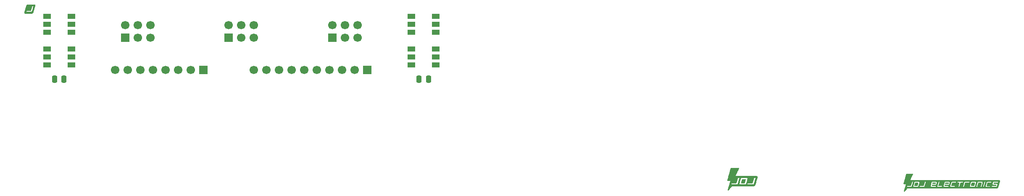
<source format=gbr>
%TF.GenerationSoftware,KiCad,Pcbnew,9.0.2*%
%TF.CreationDate,2025-07-24T17:01:52+02:00*%
%TF.ProjectId,SAO_V2,53414f5f-5632-42e6-9b69-6361645f7063,rev?*%
%TF.SameCoordinates,Original*%
%TF.FileFunction,Soldermask,Top*%
%TF.FilePolarity,Negative*%
%FSLAX46Y46*%
G04 Gerber Fmt 4.6, Leading zero omitted, Abs format (unit mm)*
G04 Created by KiCad (PCBNEW 9.0.2) date 2025-07-24 17:01:52*
%MOMM*%
%LPD*%
G01*
G04 APERTURE LIST*
G04 Aperture macros list*
%AMRoundRect*
0 Rectangle with rounded corners*
0 $1 Rounding radius*
0 $2 $3 $4 $5 $6 $7 $8 $9 X,Y pos of 4 corners*
0 Add a 4 corners polygon primitive as box body*
4,1,4,$2,$3,$4,$5,$6,$7,$8,$9,$2,$3,0*
0 Add four circle primitives for the rounded corners*
1,1,$1+$1,$2,$3*
1,1,$1+$1,$4,$5*
1,1,$1+$1,$6,$7*
1,1,$1+$1,$8,$9*
0 Add four rect primitives between the rounded corners*
20,1,$1+$1,$2,$3,$4,$5,0*
20,1,$1+$1,$4,$5,$6,$7,0*
20,1,$1+$1,$6,$7,$8,$9,0*
20,1,$1+$1,$8,$9,$2,$3,0*%
G04 Aperture macros list end*
%ADD10C,0.010000*%
%ADD11R,1.700000X1.700000*%
%ADD12C,1.700000*%
%ADD13RoundRect,0.250000X-0.250000X-0.475000X0.250000X-0.475000X0.250000X0.475000X-0.250000X0.475000X0*%
%ADD14R,1.500000X1.000000*%
G04 APERTURE END LIST*
D10*
%TO.C,REF\u002A\u002A*%
X184855410Y-173179300D02*
X182925006Y-173179300D01*
X182925006Y-173153900D01*
X184855410Y-173153900D01*
X184855410Y-173179300D01*
G36*
X184855410Y-173179300D02*
G01*
X182925006Y-173179300D01*
X182925006Y-173153900D01*
X184855410Y-173153900D01*
X184855410Y-173179300D01*
G37*
X184855410Y-173179300D02*
X182925006Y-173179300D01*
X182925006Y-173153900D01*
X184855410Y-173153900D01*
X184855410Y-173179300D01*
G36*
X184855410Y-173179300D02*
G01*
X182925006Y-173179300D01*
X182925006Y-173153900D01*
X184855410Y-173153900D01*
X184855410Y-173179300D01*
G37*
X184855410Y-173204700D02*
X182925006Y-173204700D01*
X182925006Y-173179300D01*
X184855410Y-173179300D01*
X184855410Y-173204700D01*
G36*
X184855410Y-173204700D02*
G01*
X182925006Y-173204700D01*
X182925006Y-173179300D01*
X184855410Y-173179300D01*
X184855410Y-173204700D01*
G37*
X184855410Y-173204700D02*
X182925006Y-173204700D01*
X182925006Y-173179300D01*
X184855410Y-173179300D01*
X184855410Y-173204700D01*
G36*
X184855410Y-173204700D02*
G01*
X182925006Y-173204700D01*
X182925006Y-173179300D01*
X184855410Y-173179300D01*
X184855410Y-173204700D01*
G37*
X184855410Y-173230100D02*
X182925006Y-173230100D01*
X182925006Y-173204700D01*
X184855410Y-173204700D01*
X184855410Y-173230100D01*
G36*
X184855410Y-173230100D02*
G01*
X182925006Y-173230100D01*
X182925006Y-173204700D01*
X184855410Y-173204700D01*
X184855410Y-173230100D01*
G37*
X184855410Y-173230100D02*
X182925006Y-173230100D01*
X182925006Y-173204700D01*
X184855410Y-173204700D01*
X184855410Y-173230100D01*
G36*
X184855410Y-173230100D02*
G01*
X182925006Y-173230100D01*
X182925006Y-173204700D01*
X184855410Y-173204700D01*
X184855410Y-173230100D01*
G37*
X184830010Y-173255500D02*
X182925006Y-173255500D01*
X182925006Y-173230100D01*
X184830010Y-173230100D01*
X184830010Y-173255500D01*
G36*
X184830010Y-173255500D02*
G01*
X182925006Y-173255500D01*
X182925006Y-173230100D01*
X184830010Y-173230100D01*
X184830010Y-173255500D01*
G37*
X184830010Y-173255500D02*
X182925006Y-173255500D01*
X182925006Y-173230100D01*
X184830010Y-173230100D01*
X184830010Y-173255500D01*
G36*
X184830010Y-173255500D02*
G01*
X182925006Y-173255500D01*
X182925006Y-173230100D01*
X184830010Y-173230100D01*
X184830010Y-173255500D01*
G37*
X184830010Y-173280900D02*
X182925006Y-173280900D01*
X182925006Y-173255500D01*
X184830010Y-173255500D01*
X184830010Y-173280900D01*
G36*
X184830010Y-173280900D02*
G01*
X182925006Y-173280900D01*
X182925006Y-173255500D01*
X184830010Y-173255500D01*
X184830010Y-173280900D01*
G37*
X184830010Y-173280900D02*
X182925006Y-173280900D01*
X182925006Y-173255500D01*
X184830010Y-173255500D01*
X184830010Y-173280900D01*
G36*
X184830010Y-173280900D02*
G01*
X182925006Y-173280900D01*
X182925006Y-173255500D01*
X184830010Y-173255500D01*
X184830010Y-173280900D01*
G37*
X184830010Y-173306300D02*
X182925006Y-173306300D01*
X182925006Y-173280900D01*
X184830010Y-173280900D01*
X184830010Y-173306300D01*
G36*
X184830010Y-173306300D02*
G01*
X182925006Y-173306300D01*
X182925006Y-173280900D01*
X184830010Y-173280900D01*
X184830010Y-173306300D01*
G37*
X184830010Y-173306300D02*
X182925006Y-173306300D01*
X182925006Y-173280900D01*
X184830010Y-173280900D01*
X184830010Y-173306300D01*
G36*
X184830010Y-173306300D02*
G01*
X182925006Y-173306300D01*
X182925006Y-173280900D01*
X184830010Y-173280900D01*
X184830010Y-173306300D01*
G37*
X184880810Y-173103100D02*
X182950406Y-173103100D01*
X182950406Y-173077700D01*
X184880810Y-173077700D01*
X184880810Y-173103100D01*
G36*
X184880810Y-173103100D02*
G01*
X182950406Y-173103100D01*
X182950406Y-173077700D01*
X184880810Y-173077700D01*
X184880810Y-173103100D01*
G37*
X184880810Y-173103100D02*
X182950406Y-173103100D01*
X182950406Y-173077700D01*
X184880810Y-173077700D01*
X184880810Y-173103100D01*
G36*
X184880810Y-173103100D02*
G01*
X182950406Y-173103100D01*
X182950406Y-173077700D01*
X184880810Y-173077700D01*
X184880810Y-173103100D01*
G37*
X184880810Y-173128500D02*
X182950406Y-173128500D01*
X182950406Y-173103100D01*
X184880810Y-173103100D01*
X184880810Y-173128500D01*
G36*
X184880810Y-173128500D02*
G01*
X182950406Y-173128500D01*
X182950406Y-173103100D01*
X184880810Y-173103100D01*
X184880810Y-173128500D01*
G37*
X184880810Y-173128500D02*
X182950406Y-173128500D01*
X182950406Y-173103100D01*
X184880810Y-173103100D01*
X184880810Y-173128500D01*
G36*
X184880810Y-173128500D02*
G01*
X182950406Y-173128500D01*
X182950406Y-173103100D01*
X184880810Y-173103100D01*
X184880810Y-173128500D01*
G37*
X184880810Y-173153900D02*
X182950406Y-173153900D01*
X182950406Y-173128500D01*
X184880810Y-173128500D01*
X184880810Y-173153900D01*
G36*
X184880810Y-173153900D02*
G01*
X182950406Y-173153900D01*
X182950406Y-173128500D01*
X184880810Y-173128500D01*
X184880810Y-173153900D01*
G37*
X184880810Y-173153900D02*
X182950406Y-173153900D01*
X182950406Y-173128500D01*
X184880810Y-173128500D01*
X184880810Y-173153900D01*
G36*
X184880810Y-173153900D02*
G01*
X182950406Y-173153900D01*
X182950406Y-173128500D01*
X184880810Y-173128500D01*
X184880810Y-173153900D01*
G37*
X184830010Y-173331700D02*
X182950406Y-173331700D01*
X182950406Y-173306300D01*
X184830010Y-173306300D01*
X184830010Y-173331700D01*
G36*
X184830010Y-173331700D02*
G01*
X182950406Y-173331700D01*
X182950406Y-173306300D01*
X184830010Y-173306300D01*
X184830010Y-173331700D01*
G37*
X184830010Y-173331700D02*
X182950406Y-173331700D01*
X182950406Y-173306300D01*
X184830010Y-173306300D01*
X184830010Y-173331700D01*
G36*
X184830010Y-173331700D02*
G01*
X182950406Y-173331700D01*
X182950406Y-173306300D01*
X184830010Y-173306300D01*
X184830010Y-173331700D01*
G37*
X184906210Y-173001500D02*
X182975806Y-173001500D01*
X182975806Y-172976100D01*
X184906210Y-172976100D01*
X184906210Y-173001500D01*
G36*
X184906210Y-173001500D02*
G01*
X182975806Y-173001500D01*
X182975806Y-172976100D01*
X184906210Y-172976100D01*
X184906210Y-173001500D01*
G37*
X184906210Y-173001500D02*
X182975806Y-173001500D01*
X182975806Y-172976100D01*
X184906210Y-172976100D01*
X184906210Y-173001500D01*
G36*
X184906210Y-173001500D02*
G01*
X182975806Y-173001500D01*
X182975806Y-172976100D01*
X184906210Y-172976100D01*
X184906210Y-173001500D01*
G37*
X184906210Y-173026900D02*
X182975806Y-173026900D01*
X182975806Y-173001500D01*
X184906210Y-173001500D01*
X184906210Y-173026900D01*
G36*
X184906210Y-173026900D02*
G01*
X182975806Y-173026900D01*
X182975806Y-173001500D01*
X184906210Y-173001500D01*
X184906210Y-173026900D01*
G37*
X184906210Y-173026900D02*
X182975806Y-173026900D01*
X182975806Y-173001500D01*
X184906210Y-173001500D01*
X184906210Y-173026900D01*
G36*
X184906210Y-173026900D02*
G01*
X182975806Y-173026900D01*
X182975806Y-173001500D01*
X184906210Y-173001500D01*
X184906210Y-173026900D01*
G37*
X184906210Y-173052300D02*
X182975806Y-173052300D01*
X182975806Y-173026900D01*
X184906210Y-173026900D01*
X184906210Y-173052300D01*
G36*
X184906210Y-173052300D02*
G01*
X182975806Y-173052300D01*
X182975806Y-173026900D01*
X184906210Y-173026900D01*
X184906210Y-173052300D01*
G37*
X184906210Y-173052300D02*
X182975806Y-173052300D01*
X182975806Y-173026900D01*
X184906210Y-173026900D01*
X184906210Y-173052300D01*
G36*
X184906210Y-173052300D02*
G01*
X182975806Y-173052300D01*
X182975806Y-173026900D01*
X184906210Y-173026900D01*
X184906210Y-173052300D01*
G37*
X184880810Y-173077700D02*
X182975806Y-173077700D01*
X182975806Y-173052300D01*
X184880810Y-173052300D01*
X184880810Y-173077700D01*
G36*
X184880810Y-173077700D02*
G01*
X182975806Y-173077700D01*
X182975806Y-173052300D01*
X184880810Y-173052300D01*
X184880810Y-173077700D01*
G37*
X184880810Y-173077700D02*
X182975806Y-173077700D01*
X182975806Y-173052300D01*
X184880810Y-173052300D01*
X184880810Y-173077700D01*
G36*
X184880810Y-173077700D02*
G01*
X182975806Y-173077700D01*
X182975806Y-173052300D01*
X184880810Y-173052300D01*
X184880810Y-173077700D01*
G37*
X184931610Y-172899900D02*
X183001206Y-172899900D01*
X183001206Y-172874500D01*
X184931610Y-172874500D01*
X184931610Y-172899900D01*
G36*
X184931610Y-172899900D02*
G01*
X183001206Y-172899900D01*
X183001206Y-172874500D01*
X184931610Y-172874500D01*
X184931610Y-172899900D01*
G37*
X184931610Y-172899900D02*
X183001206Y-172899900D01*
X183001206Y-172874500D01*
X184931610Y-172874500D01*
X184931610Y-172899900D01*
G36*
X184931610Y-172899900D02*
G01*
X183001206Y-172899900D01*
X183001206Y-172874500D01*
X184931610Y-172874500D01*
X184931610Y-172899900D01*
G37*
X184931610Y-172925300D02*
X183001206Y-172925300D01*
X183001206Y-172899900D01*
X184931610Y-172899900D01*
X184931610Y-172925300D01*
G36*
X184931610Y-172925300D02*
G01*
X183001206Y-172925300D01*
X183001206Y-172899900D01*
X184931610Y-172899900D01*
X184931610Y-172925300D01*
G37*
X184931610Y-172925300D02*
X183001206Y-172925300D01*
X183001206Y-172899900D01*
X184931610Y-172899900D01*
X184931610Y-172925300D01*
G36*
X184931610Y-172925300D02*
G01*
X183001206Y-172925300D01*
X183001206Y-172899900D01*
X184931610Y-172899900D01*
X184931610Y-172925300D01*
G37*
X184931610Y-172950700D02*
X183001206Y-172950700D01*
X183001206Y-172925300D01*
X184931610Y-172925300D01*
X184931610Y-172950700D01*
G36*
X184931610Y-172950700D02*
G01*
X183001206Y-172950700D01*
X183001206Y-172925300D01*
X184931610Y-172925300D01*
X184931610Y-172950700D01*
G37*
X184931610Y-172950700D02*
X183001206Y-172950700D01*
X183001206Y-172925300D01*
X184931610Y-172925300D01*
X184931610Y-172950700D01*
G36*
X184931610Y-172950700D02*
G01*
X183001206Y-172950700D01*
X183001206Y-172925300D01*
X184931610Y-172925300D01*
X184931610Y-172950700D01*
G37*
X184931610Y-172976100D02*
X183001206Y-172976100D01*
X183001206Y-172950700D01*
X184931610Y-172950700D01*
X184931610Y-172976100D01*
G36*
X184931610Y-172976100D02*
G01*
X183001206Y-172976100D01*
X183001206Y-172950700D01*
X184931610Y-172950700D01*
X184931610Y-172976100D01*
G37*
X184931610Y-172976100D02*
X183001206Y-172976100D01*
X183001206Y-172950700D01*
X184931610Y-172950700D01*
X184931610Y-172976100D01*
G36*
X184931610Y-172976100D02*
G01*
X183001206Y-172976100D01*
X183001206Y-172950700D01*
X184931610Y-172950700D01*
X184931610Y-172976100D01*
G37*
X183229806Y-175135103D02*
X183001206Y-175135103D01*
X183001206Y-175109703D01*
X183229806Y-175109703D01*
X183229806Y-175135103D01*
G36*
X183229806Y-175135103D02*
G01*
X183001206Y-175135103D01*
X183001206Y-175109703D01*
X183229806Y-175109703D01*
X183229806Y-175135103D01*
G37*
X183229806Y-175135103D02*
X183001206Y-175135103D01*
X183001206Y-175109703D01*
X183229806Y-175109703D01*
X183229806Y-175135103D01*
G36*
X183229806Y-175135103D02*
G01*
X183001206Y-175135103D01*
X183001206Y-175109703D01*
X183229806Y-175109703D01*
X183229806Y-175135103D01*
G37*
X183204406Y-175160503D02*
X183001206Y-175160503D01*
X183001206Y-175135103D01*
X183204406Y-175135103D01*
X183204406Y-175160503D01*
G36*
X183204406Y-175160503D02*
G01*
X183001206Y-175160503D01*
X183001206Y-175135103D01*
X183204406Y-175135103D01*
X183204406Y-175160503D01*
G37*
X183204406Y-175160503D02*
X183001206Y-175160503D01*
X183001206Y-175135103D01*
X183204406Y-175135103D01*
X183204406Y-175160503D01*
G36*
X183204406Y-175160503D02*
G01*
X183001206Y-175160503D01*
X183001206Y-175135103D01*
X183204406Y-175135103D01*
X183204406Y-175160503D01*
G37*
X183179006Y-175185903D02*
X183001206Y-175185903D01*
X183001206Y-175160503D01*
X183179006Y-175160503D01*
X183179006Y-175185903D01*
G36*
X183179006Y-175185903D02*
G01*
X183001206Y-175185903D01*
X183001206Y-175160503D01*
X183179006Y-175160503D01*
X183179006Y-175185903D01*
G37*
X183179006Y-175185903D02*
X183001206Y-175185903D01*
X183001206Y-175160503D01*
X183179006Y-175160503D01*
X183179006Y-175185903D01*
G36*
X183179006Y-175185903D02*
G01*
X183001206Y-175185903D01*
X183001206Y-175160503D01*
X183179006Y-175160503D01*
X183179006Y-175185903D01*
G37*
X183153606Y-175211303D02*
X183001206Y-175211303D01*
X183001206Y-175185903D01*
X183153606Y-175185903D01*
X183153606Y-175211303D01*
G36*
X183153606Y-175211303D02*
G01*
X183001206Y-175211303D01*
X183001206Y-175185903D01*
X183153606Y-175185903D01*
X183153606Y-175211303D01*
G37*
X183153606Y-175211303D02*
X183001206Y-175211303D01*
X183001206Y-175185903D01*
X183153606Y-175185903D01*
X183153606Y-175211303D01*
G36*
X183153606Y-175211303D02*
G01*
X183001206Y-175211303D01*
X183001206Y-175185903D01*
X183153606Y-175185903D01*
X183153606Y-175211303D01*
G37*
X183128206Y-175236703D02*
X183001206Y-175236703D01*
X183001206Y-175211303D01*
X183128206Y-175211303D01*
X183128206Y-175236703D01*
G36*
X183128206Y-175236703D02*
G01*
X183001206Y-175236703D01*
X183001206Y-175211303D01*
X183128206Y-175211303D01*
X183128206Y-175236703D01*
G37*
X183128206Y-175236703D02*
X183001206Y-175236703D01*
X183001206Y-175211303D01*
X183128206Y-175211303D01*
X183128206Y-175236703D01*
G36*
X183128206Y-175236703D02*
G01*
X183001206Y-175236703D01*
X183001206Y-175211303D01*
X183128206Y-175211303D01*
X183128206Y-175236703D01*
G37*
X183128206Y-175262103D02*
X183001206Y-175262103D01*
X183001206Y-175236703D01*
X183128206Y-175236703D01*
X183128206Y-175262103D01*
G36*
X183128206Y-175262103D02*
G01*
X183001206Y-175262103D01*
X183001206Y-175236703D01*
X183128206Y-175236703D01*
X183128206Y-175262103D01*
G37*
X183128206Y-175262103D02*
X183001206Y-175262103D01*
X183001206Y-175236703D01*
X183128206Y-175236703D01*
X183128206Y-175262103D01*
G36*
X183128206Y-175262103D02*
G01*
X183001206Y-175262103D01*
X183001206Y-175236703D01*
X183128206Y-175236703D01*
X183128206Y-175262103D01*
G37*
X184957010Y-172823700D02*
X183026606Y-172823700D01*
X183026606Y-172798300D01*
X184957010Y-172798300D01*
X184957010Y-172823700D01*
G36*
X184957010Y-172823700D02*
G01*
X183026606Y-172823700D01*
X183026606Y-172798300D01*
X184957010Y-172798300D01*
X184957010Y-172823700D01*
G37*
X184957010Y-172823700D02*
X183026606Y-172823700D01*
X183026606Y-172798300D01*
X184957010Y-172798300D01*
X184957010Y-172823700D01*
G36*
X184957010Y-172823700D02*
G01*
X183026606Y-172823700D01*
X183026606Y-172798300D01*
X184957010Y-172798300D01*
X184957010Y-172823700D01*
G37*
X184957010Y-172849100D02*
X183026606Y-172849100D01*
X183026606Y-172823700D01*
X184957010Y-172823700D01*
X184957010Y-172849100D01*
G36*
X184957010Y-172849100D02*
G01*
X183026606Y-172849100D01*
X183026606Y-172823700D01*
X184957010Y-172823700D01*
X184957010Y-172849100D01*
G37*
X184957010Y-172849100D02*
X183026606Y-172849100D01*
X183026606Y-172823700D01*
X184957010Y-172823700D01*
X184957010Y-172849100D01*
G36*
X184957010Y-172849100D02*
G01*
X183026606Y-172849100D01*
X183026606Y-172823700D01*
X184957010Y-172823700D01*
X184957010Y-172849100D01*
G37*
X184957010Y-172874500D02*
X183026606Y-172874500D01*
X183026606Y-172849100D01*
X184957010Y-172849100D01*
X184957010Y-172874500D01*
G36*
X184957010Y-172874500D02*
G01*
X183026606Y-172874500D01*
X183026606Y-172849100D01*
X184957010Y-172849100D01*
X184957010Y-172874500D01*
G37*
X184957010Y-172874500D02*
X183026606Y-172874500D01*
X183026606Y-172849100D01*
X184957010Y-172849100D01*
X184957010Y-172874500D01*
G36*
X184957010Y-172874500D02*
G01*
X183026606Y-172874500D01*
X183026606Y-172849100D01*
X184957010Y-172849100D01*
X184957010Y-172874500D01*
G37*
X183280606Y-175058903D02*
X183026606Y-175058903D01*
X183026606Y-175033503D01*
X183280606Y-175033503D01*
X183280606Y-175058903D01*
G36*
X183280606Y-175058903D02*
G01*
X183026606Y-175058903D01*
X183026606Y-175033503D01*
X183280606Y-175033503D01*
X183280606Y-175058903D01*
G37*
X183280606Y-175058903D02*
X183026606Y-175058903D01*
X183026606Y-175033503D01*
X183280606Y-175033503D01*
X183280606Y-175058903D01*
G36*
X183280606Y-175058903D02*
G01*
X183026606Y-175058903D01*
X183026606Y-175033503D01*
X183280606Y-175033503D01*
X183280606Y-175058903D01*
G37*
X183255206Y-175084303D02*
X183026606Y-175084303D01*
X183026606Y-175058903D01*
X183255206Y-175058903D01*
X183255206Y-175084303D01*
G36*
X183255206Y-175084303D02*
G01*
X183026606Y-175084303D01*
X183026606Y-175058903D01*
X183255206Y-175058903D01*
X183255206Y-175084303D01*
G37*
X183255206Y-175084303D02*
X183026606Y-175084303D01*
X183026606Y-175058903D01*
X183255206Y-175058903D01*
X183255206Y-175084303D01*
G36*
X183255206Y-175084303D02*
G01*
X183026606Y-175084303D01*
X183026606Y-175058903D01*
X183255206Y-175058903D01*
X183255206Y-175084303D01*
G37*
X183229806Y-175109703D02*
X183026606Y-175109703D01*
X183026606Y-175084303D01*
X183229806Y-175084303D01*
X183229806Y-175109703D01*
G36*
X183229806Y-175109703D02*
G01*
X183026606Y-175109703D01*
X183026606Y-175084303D01*
X183229806Y-175084303D01*
X183229806Y-175109703D01*
G37*
X183229806Y-175109703D02*
X183026606Y-175109703D01*
X183026606Y-175084303D01*
X183229806Y-175084303D01*
X183229806Y-175109703D01*
G36*
X183229806Y-175109703D02*
G01*
X183026606Y-175109703D01*
X183026606Y-175084303D01*
X183229806Y-175084303D01*
X183229806Y-175109703D01*
G37*
X188919410Y-172722100D02*
X183052006Y-172722100D01*
X183052006Y-172696700D01*
X188919410Y-172696700D01*
X188919410Y-172722100D01*
G36*
X188919410Y-172722100D02*
G01*
X183052006Y-172722100D01*
X183052006Y-172696700D01*
X188919410Y-172696700D01*
X188919410Y-172722100D01*
G37*
X188919410Y-172722100D02*
X183052006Y-172722100D01*
X183052006Y-172696700D01*
X188919410Y-172696700D01*
X188919410Y-172722100D01*
G36*
X188919410Y-172722100D02*
G01*
X183052006Y-172722100D01*
X183052006Y-172696700D01*
X188919410Y-172696700D01*
X188919410Y-172722100D01*
G37*
X188919410Y-172747500D02*
X183052006Y-172747500D01*
X183052006Y-172722100D01*
X188919410Y-172722100D01*
X188919410Y-172747500D01*
G36*
X188919410Y-172747500D02*
G01*
X183052006Y-172747500D01*
X183052006Y-172722100D01*
X188919410Y-172722100D01*
X188919410Y-172747500D01*
G37*
X188919410Y-172747500D02*
X183052006Y-172747500D01*
X183052006Y-172722100D01*
X188919410Y-172722100D01*
X188919410Y-172747500D01*
G36*
X188919410Y-172747500D02*
G01*
X183052006Y-172747500D01*
X183052006Y-172722100D01*
X188919410Y-172722100D01*
X188919410Y-172747500D01*
G37*
X184982410Y-172772900D02*
X183052006Y-172772900D01*
X183052006Y-172747500D01*
X184982410Y-172747500D01*
X184982410Y-172772900D01*
G36*
X184982410Y-172772900D02*
G01*
X183052006Y-172772900D01*
X183052006Y-172747500D01*
X184982410Y-172747500D01*
X184982410Y-172772900D01*
G37*
X184982410Y-172772900D02*
X183052006Y-172772900D01*
X183052006Y-172747500D01*
X184982410Y-172747500D01*
X184982410Y-172772900D01*
G36*
X184982410Y-172772900D02*
G01*
X183052006Y-172772900D01*
X183052006Y-172747500D01*
X184982410Y-172747500D01*
X184982410Y-172772900D01*
G37*
X184982410Y-172798300D02*
X183052006Y-172798300D01*
X183052006Y-172772900D01*
X184982410Y-172772900D01*
X184982410Y-172798300D01*
G36*
X184982410Y-172798300D02*
G01*
X183052006Y-172798300D01*
X183052006Y-172772900D01*
X184982410Y-172772900D01*
X184982410Y-172798300D01*
G37*
X184982410Y-172798300D02*
X183052006Y-172798300D01*
X183052006Y-172772900D01*
X184982410Y-172772900D01*
X184982410Y-172798300D01*
G36*
X184982410Y-172798300D02*
G01*
X183052006Y-172798300D01*
X183052006Y-172772900D01*
X184982410Y-172772900D01*
X184982410Y-172798300D01*
G37*
X183331406Y-174982703D02*
X183052006Y-174982703D01*
X183052006Y-174957303D01*
X183331406Y-174957303D01*
X183331406Y-174982703D01*
G36*
X183331406Y-174982703D02*
G01*
X183052006Y-174982703D01*
X183052006Y-174957303D01*
X183331406Y-174957303D01*
X183331406Y-174982703D01*
G37*
X183331406Y-174982703D02*
X183052006Y-174982703D01*
X183052006Y-174957303D01*
X183331406Y-174957303D01*
X183331406Y-174982703D01*
G36*
X183331406Y-174982703D02*
G01*
X183052006Y-174982703D01*
X183052006Y-174957303D01*
X183331406Y-174957303D01*
X183331406Y-174982703D01*
G37*
X183331406Y-175008103D02*
X183052006Y-175008103D01*
X183052006Y-174982703D01*
X183331406Y-174982703D01*
X183331406Y-175008103D01*
G36*
X183331406Y-175008103D02*
G01*
X183052006Y-175008103D01*
X183052006Y-174982703D01*
X183331406Y-174982703D01*
X183331406Y-175008103D01*
G37*
X183331406Y-175008103D02*
X183052006Y-175008103D01*
X183052006Y-174982703D01*
X183331406Y-174982703D01*
X183331406Y-175008103D01*
G36*
X183331406Y-175008103D02*
G01*
X183052006Y-175008103D01*
X183052006Y-174982703D01*
X183331406Y-174982703D01*
X183331406Y-175008103D01*
G37*
X183306006Y-175033503D02*
X183052006Y-175033503D01*
X183052006Y-175008103D01*
X183306006Y-175008103D01*
X183306006Y-175033503D01*
G36*
X183306006Y-175033503D02*
G01*
X183052006Y-175033503D01*
X183052006Y-175008103D01*
X183306006Y-175008103D01*
X183306006Y-175033503D01*
G37*
X183306006Y-175033503D02*
X183052006Y-175033503D01*
X183052006Y-175008103D01*
X183306006Y-175008103D01*
X183306006Y-175033503D01*
G36*
X183306006Y-175033503D02*
G01*
X183052006Y-175033503D01*
X183052006Y-175008103D01*
X183306006Y-175008103D01*
X183306006Y-175033503D01*
G37*
X183077406Y-175287503D02*
X183052006Y-175287503D01*
X183052006Y-175262103D01*
X183077406Y-175262103D01*
X183077406Y-175287503D01*
G36*
X183077406Y-175287503D02*
G01*
X183052006Y-175287503D01*
X183052006Y-175262103D01*
X183077406Y-175262103D01*
X183077406Y-175287503D01*
G37*
X183077406Y-175287503D02*
X183052006Y-175287503D01*
X183052006Y-175262103D01*
X183077406Y-175262103D01*
X183077406Y-175287503D01*
G36*
X183077406Y-175287503D02*
G01*
X183052006Y-175287503D01*
X183052006Y-175262103D01*
X183077406Y-175262103D01*
X183077406Y-175287503D01*
G37*
X188919410Y-172645900D02*
X183077406Y-172645900D01*
X183077406Y-172620500D01*
X188919410Y-172620500D01*
X188919410Y-172645900D01*
G36*
X188919410Y-172645900D02*
G01*
X183077406Y-172645900D01*
X183077406Y-172620500D01*
X188919410Y-172620500D01*
X188919410Y-172645900D01*
G37*
X188919410Y-172645900D02*
X183077406Y-172645900D01*
X183077406Y-172620500D01*
X188919410Y-172620500D01*
X188919410Y-172645900D01*
G36*
X188919410Y-172645900D02*
G01*
X183077406Y-172645900D01*
X183077406Y-172620500D01*
X188919410Y-172620500D01*
X188919410Y-172645900D01*
G37*
X188919410Y-172671300D02*
X183077406Y-172671300D01*
X183077406Y-172645900D01*
X188919410Y-172645900D01*
X188919410Y-172671300D01*
G36*
X188919410Y-172671300D02*
G01*
X183077406Y-172671300D01*
X183077406Y-172645900D01*
X188919410Y-172645900D01*
X188919410Y-172671300D01*
G37*
X188919410Y-172671300D02*
X183077406Y-172671300D01*
X183077406Y-172645900D01*
X188919410Y-172645900D01*
X188919410Y-172671300D01*
G36*
X188919410Y-172671300D02*
G01*
X183077406Y-172671300D01*
X183077406Y-172645900D01*
X188919410Y-172645900D01*
X188919410Y-172671300D01*
G37*
X188919410Y-172696700D02*
X183077406Y-172696700D01*
X183077406Y-172671300D01*
X188919410Y-172671300D01*
X188919410Y-172696700D01*
G36*
X188919410Y-172696700D02*
G01*
X183077406Y-172696700D01*
X183077406Y-172671300D01*
X188919410Y-172671300D01*
X188919410Y-172696700D01*
G37*
X188919410Y-172696700D02*
X183077406Y-172696700D01*
X183077406Y-172671300D01*
X188919410Y-172671300D01*
X188919410Y-172696700D01*
G36*
X188919410Y-172696700D02*
G01*
X183077406Y-172696700D01*
X183077406Y-172671300D01*
X188919410Y-172671300D01*
X188919410Y-172696700D01*
G37*
X183433006Y-174881103D02*
X183077406Y-174881103D01*
X183077406Y-174855703D01*
X183433006Y-174855703D01*
X183433006Y-174881103D01*
G36*
X183433006Y-174881103D02*
G01*
X183077406Y-174881103D01*
X183077406Y-174855703D01*
X183433006Y-174855703D01*
X183433006Y-174881103D01*
G37*
X183433006Y-174881103D02*
X183077406Y-174881103D01*
X183077406Y-174855703D01*
X183433006Y-174855703D01*
X183433006Y-174881103D01*
G36*
X183433006Y-174881103D02*
G01*
X183077406Y-174881103D01*
X183077406Y-174855703D01*
X183433006Y-174855703D01*
X183433006Y-174881103D01*
G37*
X183407606Y-174906503D02*
X183077406Y-174906503D01*
X183077406Y-174881103D01*
X183407606Y-174881103D01*
X183407606Y-174906503D01*
G36*
X183407606Y-174906503D02*
G01*
X183077406Y-174906503D01*
X183077406Y-174881103D01*
X183407606Y-174881103D01*
X183407606Y-174906503D01*
G37*
X183407606Y-174906503D02*
X183077406Y-174906503D01*
X183077406Y-174881103D01*
X183407606Y-174881103D01*
X183407606Y-174906503D01*
G36*
X183407606Y-174906503D02*
G01*
X183077406Y-174906503D01*
X183077406Y-174881103D01*
X183407606Y-174881103D01*
X183407606Y-174906503D01*
G37*
X183382206Y-174931903D02*
X183077406Y-174931903D01*
X183077406Y-174906503D01*
X183382206Y-174906503D01*
X183382206Y-174931903D01*
G36*
X183382206Y-174931903D02*
G01*
X183077406Y-174931903D01*
X183077406Y-174906503D01*
X183382206Y-174906503D01*
X183382206Y-174931903D01*
G37*
X183382206Y-174931903D02*
X183077406Y-174931903D01*
X183077406Y-174906503D01*
X183382206Y-174906503D01*
X183382206Y-174931903D01*
G36*
X183382206Y-174931903D02*
G01*
X183077406Y-174931903D01*
X183077406Y-174906503D01*
X183382206Y-174906503D01*
X183382206Y-174931903D01*
G37*
X183356806Y-174957303D02*
X183077406Y-174957303D01*
X183077406Y-174931903D01*
X183356806Y-174931903D01*
X183356806Y-174957303D01*
G36*
X183356806Y-174957303D02*
G01*
X183077406Y-174957303D01*
X183077406Y-174931903D01*
X183356806Y-174931903D01*
X183356806Y-174957303D01*
G37*
X183356806Y-174957303D02*
X183077406Y-174957303D01*
X183077406Y-174931903D01*
X183356806Y-174931903D01*
X183356806Y-174957303D01*
G36*
X183356806Y-174957303D02*
G01*
X183077406Y-174957303D01*
X183077406Y-174931903D01*
X183356806Y-174931903D01*
X183356806Y-174957303D01*
G37*
X188894010Y-172544300D02*
X183102806Y-172544300D01*
X183102806Y-172518900D01*
X188894010Y-172518900D01*
X188894010Y-172544300D01*
G36*
X188894010Y-172544300D02*
G01*
X183102806Y-172544300D01*
X183102806Y-172518900D01*
X188894010Y-172518900D01*
X188894010Y-172544300D01*
G37*
X188894010Y-172544300D02*
X183102806Y-172544300D01*
X183102806Y-172518900D01*
X188894010Y-172518900D01*
X188894010Y-172544300D01*
G36*
X188894010Y-172544300D02*
G01*
X183102806Y-172544300D01*
X183102806Y-172518900D01*
X188894010Y-172518900D01*
X188894010Y-172544300D01*
G37*
X188894010Y-172569700D02*
X183102806Y-172569700D01*
X183102806Y-172544300D01*
X188894010Y-172544300D01*
X188894010Y-172569700D01*
G36*
X188894010Y-172569700D02*
G01*
X183102806Y-172569700D01*
X183102806Y-172544300D01*
X188894010Y-172544300D01*
X188894010Y-172569700D01*
G37*
X188894010Y-172569700D02*
X183102806Y-172569700D01*
X183102806Y-172544300D01*
X188894010Y-172544300D01*
X188894010Y-172569700D01*
G36*
X188894010Y-172569700D02*
G01*
X183102806Y-172569700D01*
X183102806Y-172544300D01*
X188894010Y-172544300D01*
X188894010Y-172569700D01*
G37*
X188919410Y-172595100D02*
X183102806Y-172595100D01*
X183102806Y-172569700D01*
X188919410Y-172569700D01*
X188919410Y-172595100D01*
G36*
X188919410Y-172595100D02*
G01*
X183102806Y-172595100D01*
X183102806Y-172569700D01*
X188919410Y-172569700D01*
X188919410Y-172595100D01*
G37*
X188919410Y-172595100D02*
X183102806Y-172595100D01*
X183102806Y-172569700D01*
X188919410Y-172569700D01*
X188919410Y-172595100D01*
G36*
X188919410Y-172595100D02*
G01*
X183102806Y-172595100D01*
X183102806Y-172569700D01*
X188919410Y-172569700D01*
X188919410Y-172595100D01*
G37*
X188919410Y-172620500D02*
X183102806Y-172620500D01*
X183102806Y-172595100D01*
X188919410Y-172595100D01*
X188919410Y-172620500D01*
G36*
X188919410Y-172620500D02*
G01*
X183102806Y-172620500D01*
X183102806Y-172595100D01*
X188919410Y-172595100D01*
X188919410Y-172620500D01*
G37*
X188919410Y-172620500D02*
X183102806Y-172620500D01*
X183102806Y-172595100D01*
X188919410Y-172595100D01*
X188919410Y-172620500D01*
G36*
X188919410Y-172620500D02*
G01*
X183102806Y-172620500D01*
X183102806Y-172595100D01*
X188919410Y-172595100D01*
X188919410Y-172620500D01*
G37*
X183483806Y-174804903D02*
X183102806Y-174804903D01*
X183102806Y-174779503D01*
X183483806Y-174779503D01*
X183483806Y-174804903D01*
G36*
X183483806Y-174804903D02*
G01*
X183102806Y-174804903D01*
X183102806Y-174779503D01*
X183483806Y-174779503D01*
X183483806Y-174804903D01*
G37*
X183483806Y-174804903D02*
X183102806Y-174804903D01*
X183102806Y-174779503D01*
X183483806Y-174779503D01*
X183483806Y-174804903D01*
G36*
X183483806Y-174804903D02*
G01*
X183102806Y-174804903D01*
X183102806Y-174779503D01*
X183483806Y-174779503D01*
X183483806Y-174804903D01*
G37*
X183458406Y-174830303D02*
X183102806Y-174830303D01*
X183102806Y-174804903D01*
X183458406Y-174804903D01*
X183458406Y-174830303D01*
G36*
X183458406Y-174830303D02*
G01*
X183102806Y-174830303D01*
X183102806Y-174804903D01*
X183458406Y-174804903D01*
X183458406Y-174830303D01*
G37*
X183458406Y-174830303D02*
X183102806Y-174830303D01*
X183102806Y-174804903D01*
X183458406Y-174804903D01*
X183458406Y-174830303D01*
G36*
X183458406Y-174830303D02*
G01*
X183102806Y-174830303D01*
X183102806Y-174804903D01*
X183458406Y-174804903D01*
X183458406Y-174830303D01*
G37*
X183433006Y-174855703D02*
X183102806Y-174855703D01*
X183102806Y-174830303D01*
X183433006Y-174830303D01*
X183433006Y-174855703D01*
G36*
X183433006Y-174855703D02*
G01*
X183102806Y-174855703D01*
X183102806Y-174830303D01*
X183433006Y-174830303D01*
X183433006Y-174855703D01*
G37*
X183433006Y-174855703D02*
X183102806Y-174855703D01*
X183102806Y-174830303D01*
X183433006Y-174830303D01*
X183433006Y-174855703D01*
G36*
X183433006Y-174855703D02*
G01*
X183102806Y-174855703D01*
X183102806Y-174830303D01*
X183433006Y-174830303D01*
X183433006Y-174855703D01*
G37*
X188792410Y-172468100D02*
X183128206Y-172468100D01*
X183128206Y-172442700D01*
X188792410Y-172442700D01*
X188792410Y-172468100D01*
G36*
X188792410Y-172468100D02*
G01*
X183128206Y-172468100D01*
X183128206Y-172442700D01*
X188792410Y-172442700D01*
X188792410Y-172468100D01*
G37*
X188792410Y-172468100D02*
X183128206Y-172468100D01*
X183128206Y-172442700D01*
X188792410Y-172442700D01*
X188792410Y-172468100D01*
G36*
X188792410Y-172468100D02*
G01*
X183128206Y-172468100D01*
X183128206Y-172442700D01*
X188792410Y-172442700D01*
X188792410Y-172468100D01*
G37*
X188843210Y-172493500D02*
X183128206Y-172493500D01*
X183128206Y-172468100D01*
X188843210Y-172468100D01*
X188843210Y-172493500D01*
G36*
X188843210Y-172493500D02*
G01*
X183128206Y-172493500D01*
X183128206Y-172468100D01*
X188843210Y-172468100D01*
X188843210Y-172493500D01*
G37*
X188843210Y-172493500D02*
X183128206Y-172493500D01*
X183128206Y-172468100D01*
X188843210Y-172468100D01*
X188843210Y-172493500D01*
G36*
X188843210Y-172493500D02*
G01*
X183128206Y-172493500D01*
X183128206Y-172468100D01*
X188843210Y-172468100D01*
X188843210Y-172493500D01*
G37*
X188868610Y-172518900D02*
X183128206Y-172518900D01*
X183128206Y-172493500D01*
X188868610Y-172493500D01*
X188868610Y-172518900D01*
G36*
X188868610Y-172518900D02*
G01*
X183128206Y-172518900D01*
X183128206Y-172493500D01*
X188868610Y-172493500D01*
X188868610Y-172518900D01*
G37*
X188868610Y-172518900D02*
X183128206Y-172518900D01*
X183128206Y-172493500D01*
X188868610Y-172493500D01*
X188868610Y-172518900D01*
G36*
X188868610Y-172518900D02*
G01*
X183128206Y-172518900D01*
X183128206Y-172493500D01*
X188868610Y-172493500D01*
X188868610Y-172518900D01*
G37*
X183534606Y-174728703D02*
X183128206Y-174728703D01*
X183128206Y-174703300D01*
X183534606Y-174703300D01*
X183534606Y-174728703D01*
G36*
X183534606Y-174728703D02*
G01*
X183128206Y-174728703D01*
X183128206Y-174703300D01*
X183534606Y-174703300D01*
X183534606Y-174728703D01*
G37*
X183534606Y-174728703D02*
X183128206Y-174728703D01*
X183128206Y-174703300D01*
X183534606Y-174703300D01*
X183534606Y-174728703D01*
G36*
X183534606Y-174728703D02*
G01*
X183128206Y-174728703D01*
X183128206Y-174703300D01*
X183534606Y-174703300D01*
X183534606Y-174728703D01*
G37*
X183534606Y-174754103D02*
X183128206Y-174754103D01*
X183128206Y-174728703D01*
X183534606Y-174728703D01*
X183534606Y-174754103D01*
G36*
X183534606Y-174754103D02*
G01*
X183128206Y-174754103D01*
X183128206Y-174728703D01*
X183534606Y-174728703D01*
X183534606Y-174754103D01*
G37*
X183534606Y-174754103D02*
X183128206Y-174754103D01*
X183128206Y-174728703D01*
X183534606Y-174728703D01*
X183534606Y-174754103D01*
G36*
X183534606Y-174754103D02*
G01*
X183128206Y-174754103D01*
X183128206Y-174728703D01*
X183534606Y-174728703D01*
X183534606Y-174754103D01*
G37*
X183509206Y-174779503D02*
X183128206Y-174779503D01*
X183128206Y-174754103D01*
X183509206Y-174754103D01*
X183509206Y-174779503D01*
G36*
X183509206Y-174779503D02*
G01*
X183128206Y-174779503D01*
X183128206Y-174754103D01*
X183509206Y-174754103D01*
X183509206Y-174779503D01*
G37*
X183509206Y-174779503D02*
X183128206Y-174779503D01*
X183128206Y-174754103D01*
X183509206Y-174754103D01*
X183509206Y-174779503D01*
G36*
X183509206Y-174779503D02*
G01*
X183128206Y-174779503D01*
X183128206Y-174754103D01*
X183509206Y-174754103D01*
X183509206Y-174779503D01*
G37*
X184474410Y-172366500D02*
X183153606Y-172366500D01*
X183153606Y-172341100D01*
X184474410Y-172341100D01*
X184474410Y-172366500D01*
G36*
X184474410Y-172366500D02*
G01*
X183153606Y-172366500D01*
X183153606Y-172341100D01*
X184474410Y-172341100D01*
X184474410Y-172366500D01*
G37*
X184474410Y-172366500D02*
X183153606Y-172366500D01*
X183153606Y-172341100D01*
X184474410Y-172341100D01*
X184474410Y-172366500D01*
G36*
X184474410Y-172366500D02*
G01*
X183153606Y-172366500D01*
X183153606Y-172341100D01*
X184474410Y-172341100D01*
X184474410Y-172366500D01*
G37*
X184449010Y-172391900D02*
X183153606Y-172391900D01*
X183153606Y-172366500D01*
X184449010Y-172366500D01*
X184449010Y-172391900D01*
G36*
X184449010Y-172391900D02*
G01*
X183153606Y-172391900D01*
X183153606Y-172366500D01*
X184449010Y-172366500D01*
X184449010Y-172391900D01*
G37*
X184449010Y-172391900D02*
X183153606Y-172391900D01*
X183153606Y-172366500D01*
X184449010Y-172366500D01*
X184449010Y-172391900D01*
G36*
X184449010Y-172391900D02*
G01*
X183153606Y-172391900D01*
X183153606Y-172366500D01*
X184449010Y-172366500D01*
X184449010Y-172391900D01*
G37*
X184449010Y-172417300D02*
X183153606Y-172417300D01*
X183153606Y-172391900D01*
X184449010Y-172391900D01*
X184449010Y-172417300D01*
G36*
X184449010Y-172417300D02*
G01*
X183153606Y-172417300D01*
X183153606Y-172391900D01*
X184449010Y-172391900D01*
X184449010Y-172417300D01*
G37*
X184449010Y-172417300D02*
X183153606Y-172417300D01*
X183153606Y-172391900D01*
X184449010Y-172391900D01*
X184449010Y-172417300D01*
G36*
X184449010Y-172417300D02*
G01*
X183153606Y-172417300D01*
X183153606Y-172391900D01*
X184449010Y-172391900D01*
X184449010Y-172417300D01*
G37*
X184449010Y-172442700D02*
X183153606Y-172442700D01*
X183153606Y-172417300D01*
X184449010Y-172417300D01*
X184449010Y-172442700D01*
G36*
X184449010Y-172442700D02*
G01*
X183153606Y-172442700D01*
X183153606Y-172417300D01*
X184449010Y-172417300D01*
X184449010Y-172442700D01*
G37*
X184449010Y-172442700D02*
X183153606Y-172442700D01*
X183153606Y-172417300D01*
X184449010Y-172417300D01*
X184449010Y-172442700D01*
G36*
X184449010Y-172442700D02*
G01*
X183153606Y-172442700D01*
X183153606Y-172417300D01*
X184449010Y-172417300D01*
X184449010Y-172442700D01*
G37*
X183636206Y-174627100D02*
X183153606Y-174627100D01*
X183153606Y-174601700D01*
X183636206Y-174601700D01*
X183636206Y-174627100D01*
G36*
X183636206Y-174627100D02*
G01*
X183153606Y-174627100D01*
X183153606Y-174601700D01*
X183636206Y-174601700D01*
X183636206Y-174627100D01*
G37*
X183636206Y-174627100D02*
X183153606Y-174627100D01*
X183153606Y-174601700D01*
X183636206Y-174601700D01*
X183636206Y-174627100D01*
G36*
X183636206Y-174627100D02*
G01*
X183153606Y-174627100D01*
X183153606Y-174601700D01*
X183636206Y-174601700D01*
X183636206Y-174627100D01*
G37*
X183610806Y-174652500D02*
X183153606Y-174652500D01*
X183153606Y-174627100D01*
X183610806Y-174627100D01*
X183610806Y-174652500D01*
G36*
X183610806Y-174652500D02*
G01*
X183153606Y-174652500D01*
X183153606Y-174627100D01*
X183610806Y-174627100D01*
X183610806Y-174652500D01*
G37*
X183610806Y-174652500D02*
X183153606Y-174652500D01*
X183153606Y-174627100D01*
X183610806Y-174627100D01*
X183610806Y-174652500D01*
G36*
X183610806Y-174652500D02*
G01*
X183153606Y-174652500D01*
X183153606Y-174627100D01*
X183610806Y-174627100D01*
X183610806Y-174652500D01*
G37*
X183585406Y-174677900D02*
X183153606Y-174677900D01*
X183153606Y-174652500D01*
X183585406Y-174652500D01*
X183585406Y-174677900D01*
G36*
X183585406Y-174677900D02*
G01*
X183153606Y-174677900D01*
X183153606Y-174652500D01*
X183585406Y-174652500D01*
X183585406Y-174677900D01*
G37*
X183585406Y-174677900D02*
X183153606Y-174677900D01*
X183153606Y-174652500D01*
X183585406Y-174652500D01*
X183585406Y-174677900D01*
G36*
X183585406Y-174677900D02*
G01*
X183153606Y-174677900D01*
X183153606Y-174652500D01*
X183585406Y-174652500D01*
X183585406Y-174677900D01*
G37*
X183560006Y-174703300D02*
X183153606Y-174703300D01*
X183153606Y-174677900D01*
X183560006Y-174677900D01*
X183560006Y-174703300D01*
G36*
X183560006Y-174703300D02*
G01*
X183153606Y-174703300D01*
X183153606Y-174677900D01*
X183560006Y-174677900D01*
X183560006Y-174703300D01*
G37*
X183560006Y-174703300D02*
X183153606Y-174703300D01*
X183153606Y-174677900D01*
X183560006Y-174677900D01*
X183560006Y-174703300D01*
G36*
X183560006Y-174703300D02*
G01*
X183153606Y-174703300D01*
X183153606Y-174677900D01*
X183560006Y-174677900D01*
X183560006Y-174703300D01*
G37*
X184499810Y-172290300D02*
X183179006Y-172290300D01*
X183179006Y-172264900D01*
X184499810Y-172264900D01*
X184499810Y-172290300D01*
G36*
X184499810Y-172290300D02*
G01*
X183179006Y-172290300D01*
X183179006Y-172264900D01*
X184499810Y-172264900D01*
X184499810Y-172290300D01*
G37*
X184499810Y-172290300D02*
X183179006Y-172290300D01*
X183179006Y-172264900D01*
X184499810Y-172264900D01*
X184499810Y-172290300D01*
G36*
X184499810Y-172290300D02*
G01*
X183179006Y-172290300D01*
X183179006Y-172264900D01*
X184499810Y-172264900D01*
X184499810Y-172290300D01*
G37*
X184499810Y-172315700D02*
X183179006Y-172315700D01*
X183179006Y-172290300D01*
X184499810Y-172290300D01*
X184499810Y-172315700D01*
G36*
X184499810Y-172315700D02*
G01*
X183179006Y-172315700D01*
X183179006Y-172290300D01*
X184499810Y-172290300D01*
X184499810Y-172315700D01*
G37*
X184499810Y-172315700D02*
X183179006Y-172315700D01*
X183179006Y-172290300D01*
X184499810Y-172290300D01*
X184499810Y-172315700D01*
G36*
X184499810Y-172315700D02*
G01*
X183179006Y-172315700D01*
X183179006Y-172290300D01*
X184499810Y-172290300D01*
X184499810Y-172315700D01*
G37*
X184474410Y-172341100D02*
X183179006Y-172341100D01*
X183179006Y-172315700D01*
X184474410Y-172315700D01*
X184474410Y-172341100D01*
G36*
X184474410Y-172341100D02*
G01*
X183179006Y-172341100D01*
X183179006Y-172315700D01*
X184474410Y-172315700D01*
X184474410Y-172341100D01*
G37*
X184474410Y-172341100D02*
X183179006Y-172341100D01*
X183179006Y-172315700D01*
X184474410Y-172315700D01*
X184474410Y-172341100D01*
G36*
X184474410Y-172341100D02*
G01*
X183179006Y-172341100D01*
X183179006Y-172315700D01*
X184474410Y-172315700D01*
X184474410Y-172341100D01*
G37*
X183687006Y-174550900D02*
X183179006Y-174550900D01*
X183179006Y-174525500D01*
X183687006Y-174525500D01*
X183687006Y-174550900D01*
G36*
X183687006Y-174550900D02*
G01*
X183179006Y-174550900D01*
X183179006Y-174525500D01*
X183687006Y-174525500D01*
X183687006Y-174550900D01*
G37*
X183687006Y-174550900D02*
X183179006Y-174550900D01*
X183179006Y-174525500D01*
X183687006Y-174525500D01*
X183687006Y-174550900D01*
G36*
X183687006Y-174550900D02*
G01*
X183179006Y-174550900D01*
X183179006Y-174525500D01*
X183687006Y-174525500D01*
X183687006Y-174550900D01*
G37*
X183661606Y-174576300D02*
X183179006Y-174576300D01*
X183179006Y-174550900D01*
X183661606Y-174550900D01*
X183661606Y-174576300D01*
G36*
X183661606Y-174576300D02*
G01*
X183179006Y-174576300D01*
X183179006Y-174550900D01*
X183661606Y-174550900D01*
X183661606Y-174576300D01*
G37*
X183661606Y-174576300D02*
X183179006Y-174576300D01*
X183179006Y-174550900D01*
X183661606Y-174550900D01*
X183661606Y-174576300D01*
G36*
X183661606Y-174576300D02*
G01*
X183179006Y-174576300D01*
X183179006Y-174550900D01*
X183661606Y-174550900D01*
X183661606Y-174576300D01*
G37*
X183636206Y-174601700D02*
X183179006Y-174601700D01*
X183179006Y-174576300D01*
X183636206Y-174576300D01*
X183636206Y-174601700D01*
G36*
X183636206Y-174601700D02*
G01*
X183179006Y-174601700D01*
X183179006Y-174576300D01*
X183636206Y-174576300D01*
X183636206Y-174601700D01*
G37*
X183636206Y-174601700D02*
X183179006Y-174601700D01*
X183179006Y-174576300D01*
X183636206Y-174576300D01*
X183636206Y-174601700D01*
G36*
X183636206Y-174601700D02*
G01*
X183179006Y-174601700D01*
X183179006Y-174576300D01*
X183636206Y-174576300D01*
X183636206Y-174601700D01*
G37*
X184550610Y-172188700D02*
X183204406Y-172188700D01*
X183204406Y-172163300D01*
X184550610Y-172163300D01*
X184550610Y-172188700D01*
G36*
X184550610Y-172188700D02*
G01*
X183204406Y-172188700D01*
X183204406Y-172163300D01*
X184550610Y-172163300D01*
X184550610Y-172188700D01*
G37*
X184550610Y-172188700D02*
X183204406Y-172188700D01*
X183204406Y-172163300D01*
X184550610Y-172163300D01*
X184550610Y-172188700D01*
G36*
X184550610Y-172188700D02*
G01*
X183204406Y-172188700D01*
X183204406Y-172163300D01*
X184550610Y-172163300D01*
X184550610Y-172188700D01*
G37*
X184550610Y-172214100D02*
X183204406Y-172214100D01*
X183204406Y-172188700D01*
X184550610Y-172188700D01*
X184550610Y-172214100D01*
G36*
X184550610Y-172214100D02*
G01*
X183204406Y-172214100D01*
X183204406Y-172188700D01*
X184550610Y-172188700D01*
X184550610Y-172214100D01*
G37*
X184550610Y-172214100D02*
X183204406Y-172214100D01*
X183204406Y-172188700D01*
X184550610Y-172188700D01*
X184550610Y-172214100D01*
G36*
X184550610Y-172214100D02*
G01*
X183204406Y-172214100D01*
X183204406Y-172188700D01*
X184550610Y-172188700D01*
X184550610Y-172214100D01*
G37*
X184525210Y-172239500D02*
X183204406Y-172239500D01*
X183204406Y-172214100D01*
X184525210Y-172214100D01*
X184525210Y-172239500D01*
G36*
X184525210Y-172239500D02*
G01*
X183204406Y-172239500D01*
X183204406Y-172214100D01*
X184525210Y-172214100D01*
X184525210Y-172239500D01*
G37*
X184525210Y-172239500D02*
X183204406Y-172239500D01*
X183204406Y-172214100D01*
X184525210Y-172214100D01*
X184525210Y-172239500D01*
G36*
X184525210Y-172239500D02*
G01*
X183204406Y-172239500D01*
X183204406Y-172214100D01*
X184525210Y-172214100D01*
X184525210Y-172239500D01*
G37*
X184525210Y-172264900D02*
X183204406Y-172264900D01*
X183204406Y-172239500D01*
X184525210Y-172239500D01*
X184525210Y-172264900D01*
G36*
X184525210Y-172264900D02*
G01*
X183204406Y-172264900D01*
X183204406Y-172239500D01*
X184525210Y-172239500D01*
X184525210Y-172264900D01*
G37*
X184525210Y-172264900D02*
X183204406Y-172264900D01*
X183204406Y-172239500D01*
X184525210Y-172239500D01*
X184525210Y-172264900D01*
G36*
X184525210Y-172264900D02*
G01*
X183204406Y-172264900D01*
X183204406Y-172239500D01*
X184525210Y-172239500D01*
X184525210Y-172264900D01*
G37*
X183737806Y-174474700D02*
X183204406Y-174474700D01*
X183204406Y-174449300D01*
X183737806Y-174449300D01*
X183737806Y-174474700D01*
G36*
X183737806Y-174474700D02*
G01*
X183204406Y-174474700D01*
X183204406Y-174449300D01*
X183737806Y-174449300D01*
X183737806Y-174474700D01*
G37*
X183737806Y-174474700D02*
X183204406Y-174474700D01*
X183204406Y-174449300D01*
X183737806Y-174449300D01*
X183737806Y-174474700D01*
G36*
X183737806Y-174474700D02*
G01*
X183204406Y-174474700D01*
X183204406Y-174449300D01*
X183737806Y-174449300D01*
X183737806Y-174474700D01*
G37*
X183737806Y-174500100D02*
X183204406Y-174500100D01*
X183204406Y-174474700D01*
X183737806Y-174474700D01*
X183737806Y-174500100D01*
G36*
X183737806Y-174500100D02*
G01*
X183204406Y-174500100D01*
X183204406Y-174474700D01*
X183737806Y-174474700D01*
X183737806Y-174500100D01*
G37*
X183737806Y-174500100D02*
X183204406Y-174500100D01*
X183204406Y-174474700D01*
X183737806Y-174474700D01*
X183737806Y-174500100D01*
G36*
X183737806Y-174500100D02*
G01*
X183204406Y-174500100D01*
X183204406Y-174474700D01*
X183737806Y-174474700D01*
X183737806Y-174500100D01*
G37*
X183712406Y-174525500D02*
X183204406Y-174525500D01*
X183204406Y-174500100D01*
X183712406Y-174500100D01*
X183712406Y-174525500D01*
G36*
X183712406Y-174525500D02*
G01*
X183204406Y-174525500D01*
X183204406Y-174500100D01*
X183712406Y-174500100D01*
X183712406Y-174525500D01*
G37*
X183712406Y-174525500D02*
X183204406Y-174525500D01*
X183204406Y-174500100D01*
X183712406Y-174500100D01*
X183712406Y-174525500D01*
G36*
X183712406Y-174525500D02*
G01*
X183204406Y-174525500D01*
X183204406Y-174500100D01*
X183712406Y-174500100D01*
X183712406Y-174525500D01*
G37*
X184601410Y-172087100D02*
X183229806Y-172087100D01*
X183229806Y-172061700D01*
X184601410Y-172061700D01*
X184601410Y-172087100D01*
G36*
X184601410Y-172087100D02*
G01*
X183229806Y-172087100D01*
X183229806Y-172061700D01*
X184601410Y-172061700D01*
X184601410Y-172087100D01*
G37*
X184601410Y-172087100D02*
X183229806Y-172087100D01*
X183229806Y-172061700D01*
X184601410Y-172061700D01*
X184601410Y-172087100D01*
G36*
X184601410Y-172087100D02*
G01*
X183229806Y-172087100D01*
X183229806Y-172061700D01*
X184601410Y-172061700D01*
X184601410Y-172087100D01*
G37*
X184601410Y-172112500D02*
X183229806Y-172112500D01*
X183229806Y-172087100D01*
X184601410Y-172087100D01*
X184601410Y-172112500D01*
G36*
X184601410Y-172112500D02*
G01*
X183229806Y-172112500D01*
X183229806Y-172087100D01*
X184601410Y-172087100D01*
X184601410Y-172112500D01*
G37*
X184601410Y-172112500D02*
X183229806Y-172112500D01*
X183229806Y-172087100D01*
X184601410Y-172087100D01*
X184601410Y-172112500D01*
G36*
X184601410Y-172112500D02*
G01*
X183229806Y-172112500D01*
X183229806Y-172087100D01*
X184601410Y-172087100D01*
X184601410Y-172112500D01*
G37*
X184576010Y-172137900D02*
X183229806Y-172137900D01*
X183229806Y-172112500D01*
X184576010Y-172112500D01*
X184576010Y-172137900D01*
G36*
X184576010Y-172137900D02*
G01*
X183229806Y-172137900D01*
X183229806Y-172112500D01*
X184576010Y-172112500D01*
X184576010Y-172137900D01*
G37*
X184576010Y-172137900D02*
X183229806Y-172137900D01*
X183229806Y-172112500D01*
X184576010Y-172112500D01*
X184576010Y-172137900D01*
G36*
X184576010Y-172137900D02*
G01*
X183229806Y-172137900D01*
X183229806Y-172112500D01*
X184576010Y-172112500D01*
X184576010Y-172137900D01*
G37*
X184576010Y-172163300D02*
X183229806Y-172163300D01*
X183229806Y-172137900D01*
X184576010Y-172137900D01*
X184576010Y-172163300D01*
G36*
X184576010Y-172163300D02*
G01*
X183229806Y-172163300D01*
X183229806Y-172137900D01*
X184576010Y-172137900D01*
X184576010Y-172163300D01*
G37*
X184576010Y-172163300D02*
X183229806Y-172163300D01*
X183229806Y-172137900D01*
X184576010Y-172137900D01*
X184576010Y-172163300D01*
G36*
X184576010Y-172163300D02*
G01*
X183229806Y-172163300D01*
X183229806Y-172137900D01*
X184576010Y-172137900D01*
X184576010Y-172163300D01*
G37*
X188360610Y-174373100D02*
X183229806Y-174373100D01*
X183229806Y-174347700D01*
X188360610Y-174347700D01*
X188360610Y-174373100D01*
G36*
X188360610Y-174373100D02*
G01*
X183229806Y-174373100D01*
X183229806Y-174347700D01*
X188360610Y-174347700D01*
X188360610Y-174373100D01*
G37*
X188360610Y-174373100D02*
X183229806Y-174373100D01*
X183229806Y-174347700D01*
X188360610Y-174347700D01*
X188360610Y-174373100D01*
G36*
X188360610Y-174373100D02*
G01*
X183229806Y-174373100D01*
X183229806Y-174347700D01*
X188360610Y-174347700D01*
X188360610Y-174373100D01*
G37*
X188309810Y-174398500D02*
X183229806Y-174398500D01*
X183229806Y-174373100D01*
X188309810Y-174373100D01*
X188309810Y-174398500D01*
G36*
X188309810Y-174398500D02*
G01*
X183229806Y-174398500D01*
X183229806Y-174373100D01*
X188309810Y-174373100D01*
X188309810Y-174398500D01*
G37*
X188309810Y-174398500D02*
X183229806Y-174398500D01*
X183229806Y-174373100D01*
X188309810Y-174373100D01*
X188309810Y-174398500D01*
G36*
X188309810Y-174398500D02*
G01*
X183229806Y-174398500D01*
X183229806Y-174373100D01*
X188309810Y-174373100D01*
X188309810Y-174398500D01*
G37*
X188284410Y-174423900D02*
X183229806Y-174423900D01*
X183229806Y-174398500D01*
X188284410Y-174398500D01*
X188284410Y-174423900D01*
G36*
X188284410Y-174423900D02*
G01*
X183229806Y-174423900D01*
X183229806Y-174398500D01*
X188284410Y-174398500D01*
X188284410Y-174423900D01*
G37*
X188284410Y-174423900D02*
X183229806Y-174423900D01*
X183229806Y-174398500D01*
X188284410Y-174398500D01*
X188284410Y-174423900D01*
G36*
X188284410Y-174423900D02*
G01*
X183229806Y-174423900D01*
X183229806Y-174398500D01*
X188284410Y-174398500D01*
X188284410Y-174423900D01*
G37*
X188208210Y-174449300D02*
X183229806Y-174449300D01*
X183229806Y-174423900D01*
X188208210Y-174423900D01*
X188208210Y-174449300D01*
G36*
X188208210Y-174449300D02*
G01*
X183229806Y-174449300D01*
X183229806Y-174423900D01*
X188208210Y-174423900D01*
X188208210Y-174449300D01*
G37*
X188208210Y-174449300D02*
X183229806Y-174449300D01*
X183229806Y-174423900D01*
X188208210Y-174423900D01*
X188208210Y-174449300D01*
G36*
X188208210Y-174449300D02*
G01*
X183229806Y-174449300D01*
X183229806Y-174423900D01*
X188208210Y-174423900D01*
X188208210Y-174449300D01*
G37*
X184652210Y-172010900D02*
X183255206Y-172010900D01*
X183255206Y-171985500D01*
X184652210Y-171985500D01*
X184652210Y-172010900D01*
G36*
X184652210Y-172010900D02*
G01*
X183255206Y-172010900D01*
X183255206Y-171985500D01*
X184652210Y-171985500D01*
X184652210Y-172010900D01*
G37*
X184652210Y-172010900D02*
X183255206Y-172010900D01*
X183255206Y-171985500D01*
X184652210Y-171985500D01*
X184652210Y-172010900D01*
G36*
X184652210Y-172010900D02*
G01*
X183255206Y-172010900D01*
X183255206Y-171985500D01*
X184652210Y-171985500D01*
X184652210Y-172010900D01*
G37*
X184626810Y-172036300D02*
X183255206Y-172036300D01*
X183255206Y-172010900D01*
X184626810Y-172010900D01*
X184626810Y-172036300D01*
G36*
X184626810Y-172036300D02*
G01*
X183255206Y-172036300D01*
X183255206Y-172010900D01*
X184626810Y-172010900D01*
X184626810Y-172036300D01*
G37*
X184626810Y-172036300D02*
X183255206Y-172036300D01*
X183255206Y-172010900D01*
X184626810Y-172010900D01*
X184626810Y-172036300D01*
G36*
X184626810Y-172036300D02*
G01*
X183255206Y-172036300D01*
X183255206Y-172010900D01*
X184626810Y-172010900D01*
X184626810Y-172036300D01*
G37*
X184626810Y-172061700D02*
X183255206Y-172061700D01*
X183255206Y-172036300D01*
X184626810Y-172036300D01*
X184626810Y-172061700D01*
G36*
X184626810Y-172061700D02*
G01*
X183255206Y-172061700D01*
X183255206Y-172036300D01*
X184626810Y-172036300D01*
X184626810Y-172061700D01*
G37*
X184626810Y-172061700D02*
X183255206Y-172061700D01*
X183255206Y-172036300D01*
X184626810Y-172036300D01*
X184626810Y-172061700D01*
G36*
X184626810Y-172061700D02*
G01*
X183255206Y-172061700D01*
X183255206Y-172036300D01*
X184626810Y-172036300D01*
X184626810Y-172061700D01*
G37*
X188436810Y-174296900D02*
X183255206Y-174296900D01*
X183255206Y-174271500D01*
X188436810Y-174271500D01*
X188436810Y-174296900D01*
G36*
X188436810Y-174296900D02*
G01*
X183255206Y-174296900D01*
X183255206Y-174271500D01*
X188436810Y-174271500D01*
X188436810Y-174296900D01*
G37*
X188436810Y-174296900D02*
X183255206Y-174296900D01*
X183255206Y-174271500D01*
X188436810Y-174271500D01*
X188436810Y-174296900D01*
G36*
X188436810Y-174296900D02*
G01*
X183255206Y-174296900D01*
X183255206Y-174271500D01*
X188436810Y-174271500D01*
X188436810Y-174296900D01*
G37*
X188411410Y-174322300D02*
X183255206Y-174322300D01*
X183255206Y-174296900D01*
X188411410Y-174296900D01*
X188411410Y-174322300D01*
G36*
X188411410Y-174322300D02*
G01*
X183255206Y-174322300D01*
X183255206Y-174296900D01*
X188411410Y-174296900D01*
X188411410Y-174322300D01*
G37*
X188411410Y-174322300D02*
X183255206Y-174322300D01*
X183255206Y-174296900D01*
X188411410Y-174296900D01*
X188411410Y-174322300D01*
G36*
X188411410Y-174322300D02*
G01*
X183255206Y-174322300D01*
X183255206Y-174296900D01*
X188411410Y-174296900D01*
X188411410Y-174322300D01*
G37*
X188386010Y-174347700D02*
X183255206Y-174347700D01*
X183255206Y-174322300D01*
X188386010Y-174322300D01*
X188386010Y-174347700D01*
G36*
X188386010Y-174347700D02*
G01*
X183255206Y-174347700D01*
X183255206Y-174322300D01*
X188386010Y-174322300D01*
X188386010Y-174347700D01*
G37*
X188386010Y-174347700D02*
X183255206Y-174347700D01*
X183255206Y-174322300D01*
X188386010Y-174322300D01*
X188386010Y-174347700D01*
G36*
X188386010Y-174347700D02*
G01*
X183255206Y-174347700D01*
X183255206Y-174322300D01*
X188386010Y-174322300D01*
X188386010Y-174347700D01*
G37*
X184703010Y-171909300D02*
X183280606Y-171909300D01*
X183280606Y-171883900D01*
X184703010Y-171883900D01*
X184703010Y-171909300D01*
G36*
X184703010Y-171909300D02*
G01*
X183280606Y-171909300D01*
X183280606Y-171883900D01*
X184703010Y-171883900D01*
X184703010Y-171909300D01*
G37*
X184703010Y-171909300D02*
X183280606Y-171909300D01*
X183280606Y-171883900D01*
X184703010Y-171883900D01*
X184703010Y-171909300D01*
G36*
X184703010Y-171909300D02*
G01*
X183280606Y-171909300D01*
X183280606Y-171883900D01*
X184703010Y-171883900D01*
X184703010Y-171909300D01*
G37*
X184677610Y-171934700D02*
X183280606Y-171934700D01*
X183280606Y-171909300D01*
X184677610Y-171909300D01*
X184677610Y-171934700D01*
G36*
X184677610Y-171934700D02*
G01*
X183280606Y-171934700D01*
X183280606Y-171909300D01*
X184677610Y-171909300D01*
X184677610Y-171934700D01*
G37*
X184677610Y-171934700D02*
X183280606Y-171934700D01*
X183280606Y-171909300D01*
X184677610Y-171909300D01*
X184677610Y-171934700D01*
G36*
X184677610Y-171934700D02*
G01*
X183280606Y-171934700D01*
X183280606Y-171909300D01*
X184677610Y-171909300D01*
X184677610Y-171934700D01*
G37*
X184677610Y-171960100D02*
X183280606Y-171960100D01*
X183280606Y-171934700D01*
X184677610Y-171934700D01*
X184677610Y-171960100D01*
G36*
X184677610Y-171960100D02*
G01*
X183280606Y-171960100D01*
X183280606Y-171934700D01*
X184677610Y-171934700D01*
X184677610Y-171960100D01*
G37*
X184677610Y-171960100D02*
X183280606Y-171960100D01*
X183280606Y-171934700D01*
X184677610Y-171934700D01*
X184677610Y-171960100D01*
G36*
X184677610Y-171960100D02*
G01*
X183280606Y-171960100D01*
X183280606Y-171934700D01*
X184677610Y-171934700D01*
X184677610Y-171960100D01*
G37*
X184652210Y-171985500D02*
X183280606Y-171985500D01*
X183280606Y-171960100D01*
X184652210Y-171960100D01*
X184652210Y-171985500D01*
G36*
X184652210Y-171985500D02*
G01*
X183280606Y-171985500D01*
X183280606Y-171960100D01*
X184652210Y-171960100D01*
X184652210Y-171985500D01*
G37*
X184652210Y-171985500D02*
X183280606Y-171985500D01*
X183280606Y-171960100D01*
X184652210Y-171960100D01*
X184652210Y-171985500D01*
G36*
X184652210Y-171985500D02*
G01*
X183280606Y-171985500D01*
X183280606Y-171960100D01*
X184652210Y-171960100D01*
X184652210Y-171985500D01*
G37*
X188487610Y-174195300D02*
X183280606Y-174195300D01*
X183280606Y-174169900D01*
X188487610Y-174169900D01*
X188487610Y-174195300D01*
G36*
X188487610Y-174195300D02*
G01*
X183280606Y-174195300D01*
X183280606Y-174169900D01*
X188487610Y-174169900D01*
X188487610Y-174195300D01*
G37*
X188487610Y-174195300D02*
X183280606Y-174195300D01*
X183280606Y-174169900D01*
X188487610Y-174169900D01*
X188487610Y-174195300D01*
G36*
X188487610Y-174195300D02*
G01*
X183280606Y-174195300D01*
X183280606Y-174169900D01*
X188487610Y-174169900D01*
X188487610Y-174195300D01*
G37*
X188487610Y-174220700D02*
X183280606Y-174220700D01*
X183280606Y-174195300D01*
X188487610Y-174195300D01*
X188487610Y-174220700D01*
G36*
X188487610Y-174220700D02*
G01*
X183280606Y-174220700D01*
X183280606Y-174195300D01*
X188487610Y-174195300D01*
X188487610Y-174220700D01*
G37*
X188487610Y-174220700D02*
X183280606Y-174220700D01*
X183280606Y-174195300D01*
X188487610Y-174195300D01*
X188487610Y-174220700D01*
G36*
X188487610Y-174220700D02*
G01*
X183280606Y-174220700D01*
X183280606Y-174195300D01*
X188487610Y-174195300D01*
X188487610Y-174220700D01*
G37*
X188462210Y-174246100D02*
X183280606Y-174246100D01*
X183280606Y-174220700D01*
X188462210Y-174220700D01*
X188462210Y-174246100D01*
G36*
X188462210Y-174246100D02*
G01*
X183280606Y-174246100D01*
X183280606Y-174220700D01*
X188462210Y-174220700D01*
X188462210Y-174246100D01*
G37*
X188462210Y-174246100D02*
X183280606Y-174246100D01*
X183280606Y-174220700D01*
X188462210Y-174220700D01*
X188462210Y-174246100D01*
G36*
X188462210Y-174246100D02*
G01*
X183280606Y-174246100D01*
X183280606Y-174220700D01*
X188462210Y-174220700D01*
X188462210Y-174246100D01*
G37*
X188462210Y-174271500D02*
X183280606Y-174271500D01*
X183280606Y-174246100D01*
X188462210Y-174246100D01*
X188462210Y-174271500D01*
G36*
X188462210Y-174271500D02*
G01*
X183280606Y-174271500D01*
X183280606Y-174246100D01*
X188462210Y-174246100D01*
X188462210Y-174271500D01*
G37*
X188462210Y-174271500D02*
X183280606Y-174271500D01*
X183280606Y-174246100D01*
X188462210Y-174246100D01*
X188462210Y-174271500D01*
G36*
X188462210Y-174271500D02*
G01*
X183280606Y-174271500D01*
X183280606Y-174246100D01*
X188462210Y-174246100D01*
X188462210Y-174271500D01*
G37*
X184728410Y-171833100D02*
X183306006Y-171833100D01*
X183306006Y-171807700D01*
X184728410Y-171807700D01*
X184728410Y-171833100D01*
G36*
X184728410Y-171833100D02*
G01*
X183306006Y-171833100D01*
X183306006Y-171807700D01*
X184728410Y-171807700D01*
X184728410Y-171833100D01*
G37*
X184728410Y-171833100D02*
X183306006Y-171833100D01*
X183306006Y-171807700D01*
X184728410Y-171807700D01*
X184728410Y-171833100D01*
G36*
X184728410Y-171833100D02*
G01*
X183306006Y-171833100D01*
X183306006Y-171807700D01*
X184728410Y-171807700D01*
X184728410Y-171833100D01*
G37*
X184728410Y-171858500D02*
X183306006Y-171858500D01*
X183306006Y-171833100D01*
X184728410Y-171833100D01*
X184728410Y-171858500D01*
G36*
X184728410Y-171858500D02*
G01*
X183306006Y-171858500D01*
X183306006Y-171833100D01*
X184728410Y-171833100D01*
X184728410Y-171858500D01*
G37*
X184728410Y-171858500D02*
X183306006Y-171858500D01*
X183306006Y-171833100D01*
X184728410Y-171833100D01*
X184728410Y-171858500D01*
G36*
X184728410Y-171858500D02*
G01*
X183306006Y-171858500D01*
X183306006Y-171833100D01*
X184728410Y-171833100D01*
X184728410Y-171858500D01*
G37*
X184703010Y-171883900D02*
X183306006Y-171883900D01*
X183306006Y-171858500D01*
X184703010Y-171858500D01*
X184703010Y-171883900D01*
G36*
X184703010Y-171883900D02*
G01*
X183306006Y-171883900D01*
X183306006Y-171858500D01*
X184703010Y-171858500D01*
X184703010Y-171883900D01*
G37*
X184703010Y-171883900D02*
X183306006Y-171883900D01*
X183306006Y-171858500D01*
X184703010Y-171858500D01*
X184703010Y-171883900D01*
G36*
X184703010Y-171883900D02*
G01*
X183306006Y-171883900D01*
X183306006Y-171858500D01*
X184703010Y-171858500D01*
X184703010Y-171883900D01*
G37*
X183636206Y-174119100D02*
X183306006Y-174119100D01*
X183306006Y-174093700D01*
X183636206Y-174093700D01*
X183636206Y-174119100D01*
G36*
X183636206Y-174119100D02*
G01*
X183306006Y-174119100D01*
X183306006Y-174093700D01*
X183636206Y-174093700D01*
X183636206Y-174119100D01*
G37*
X183636206Y-174119100D02*
X183306006Y-174119100D01*
X183306006Y-174093700D01*
X183636206Y-174093700D01*
X183636206Y-174119100D01*
G36*
X183636206Y-174119100D02*
G01*
X183306006Y-174119100D01*
X183306006Y-174093700D01*
X183636206Y-174093700D01*
X183636206Y-174119100D01*
G37*
X183636206Y-174144500D02*
X183306006Y-174144500D01*
X183306006Y-174119100D01*
X183636206Y-174119100D01*
X183636206Y-174144500D01*
G36*
X183636206Y-174144500D02*
G01*
X183306006Y-174144500D01*
X183306006Y-174119100D01*
X183636206Y-174119100D01*
X183636206Y-174144500D01*
G37*
X183636206Y-174144500D02*
X183306006Y-174144500D01*
X183306006Y-174119100D01*
X183636206Y-174119100D01*
X183636206Y-174144500D01*
G36*
X183636206Y-174144500D02*
G01*
X183306006Y-174144500D01*
X183306006Y-174119100D01*
X183636206Y-174119100D01*
X183636206Y-174144500D01*
G37*
X188513010Y-174169900D02*
X183306006Y-174169900D01*
X183306006Y-174144500D01*
X188513010Y-174144500D01*
X188513010Y-174169900D01*
G36*
X188513010Y-174169900D02*
G01*
X183306006Y-174169900D01*
X183306006Y-174144500D01*
X188513010Y-174144500D01*
X188513010Y-174169900D01*
G37*
X188513010Y-174169900D02*
X183306006Y-174169900D01*
X183306006Y-174144500D01*
X188513010Y-174144500D01*
X188513010Y-174169900D01*
G36*
X188513010Y-174169900D02*
G01*
X183306006Y-174169900D01*
X183306006Y-174144500D01*
X188513010Y-174144500D01*
X188513010Y-174169900D01*
G37*
X184779210Y-171731500D02*
X183331406Y-171731500D01*
X183331406Y-171706100D01*
X184779210Y-171706100D01*
X184779210Y-171731500D01*
G36*
X184779210Y-171731500D02*
G01*
X183331406Y-171731500D01*
X183331406Y-171706100D01*
X184779210Y-171706100D01*
X184779210Y-171731500D01*
G37*
X184779210Y-171731500D02*
X183331406Y-171731500D01*
X183331406Y-171706100D01*
X184779210Y-171706100D01*
X184779210Y-171731500D01*
G36*
X184779210Y-171731500D02*
G01*
X183331406Y-171731500D01*
X183331406Y-171706100D01*
X184779210Y-171706100D01*
X184779210Y-171731500D01*
G37*
X184753810Y-171756900D02*
X183331406Y-171756900D01*
X183331406Y-171731500D01*
X184753810Y-171731500D01*
X184753810Y-171756900D01*
G36*
X184753810Y-171756900D02*
G01*
X183331406Y-171756900D01*
X183331406Y-171731500D01*
X184753810Y-171731500D01*
X184753810Y-171756900D01*
G37*
X184753810Y-171756900D02*
X183331406Y-171756900D01*
X183331406Y-171731500D01*
X184753810Y-171731500D01*
X184753810Y-171756900D01*
G36*
X184753810Y-171756900D02*
G01*
X183331406Y-171756900D01*
X183331406Y-171731500D01*
X184753810Y-171731500D01*
X184753810Y-171756900D01*
G37*
X184753810Y-171782300D02*
X183331406Y-171782300D01*
X183331406Y-171756900D01*
X184753810Y-171756900D01*
X184753810Y-171782300D01*
G36*
X184753810Y-171782300D02*
G01*
X183331406Y-171782300D01*
X183331406Y-171756900D01*
X184753810Y-171756900D01*
X184753810Y-171782300D01*
G37*
X184753810Y-171782300D02*
X183331406Y-171782300D01*
X183331406Y-171756900D01*
X184753810Y-171756900D01*
X184753810Y-171782300D01*
G36*
X184753810Y-171782300D02*
G01*
X183331406Y-171782300D01*
X183331406Y-171756900D01*
X184753810Y-171756900D01*
X184753810Y-171782300D01*
G37*
X184753810Y-171807700D02*
X183331406Y-171807700D01*
X183331406Y-171782300D01*
X184753810Y-171782300D01*
X184753810Y-171807700D01*
G36*
X184753810Y-171807700D02*
G01*
X183331406Y-171807700D01*
X183331406Y-171782300D01*
X184753810Y-171782300D01*
X184753810Y-171807700D01*
G37*
X184753810Y-171807700D02*
X183331406Y-171807700D01*
X183331406Y-171782300D01*
X184753810Y-171782300D01*
X184753810Y-171807700D01*
G36*
X184753810Y-171807700D02*
G01*
X183331406Y-171807700D01*
X183331406Y-171782300D01*
X184753810Y-171782300D01*
X184753810Y-171807700D01*
G37*
X183661606Y-174042900D02*
X183331406Y-174042900D01*
X183331406Y-174017500D01*
X183661606Y-174017500D01*
X183661606Y-174042900D01*
G36*
X183661606Y-174042900D02*
G01*
X183331406Y-174042900D01*
X183331406Y-174017500D01*
X183661606Y-174017500D01*
X183661606Y-174042900D01*
G37*
X183661606Y-174042900D02*
X183331406Y-174042900D01*
X183331406Y-174017500D01*
X183661606Y-174017500D01*
X183661606Y-174042900D01*
G36*
X183661606Y-174042900D02*
G01*
X183331406Y-174042900D01*
X183331406Y-174017500D01*
X183661606Y-174017500D01*
X183661606Y-174042900D01*
G37*
X183636206Y-174068300D02*
X183331406Y-174068300D01*
X183331406Y-174042900D01*
X183636206Y-174042900D01*
X183636206Y-174068300D01*
G36*
X183636206Y-174068300D02*
G01*
X183331406Y-174068300D01*
X183331406Y-174042900D01*
X183636206Y-174042900D01*
X183636206Y-174068300D01*
G37*
X183636206Y-174068300D02*
X183331406Y-174068300D01*
X183331406Y-174042900D01*
X183636206Y-174042900D01*
X183636206Y-174068300D01*
G36*
X183636206Y-174068300D02*
G01*
X183331406Y-174068300D01*
X183331406Y-174042900D01*
X183636206Y-174042900D01*
X183636206Y-174068300D01*
G37*
X183636206Y-174093700D02*
X183331406Y-174093700D01*
X183331406Y-174068300D01*
X183636206Y-174068300D01*
X183636206Y-174093700D01*
G36*
X183636206Y-174093700D02*
G01*
X183331406Y-174093700D01*
X183331406Y-174068300D01*
X183636206Y-174068300D01*
X183636206Y-174093700D01*
G37*
X183636206Y-174093700D02*
X183331406Y-174093700D01*
X183331406Y-174068300D01*
X183636206Y-174068300D01*
X183636206Y-174093700D01*
G36*
X183636206Y-174093700D02*
G01*
X183331406Y-174093700D01*
X183331406Y-174068300D01*
X183636206Y-174068300D01*
X183636206Y-174093700D01*
G37*
X184804610Y-171655300D02*
X183356806Y-171655300D01*
X183356806Y-171629900D01*
X184804610Y-171629900D01*
X184804610Y-171655300D01*
G36*
X184804610Y-171655300D02*
G01*
X183356806Y-171655300D01*
X183356806Y-171629900D01*
X184804610Y-171629900D01*
X184804610Y-171655300D01*
G37*
X184804610Y-171655300D02*
X183356806Y-171655300D01*
X183356806Y-171629900D01*
X184804610Y-171629900D01*
X184804610Y-171655300D01*
G36*
X184804610Y-171655300D02*
G01*
X183356806Y-171655300D01*
X183356806Y-171629900D01*
X184804610Y-171629900D01*
X184804610Y-171655300D01*
G37*
X184804610Y-171680700D02*
X183356806Y-171680700D01*
X183356806Y-171655300D01*
X184804610Y-171655300D01*
X184804610Y-171680700D01*
G36*
X184804610Y-171680700D02*
G01*
X183356806Y-171680700D01*
X183356806Y-171655300D01*
X184804610Y-171655300D01*
X184804610Y-171680700D01*
G37*
X184804610Y-171680700D02*
X183356806Y-171680700D01*
X183356806Y-171655300D01*
X184804610Y-171655300D01*
X184804610Y-171680700D01*
G36*
X184804610Y-171680700D02*
G01*
X183356806Y-171680700D01*
X183356806Y-171655300D01*
X184804610Y-171655300D01*
X184804610Y-171680700D01*
G37*
X184779210Y-171706100D02*
X183356806Y-171706100D01*
X183356806Y-171680700D01*
X184779210Y-171680700D01*
X184779210Y-171706100D01*
G36*
X184779210Y-171706100D02*
G01*
X183356806Y-171706100D01*
X183356806Y-171680700D01*
X184779210Y-171680700D01*
X184779210Y-171706100D01*
G37*
X184779210Y-171706100D02*
X183356806Y-171706100D01*
X183356806Y-171680700D01*
X184779210Y-171680700D01*
X184779210Y-171706100D01*
G36*
X184779210Y-171706100D02*
G01*
X183356806Y-171706100D01*
X183356806Y-171680700D01*
X184779210Y-171680700D01*
X184779210Y-171706100D01*
G37*
X183687006Y-173941300D02*
X183356806Y-173941300D01*
X183356806Y-173915900D01*
X183687006Y-173915900D01*
X183687006Y-173941300D01*
G36*
X183687006Y-173941300D02*
G01*
X183356806Y-173941300D01*
X183356806Y-173915900D01*
X183687006Y-173915900D01*
X183687006Y-173941300D01*
G37*
X183687006Y-173941300D02*
X183356806Y-173941300D01*
X183356806Y-173915900D01*
X183687006Y-173915900D01*
X183687006Y-173941300D01*
G36*
X183687006Y-173941300D02*
G01*
X183356806Y-173941300D01*
X183356806Y-173915900D01*
X183687006Y-173915900D01*
X183687006Y-173941300D01*
G37*
X183687006Y-173966700D02*
X183356806Y-173966700D01*
X183356806Y-173941300D01*
X183687006Y-173941300D01*
X183687006Y-173966700D01*
G36*
X183687006Y-173966700D02*
G01*
X183356806Y-173966700D01*
X183356806Y-173941300D01*
X183687006Y-173941300D01*
X183687006Y-173966700D01*
G37*
X183687006Y-173966700D02*
X183356806Y-173966700D01*
X183356806Y-173941300D01*
X183687006Y-173941300D01*
X183687006Y-173966700D01*
G36*
X183687006Y-173966700D02*
G01*
X183356806Y-173966700D01*
X183356806Y-173941300D01*
X183687006Y-173941300D01*
X183687006Y-173966700D01*
G37*
X183661606Y-173992100D02*
X183356806Y-173992100D01*
X183356806Y-173966700D01*
X183661606Y-173966700D01*
X183661606Y-173992100D01*
G36*
X183661606Y-173992100D02*
G01*
X183356806Y-173992100D01*
X183356806Y-173966700D01*
X183661606Y-173966700D01*
X183661606Y-173992100D01*
G37*
X183661606Y-173992100D02*
X183356806Y-173992100D01*
X183356806Y-173966700D01*
X183661606Y-173966700D01*
X183661606Y-173992100D01*
G36*
X183661606Y-173992100D02*
G01*
X183356806Y-173992100D01*
X183356806Y-173966700D01*
X183661606Y-173966700D01*
X183661606Y-173992100D01*
G37*
X183661606Y-174017500D02*
X183356806Y-174017500D01*
X183356806Y-173992100D01*
X183661606Y-173992100D01*
X183661606Y-174017500D01*
G36*
X183661606Y-174017500D02*
G01*
X183356806Y-174017500D01*
X183356806Y-173992100D01*
X183661606Y-173992100D01*
X183661606Y-174017500D01*
G37*
X183661606Y-174017500D02*
X183356806Y-174017500D01*
X183356806Y-173992100D01*
X183661606Y-173992100D01*
X183661606Y-174017500D01*
G36*
X183661606Y-174017500D02*
G01*
X183356806Y-174017500D01*
X183356806Y-173992100D01*
X183661606Y-173992100D01*
X183661606Y-174017500D01*
G37*
X184855410Y-171553700D02*
X183382206Y-171553700D01*
X183382206Y-171528300D01*
X184855410Y-171528300D01*
X184855410Y-171553700D01*
G36*
X184855410Y-171553700D02*
G01*
X183382206Y-171553700D01*
X183382206Y-171528300D01*
X184855410Y-171528300D01*
X184855410Y-171553700D01*
G37*
X184855410Y-171553700D02*
X183382206Y-171553700D01*
X183382206Y-171528300D01*
X184855410Y-171528300D01*
X184855410Y-171553700D01*
G36*
X184855410Y-171553700D02*
G01*
X183382206Y-171553700D01*
X183382206Y-171528300D01*
X184855410Y-171528300D01*
X184855410Y-171553700D01*
G37*
X184855410Y-171579100D02*
X183382206Y-171579100D01*
X183382206Y-171553700D01*
X184855410Y-171553700D01*
X184855410Y-171579100D01*
G36*
X184855410Y-171579100D02*
G01*
X183382206Y-171579100D01*
X183382206Y-171553700D01*
X184855410Y-171553700D01*
X184855410Y-171579100D01*
G37*
X184855410Y-171579100D02*
X183382206Y-171579100D01*
X183382206Y-171553700D01*
X184855410Y-171553700D01*
X184855410Y-171579100D01*
G36*
X184855410Y-171579100D02*
G01*
X183382206Y-171579100D01*
X183382206Y-171553700D01*
X184855410Y-171553700D01*
X184855410Y-171579100D01*
G37*
X184830010Y-171604500D02*
X183382206Y-171604500D01*
X183382206Y-171579100D01*
X184830010Y-171579100D01*
X184830010Y-171604500D01*
G36*
X184830010Y-171604500D02*
G01*
X183382206Y-171604500D01*
X183382206Y-171579100D01*
X184830010Y-171579100D01*
X184830010Y-171604500D01*
G37*
X184830010Y-171604500D02*
X183382206Y-171604500D01*
X183382206Y-171579100D01*
X184830010Y-171579100D01*
X184830010Y-171604500D01*
G36*
X184830010Y-171604500D02*
G01*
X183382206Y-171604500D01*
X183382206Y-171579100D01*
X184830010Y-171579100D01*
X184830010Y-171604500D01*
G37*
X184830010Y-171629900D02*
X183382206Y-171629900D01*
X183382206Y-171604500D01*
X184830010Y-171604500D01*
X184830010Y-171629900D01*
G36*
X184830010Y-171629900D02*
G01*
X183382206Y-171629900D01*
X183382206Y-171604500D01*
X184830010Y-171604500D01*
X184830010Y-171629900D01*
G37*
X184830010Y-171629900D02*
X183382206Y-171629900D01*
X183382206Y-171604500D01*
X184830010Y-171604500D01*
X184830010Y-171629900D01*
G36*
X184830010Y-171629900D02*
G01*
X183382206Y-171629900D01*
X183382206Y-171604500D01*
X184830010Y-171604500D01*
X184830010Y-171629900D01*
G37*
X183712406Y-173865100D02*
X183382206Y-173865100D01*
X183382206Y-173839700D01*
X183712406Y-173839700D01*
X183712406Y-173865100D01*
G36*
X183712406Y-173865100D02*
G01*
X183382206Y-173865100D01*
X183382206Y-173839700D01*
X183712406Y-173839700D01*
X183712406Y-173865100D01*
G37*
X183712406Y-173865100D02*
X183382206Y-173865100D01*
X183382206Y-173839700D01*
X183712406Y-173839700D01*
X183712406Y-173865100D01*
G36*
X183712406Y-173865100D02*
G01*
X183382206Y-173865100D01*
X183382206Y-173839700D01*
X183712406Y-173839700D01*
X183712406Y-173865100D01*
G37*
X183687006Y-173890500D02*
X183382206Y-173890500D01*
X183382206Y-173865100D01*
X183687006Y-173865100D01*
X183687006Y-173890500D01*
G36*
X183687006Y-173890500D02*
G01*
X183382206Y-173890500D01*
X183382206Y-173865100D01*
X183687006Y-173865100D01*
X183687006Y-173890500D01*
G37*
X183687006Y-173890500D02*
X183382206Y-173890500D01*
X183382206Y-173865100D01*
X183687006Y-173865100D01*
X183687006Y-173890500D01*
G36*
X183687006Y-173890500D02*
G01*
X183382206Y-173890500D01*
X183382206Y-173865100D01*
X183687006Y-173865100D01*
X183687006Y-173890500D01*
G37*
X183687006Y-173915900D02*
X183382206Y-173915900D01*
X183382206Y-173890500D01*
X183687006Y-173890500D01*
X183687006Y-173915900D01*
G36*
X183687006Y-173915900D02*
G01*
X183382206Y-173915900D01*
X183382206Y-173890500D01*
X183687006Y-173890500D01*
X183687006Y-173915900D01*
G37*
X183687006Y-173915900D02*
X183382206Y-173915900D01*
X183382206Y-173890500D01*
X183687006Y-173890500D01*
X183687006Y-173915900D01*
G36*
X183687006Y-173915900D02*
G01*
X183382206Y-173915900D01*
X183382206Y-173890500D01*
X183687006Y-173890500D01*
X183687006Y-173915900D01*
G37*
X184906210Y-171452100D02*
X183407606Y-171452100D01*
X183407606Y-171426700D01*
X184906210Y-171426700D01*
X184906210Y-171452100D01*
G36*
X184906210Y-171452100D02*
G01*
X183407606Y-171452100D01*
X183407606Y-171426700D01*
X184906210Y-171426700D01*
X184906210Y-171452100D01*
G37*
X184906210Y-171452100D02*
X183407606Y-171452100D01*
X183407606Y-171426700D01*
X184906210Y-171426700D01*
X184906210Y-171452100D01*
G36*
X184906210Y-171452100D02*
G01*
X183407606Y-171452100D01*
X183407606Y-171426700D01*
X184906210Y-171426700D01*
X184906210Y-171452100D01*
G37*
X184906210Y-171477500D02*
X183407606Y-171477500D01*
X183407606Y-171452100D01*
X184906210Y-171452100D01*
X184906210Y-171477500D01*
G36*
X184906210Y-171477500D02*
G01*
X183407606Y-171477500D01*
X183407606Y-171452100D01*
X184906210Y-171452100D01*
X184906210Y-171477500D01*
G37*
X184906210Y-171477500D02*
X183407606Y-171477500D01*
X183407606Y-171452100D01*
X184906210Y-171452100D01*
X184906210Y-171477500D01*
G36*
X184906210Y-171477500D02*
G01*
X183407606Y-171477500D01*
X183407606Y-171452100D01*
X184906210Y-171452100D01*
X184906210Y-171477500D01*
G37*
X184880810Y-171502900D02*
X183407606Y-171502900D01*
X183407606Y-171477500D01*
X184880810Y-171477500D01*
X184880810Y-171502900D01*
G36*
X184880810Y-171502900D02*
G01*
X183407606Y-171502900D01*
X183407606Y-171477500D01*
X184880810Y-171477500D01*
X184880810Y-171502900D01*
G37*
X184880810Y-171502900D02*
X183407606Y-171502900D01*
X183407606Y-171477500D01*
X184880810Y-171477500D01*
X184880810Y-171502900D01*
G36*
X184880810Y-171502900D02*
G01*
X183407606Y-171502900D01*
X183407606Y-171477500D01*
X184880810Y-171477500D01*
X184880810Y-171502900D01*
G37*
X184880810Y-171528300D02*
X183407606Y-171528300D01*
X183407606Y-171502900D01*
X184880810Y-171502900D01*
X184880810Y-171528300D01*
G36*
X184880810Y-171528300D02*
G01*
X183407606Y-171528300D01*
X183407606Y-171502900D01*
X184880810Y-171502900D01*
X184880810Y-171528300D01*
G37*
X184880810Y-171528300D02*
X183407606Y-171528300D01*
X183407606Y-171502900D01*
X184880810Y-171502900D01*
X184880810Y-171528300D01*
G36*
X184880810Y-171528300D02*
G01*
X183407606Y-171528300D01*
X183407606Y-171502900D01*
X184880810Y-171502900D01*
X184880810Y-171528300D01*
G37*
X184677610Y-173788900D02*
X183407606Y-173788900D01*
X183407606Y-173763500D01*
X184677610Y-173763500D01*
X184677610Y-173788900D01*
G36*
X184677610Y-173788900D02*
G01*
X183407606Y-173788900D01*
X183407606Y-173763500D01*
X184677610Y-173763500D01*
X184677610Y-173788900D01*
G37*
X184677610Y-173788900D02*
X183407606Y-173788900D01*
X183407606Y-173763500D01*
X184677610Y-173763500D01*
X184677610Y-173788900D01*
G36*
X184677610Y-173788900D02*
G01*
X183407606Y-173788900D01*
X183407606Y-173763500D01*
X184677610Y-173763500D01*
X184677610Y-173788900D01*
G37*
X184652210Y-173814300D02*
X183407606Y-173814300D01*
X183407606Y-173788900D01*
X184652210Y-173788900D01*
X184652210Y-173814300D01*
G36*
X184652210Y-173814300D02*
G01*
X183407606Y-173814300D01*
X183407606Y-173788900D01*
X184652210Y-173788900D01*
X184652210Y-173814300D01*
G37*
X184652210Y-173814300D02*
X183407606Y-173814300D01*
X183407606Y-173788900D01*
X184652210Y-173788900D01*
X184652210Y-173814300D01*
G36*
X184652210Y-173814300D02*
G01*
X183407606Y-173814300D01*
X183407606Y-173788900D01*
X184652210Y-173788900D01*
X184652210Y-173814300D01*
G37*
X184576010Y-173839700D02*
X183407606Y-173839700D01*
X183407606Y-173814300D01*
X184576010Y-173814300D01*
X184576010Y-173839700D01*
G36*
X184576010Y-173839700D02*
G01*
X183407606Y-173839700D01*
X183407606Y-173814300D01*
X184576010Y-173814300D01*
X184576010Y-173839700D01*
G37*
X184576010Y-173839700D02*
X183407606Y-173839700D01*
X183407606Y-173814300D01*
X184576010Y-173814300D01*
X184576010Y-173839700D01*
G36*
X184576010Y-173839700D02*
G01*
X183407606Y-173839700D01*
X183407606Y-173814300D01*
X184576010Y-173814300D01*
X184576010Y-173839700D01*
G37*
X184957010Y-171375900D02*
X183433006Y-171375900D01*
X183433006Y-171350500D01*
X184957010Y-171350500D01*
X184957010Y-171375900D01*
G36*
X184957010Y-171375900D02*
G01*
X183433006Y-171375900D01*
X183433006Y-171350500D01*
X184957010Y-171350500D01*
X184957010Y-171375900D01*
G37*
X184957010Y-171375900D02*
X183433006Y-171375900D01*
X183433006Y-171350500D01*
X184957010Y-171350500D01*
X184957010Y-171375900D01*
G36*
X184957010Y-171375900D02*
G01*
X183433006Y-171375900D01*
X183433006Y-171350500D01*
X184957010Y-171350500D01*
X184957010Y-171375900D01*
G37*
X184931610Y-171401300D02*
X183433006Y-171401300D01*
X183433006Y-171375900D01*
X184931610Y-171375900D01*
X184931610Y-171401300D01*
G36*
X184931610Y-171401300D02*
G01*
X183433006Y-171401300D01*
X183433006Y-171375900D01*
X184931610Y-171375900D01*
X184931610Y-171401300D01*
G37*
X184931610Y-171401300D02*
X183433006Y-171401300D01*
X183433006Y-171375900D01*
X184931610Y-171375900D01*
X184931610Y-171401300D01*
G36*
X184931610Y-171401300D02*
G01*
X183433006Y-171401300D01*
X183433006Y-171375900D01*
X184931610Y-171375900D01*
X184931610Y-171401300D01*
G37*
X184931610Y-171426700D02*
X183433006Y-171426700D01*
X183433006Y-171401300D01*
X184931610Y-171401300D01*
X184931610Y-171426700D01*
G36*
X184931610Y-171426700D02*
G01*
X183433006Y-171426700D01*
X183433006Y-171401300D01*
X184931610Y-171401300D01*
X184931610Y-171426700D01*
G37*
X184931610Y-171426700D02*
X183433006Y-171426700D01*
X183433006Y-171401300D01*
X184931610Y-171401300D01*
X184931610Y-171426700D01*
G36*
X184931610Y-171426700D02*
G01*
X183433006Y-171426700D01*
X183433006Y-171401300D01*
X184931610Y-171401300D01*
X184931610Y-171426700D01*
G37*
X184728410Y-173687300D02*
X183433006Y-173687300D01*
X183433006Y-173661900D01*
X184728410Y-173661900D01*
X184728410Y-173687300D01*
G36*
X184728410Y-173687300D02*
G01*
X183433006Y-173687300D01*
X183433006Y-173661900D01*
X184728410Y-173661900D01*
X184728410Y-173687300D01*
G37*
X184728410Y-173687300D02*
X183433006Y-173687300D01*
X183433006Y-173661900D01*
X184728410Y-173661900D01*
X184728410Y-173687300D01*
G36*
X184728410Y-173687300D02*
G01*
X183433006Y-173687300D01*
X183433006Y-173661900D01*
X184728410Y-173661900D01*
X184728410Y-173687300D01*
G37*
X184703010Y-173712700D02*
X183433006Y-173712700D01*
X183433006Y-173687300D01*
X184703010Y-173687300D01*
X184703010Y-173712700D01*
G36*
X184703010Y-173712700D02*
G01*
X183433006Y-173712700D01*
X183433006Y-173687300D01*
X184703010Y-173687300D01*
X184703010Y-173712700D01*
G37*
X184703010Y-173712700D02*
X183433006Y-173712700D01*
X183433006Y-173687300D01*
X184703010Y-173687300D01*
X184703010Y-173712700D01*
G36*
X184703010Y-173712700D02*
G01*
X183433006Y-173712700D01*
X183433006Y-173687300D01*
X184703010Y-173687300D01*
X184703010Y-173712700D01*
G37*
X184703010Y-173738100D02*
X183433006Y-173738100D01*
X183433006Y-173712700D01*
X184703010Y-173712700D01*
X184703010Y-173738100D01*
G36*
X184703010Y-173738100D02*
G01*
X183433006Y-173738100D01*
X183433006Y-173712700D01*
X184703010Y-173712700D01*
X184703010Y-173738100D01*
G37*
X184703010Y-173738100D02*
X183433006Y-173738100D01*
X183433006Y-173712700D01*
X184703010Y-173712700D01*
X184703010Y-173738100D01*
G36*
X184703010Y-173738100D02*
G01*
X183433006Y-173738100D01*
X183433006Y-173712700D01*
X184703010Y-173712700D01*
X184703010Y-173738100D01*
G37*
X184703010Y-173763500D02*
X183433006Y-173763500D01*
X183433006Y-173738100D01*
X184703010Y-173738100D01*
X184703010Y-173763500D01*
G36*
X184703010Y-173763500D02*
G01*
X183433006Y-173763500D01*
X183433006Y-173738100D01*
X184703010Y-173738100D01*
X184703010Y-173763500D01*
G37*
X184703010Y-173763500D02*
X183433006Y-173763500D01*
X183433006Y-173738100D01*
X184703010Y-173738100D01*
X184703010Y-173763500D01*
G36*
X184703010Y-173763500D02*
G01*
X183433006Y-173763500D01*
X183433006Y-173738100D01*
X184703010Y-173738100D01*
X184703010Y-173763500D01*
G37*
X185007810Y-171274300D02*
X183458406Y-171274300D01*
X183458406Y-171248900D01*
X185007810Y-171248900D01*
X185007810Y-171274300D01*
G36*
X185007810Y-171274300D02*
G01*
X183458406Y-171274300D01*
X183458406Y-171248900D01*
X185007810Y-171248900D01*
X185007810Y-171274300D01*
G37*
X185007810Y-171274300D02*
X183458406Y-171274300D01*
X183458406Y-171248900D01*
X185007810Y-171248900D01*
X185007810Y-171274300D01*
G36*
X185007810Y-171274300D02*
G01*
X183458406Y-171274300D01*
X183458406Y-171248900D01*
X185007810Y-171248900D01*
X185007810Y-171274300D01*
G37*
X184982410Y-171299700D02*
X183458406Y-171299700D01*
X183458406Y-171274300D01*
X184982410Y-171274300D01*
X184982410Y-171299700D01*
G36*
X184982410Y-171299700D02*
G01*
X183458406Y-171299700D01*
X183458406Y-171274300D01*
X184982410Y-171274300D01*
X184982410Y-171299700D01*
G37*
X184982410Y-171299700D02*
X183458406Y-171299700D01*
X183458406Y-171274300D01*
X184982410Y-171274300D01*
X184982410Y-171299700D01*
G36*
X184982410Y-171299700D02*
G01*
X183458406Y-171299700D01*
X183458406Y-171274300D01*
X184982410Y-171274300D01*
X184982410Y-171299700D01*
G37*
X184982410Y-171325100D02*
X183458406Y-171325100D01*
X183458406Y-171299700D01*
X184982410Y-171299700D01*
X184982410Y-171325100D01*
G36*
X184982410Y-171325100D02*
G01*
X183458406Y-171325100D01*
X183458406Y-171299700D01*
X184982410Y-171299700D01*
X184982410Y-171325100D01*
G37*
X184982410Y-171325100D02*
X183458406Y-171325100D01*
X183458406Y-171299700D01*
X184982410Y-171299700D01*
X184982410Y-171325100D01*
G36*
X184982410Y-171325100D02*
G01*
X183458406Y-171325100D01*
X183458406Y-171299700D01*
X184982410Y-171299700D01*
X184982410Y-171325100D01*
G37*
X184957010Y-171350500D02*
X183458406Y-171350500D01*
X183458406Y-171325100D01*
X184957010Y-171325100D01*
X184957010Y-171350500D01*
G36*
X184957010Y-171350500D02*
G01*
X183458406Y-171350500D01*
X183458406Y-171325100D01*
X184957010Y-171325100D01*
X184957010Y-171350500D01*
G37*
X184957010Y-171350500D02*
X183458406Y-171350500D01*
X183458406Y-171325100D01*
X184957010Y-171325100D01*
X184957010Y-171350500D01*
G36*
X184957010Y-171350500D02*
G01*
X183458406Y-171350500D01*
X183458406Y-171325100D01*
X184957010Y-171325100D01*
X184957010Y-171350500D01*
G37*
X184753810Y-173611100D02*
X183458406Y-173611100D01*
X183458406Y-173585700D01*
X184753810Y-173585700D01*
X184753810Y-173611100D01*
G36*
X184753810Y-173611100D02*
G01*
X183458406Y-173611100D01*
X183458406Y-173585700D01*
X184753810Y-173585700D01*
X184753810Y-173611100D01*
G37*
X184753810Y-173611100D02*
X183458406Y-173611100D01*
X183458406Y-173585700D01*
X184753810Y-173585700D01*
X184753810Y-173611100D01*
G36*
X184753810Y-173611100D02*
G01*
X183458406Y-173611100D01*
X183458406Y-173585700D01*
X184753810Y-173585700D01*
X184753810Y-173611100D01*
G37*
X184728410Y-173636500D02*
X183458406Y-173636500D01*
X183458406Y-173611100D01*
X184728410Y-173611100D01*
X184728410Y-173636500D01*
G36*
X184728410Y-173636500D02*
G01*
X183458406Y-173636500D01*
X183458406Y-173611100D01*
X184728410Y-173611100D01*
X184728410Y-173636500D01*
G37*
X184728410Y-173636500D02*
X183458406Y-173636500D01*
X183458406Y-173611100D01*
X184728410Y-173611100D01*
X184728410Y-173636500D01*
G36*
X184728410Y-173636500D02*
G01*
X183458406Y-173636500D01*
X183458406Y-173611100D01*
X184728410Y-173611100D01*
X184728410Y-173636500D01*
G37*
X184728410Y-173661900D02*
X183458406Y-173661900D01*
X183458406Y-173636500D01*
X184728410Y-173636500D01*
X184728410Y-173661900D01*
G36*
X184728410Y-173661900D02*
G01*
X183458406Y-173661900D01*
X183458406Y-173636500D01*
X184728410Y-173636500D01*
X184728410Y-173661900D01*
G37*
X184728410Y-173661900D02*
X183458406Y-173661900D01*
X183458406Y-173636500D01*
X184728410Y-173636500D01*
X184728410Y-173661900D01*
G36*
X184728410Y-173661900D02*
G01*
X183458406Y-173661900D01*
X183458406Y-173636500D01*
X184728410Y-173636500D01*
X184728410Y-173661900D01*
G37*
X185033210Y-171198100D02*
X183483806Y-171198100D01*
X183483806Y-171172700D01*
X185033210Y-171172700D01*
X185033210Y-171198100D01*
G36*
X185033210Y-171198100D02*
G01*
X183483806Y-171198100D01*
X183483806Y-171172700D01*
X185033210Y-171172700D01*
X185033210Y-171198100D01*
G37*
X185033210Y-171198100D02*
X183483806Y-171198100D01*
X183483806Y-171172700D01*
X185033210Y-171172700D01*
X185033210Y-171198100D01*
G36*
X185033210Y-171198100D02*
G01*
X183483806Y-171198100D01*
X183483806Y-171172700D01*
X185033210Y-171172700D01*
X185033210Y-171198100D01*
G37*
X185033210Y-171223500D02*
X183483806Y-171223500D01*
X183483806Y-171198100D01*
X185033210Y-171198100D01*
X185033210Y-171223500D01*
G36*
X185033210Y-171223500D02*
G01*
X183483806Y-171223500D01*
X183483806Y-171198100D01*
X185033210Y-171198100D01*
X185033210Y-171223500D01*
G37*
X185033210Y-171223500D02*
X183483806Y-171223500D01*
X183483806Y-171198100D01*
X185033210Y-171198100D01*
X185033210Y-171223500D01*
G36*
X185033210Y-171223500D02*
G01*
X183483806Y-171223500D01*
X183483806Y-171198100D01*
X185033210Y-171198100D01*
X185033210Y-171223500D01*
G37*
X185007810Y-171248900D02*
X183483806Y-171248900D01*
X183483806Y-171223500D01*
X185007810Y-171223500D01*
X185007810Y-171248900D01*
G36*
X185007810Y-171248900D02*
G01*
X183483806Y-171248900D01*
X183483806Y-171223500D01*
X185007810Y-171223500D01*
X185007810Y-171248900D01*
G37*
X185007810Y-171248900D02*
X183483806Y-171248900D01*
X183483806Y-171223500D01*
X185007810Y-171223500D01*
X185007810Y-171248900D01*
G36*
X185007810Y-171248900D02*
G01*
X183483806Y-171248900D01*
X183483806Y-171223500D01*
X185007810Y-171223500D01*
X185007810Y-171248900D01*
G37*
X184804610Y-173357100D02*
X183483806Y-173357100D01*
X183483806Y-173331700D01*
X184804610Y-173331700D01*
X184804610Y-173357100D01*
G36*
X184804610Y-173357100D02*
G01*
X183483806Y-173357100D01*
X183483806Y-173331700D01*
X184804610Y-173331700D01*
X184804610Y-173357100D01*
G37*
X184804610Y-173357100D02*
X183483806Y-173357100D01*
X183483806Y-173331700D01*
X184804610Y-173331700D01*
X184804610Y-173357100D01*
G36*
X184804610Y-173357100D02*
G01*
X183483806Y-173357100D01*
X183483806Y-173331700D01*
X184804610Y-173331700D01*
X184804610Y-173357100D01*
G37*
X184779210Y-173509500D02*
X183483806Y-173509500D01*
X183483806Y-173484100D01*
X184779210Y-173484100D01*
X184779210Y-173509500D01*
G36*
X184779210Y-173509500D02*
G01*
X183483806Y-173509500D01*
X183483806Y-173484100D01*
X184779210Y-173484100D01*
X184779210Y-173509500D01*
G37*
X184779210Y-173509500D02*
X183483806Y-173509500D01*
X183483806Y-173484100D01*
X184779210Y-173484100D01*
X184779210Y-173509500D01*
G36*
X184779210Y-173509500D02*
G01*
X183483806Y-173509500D01*
X183483806Y-173484100D01*
X184779210Y-173484100D01*
X184779210Y-173509500D01*
G37*
X184753810Y-173534900D02*
X183483806Y-173534900D01*
X183483806Y-173509500D01*
X184753810Y-173509500D01*
X184753810Y-173534900D01*
G36*
X184753810Y-173534900D02*
G01*
X183483806Y-173534900D01*
X183483806Y-173509500D01*
X184753810Y-173509500D01*
X184753810Y-173534900D01*
G37*
X184753810Y-173534900D02*
X183483806Y-173534900D01*
X183483806Y-173509500D01*
X184753810Y-173509500D01*
X184753810Y-173534900D01*
G36*
X184753810Y-173534900D02*
G01*
X183483806Y-173534900D01*
X183483806Y-173509500D01*
X184753810Y-173509500D01*
X184753810Y-173534900D01*
G37*
X184753810Y-173560300D02*
X183483806Y-173560300D01*
X183483806Y-173534900D01*
X184753810Y-173534900D01*
X184753810Y-173560300D01*
G36*
X184753810Y-173560300D02*
G01*
X183483806Y-173560300D01*
X183483806Y-173534900D01*
X184753810Y-173534900D01*
X184753810Y-173560300D01*
G37*
X184753810Y-173560300D02*
X183483806Y-173560300D01*
X183483806Y-173534900D01*
X184753810Y-173534900D01*
X184753810Y-173560300D01*
G36*
X184753810Y-173560300D02*
G01*
X183483806Y-173560300D01*
X183483806Y-173534900D01*
X184753810Y-173534900D01*
X184753810Y-173560300D01*
G37*
X184753810Y-173585700D02*
X183483806Y-173585700D01*
X183483806Y-173560300D01*
X184753810Y-173560300D01*
X184753810Y-173585700D01*
G36*
X184753810Y-173585700D02*
G01*
X183483806Y-173585700D01*
X183483806Y-173560300D01*
X184753810Y-173560300D01*
X184753810Y-173585700D01*
G37*
X184753810Y-173585700D02*
X183483806Y-173585700D01*
X183483806Y-173560300D01*
X184753810Y-173560300D01*
X184753810Y-173585700D01*
G36*
X184753810Y-173585700D02*
G01*
X183483806Y-173585700D01*
X183483806Y-173560300D01*
X184753810Y-173560300D01*
X184753810Y-173585700D01*
G37*
X185084010Y-171096500D02*
X183509206Y-171096500D01*
X183509206Y-171071100D01*
X185084010Y-171071100D01*
X185084010Y-171096500D01*
G36*
X185084010Y-171096500D02*
G01*
X183509206Y-171096500D01*
X183509206Y-171071100D01*
X185084010Y-171071100D01*
X185084010Y-171096500D01*
G37*
X185084010Y-171096500D02*
X183509206Y-171096500D01*
X183509206Y-171071100D01*
X185084010Y-171071100D01*
X185084010Y-171096500D01*
G36*
X185084010Y-171096500D02*
G01*
X183509206Y-171096500D01*
X183509206Y-171071100D01*
X185084010Y-171071100D01*
X185084010Y-171096500D01*
G37*
X185084010Y-171121900D02*
X183509206Y-171121900D01*
X183509206Y-171096500D01*
X185084010Y-171096500D01*
X185084010Y-171121900D01*
G36*
X185084010Y-171121900D02*
G01*
X183509206Y-171121900D01*
X183509206Y-171096500D01*
X185084010Y-171096500D01*
X185084010Y-171121900D01*
G37*
X185084010Y-171121900D02*
X183509206Y-171121900D01*
X183509206Y-171096500D01*
X185084010Y-171096500D01*
X185084010Y-171121900D01*
G36*
X185084010Y-171121900D02*
G01*
X183509206Y-171121900D01*
X183509206Y-171096500D01*
X185084010Y-171096500D01*
X185084010Y-171121900D01*
G37*
X185058610Y-171147300D02*
X183509206Y-171147300D01*
X183509206Y-171121900D01*
X185058610Y-171121900D01*
X185058610Y-171147300D01*
G36*
X185058610Y-171147300D02*
G01*
X183509206Y-171147300D01*
X183509206Y-171121900D01*
X185058610Y-171121900D01*
X185058610Y-171147300D01*
G37*
X185058610Y-171147300D02*
X183509206Y-171147300D01*
X183509206Y-171121900D01*
X185058610Y-171121900D01*
X185058610Y-171147300D01*
G36*
X185058610Y-171147300D02*
G01*
X183509206Y-171147300D01*
X183509206Y-171121900D01*
X185058610Y-171121900D01*
X185058610Y-171147300D01*
G37*
X185058610Y-171172700D02*
X183509206Y-171172700D01*
X183509206Y-171147300D01*
X185058610Y-171147300D01*
X185058610Y-171172700D01*
G36*
X185058610Y-171172700D02*
G01*
X183509206Y-171172700D01*
X183509206Y-171147300D01*
X185058610Y-171147300D01*
X185058610Y-171172700D01*
G37*
X185058610Y-171172700D02*
X183509206Y-171172700D01*
X183509206Y-171147300D01*
X185058610Y-171147300D01*
X185058610Y-171172700D01*
G36*
X185058610Y-171172700D02*
G01*
X183509206Y-171172700D01*
X183509206Y-171147300D01*
X185058610Y-171147300D01*
X185058610Y-171172700D01*
G37*
X184804610Y-173382500D02*
X183509206Y-173382500D01*
X183509206Y-173357100D01*
X184804610Y-173357100D01*
X184804610Y-173382500D01*
G36*
X184804610Y-173382500D02*
G01*
X183509206Y-173382500D01*
X183509206Y-173357100D01*
X184804610Y-173357100D01*
X184804610Y-173382500D01*
G37*
X184804610Y-173382500D02*
X183509206Y-173382500D01*
X183509206Y-173357100D01*
X184804610Y-173357100D01*
X184804610Y-173382500D01*
G36*
X184804610Y-173382500D02*
G01*
X183509206Y-173382500D01*
X183509206Y-173357100D01*
X184804610Y-173357100D01*
X184804610Y-173382500D01*
G37*
X184804610Y-173407900D02*
X183509206Y-173407900D01*
X183509206Y-173382500D01*
X184804610Y-173382500D01*
X184804610Y-173407900D01*
G36*
X184804610Y-173407900D02*
G01*
X183509206Y-173407900D01*
X183509206Y-173382500D01*
X184804610Y-173382500D01*
X184804610Y-173407900D01*
G37*
X184804610Y-173407900D02*
X183509206Y-173407900D01*
X183509206Y-173382500D01*
X184804610Y-173382500D01*
X184804610Y-173407900D01*
G36*
X184804610Y-173407900D02*
G01*
X183509206Y-173407900D01*
X183509206Y-173382500D01*
X184804610Y-173382500D01*
X184804610Y-173407900D01*
G37*
X184804610Y-173433300D02*
X183509206Y-173433300D01*
X183509206Y-173407900D01*
X184804610Y-173407900D01*
X184804610Y-173433300D01*
G36*
X184804610Y-173433300D02*
G01*
X183509206Y-173433300D01*
X183509206Y-173407900D01*
X184804610Y-173407900D01*
X184804610Y-173433300D01*
G37*
X184804610Y-173433300D02*
X183509206Y-173433300D01*
X183509206Y-173407900D01*
X184804610Y-173407900D01*
X184804610Y-173433300D01*
G36*
X184804610Y-173433300D02*
G01*
X183509206Y-173433300D01*
X183509206Y-173407900D01*
X184804610Y-173407900D01*
X184804610Y-173433300D01*
G37*
X184779210Y-173458700D02*
X183509206Y-173458700D01*
X183509206Y-173433300D01*
X184779210Y-173433300D01*
X184779210Y-173458700D01*
G36*
X184779210Y-173458700D02*
G01*
X183509206Y-173458700D01*
X183509206Y-173433300D01*
X184779210Y-173433300D01*
X184779210Y-173458700D01*
G37*
X184779210Y-173458700D02*
X183509206Y-173458700D01*
X183509206Y-173433300D01*
X184779210Y-173433300D01*
X184779210Y-173458700D01*
G36*
X184779210Y-173458700D02*
G01*
X183509206Y-173458700D01*
X183509206Y-173433300D01*
X184779210Y-173433300D01*
X184779210Y-173458700D01*
G37*
X184779210Y-173484100D02*
X183509206Y-173484100D01*
X183509206Y-173458700D01*
X184779210Y-173458700D01*
X184779210Y-173484100D01*
G36*
X184779210Y-173484100D02*
G01*
X183509206Y-173484100D01*
X183509206Y-173458700D01*
X184779210Y-173458700D01*
X184779210Y-173484100D01*
G37*
X184779210Y-173484100D02*
X183509206Y-173484100D01*
X183509206Y-173458700D01*
X184779210Y-173458700D01*
X184779210Y-173484100D01*
G36*
X184779210Y-173484100D02*
G01*
X183509206Y-173484100D01*
X183509206Y-173458700D01*
X184779210Y-173458700D01*
X184779210Y-173484100D01*
G37*
X185134810Y-171020300D02*
X183534606Y-171020300D01*
X183534606Y-170994900D01*
X185134810Y-170994900D01*
X185134810Y-171020300D01*
G36*
X185134810Y-171020300D02*
G01*
X183534606Y-171020300D01*
X183534606Y-170994900D01*
X185134810Y-170994900D01*
X185134810Y-171020300D01*
G37*
X185134810Y-171020300D02*
X183534606Y-171020300D01*
X183534606Y-170994900D01*
X185134810Y-170994900D01*
X185134810Y-171020300D01*
G36*
X185134810Y-171020300D02*
G01*
X183534606Y-171020300D01*
X183534606Y-170994900D01*
X185134810Y-170994900D01*
X185134810Y-171020300D01*
G37*
X185109410Y-171045700D02*
X183534606Y-171045700D01*
X183534606Y-171020300D01*
X185109410Y-171020300D01*
X185109410Y-171045700D01*
G36*
X185109410Y-171045700D02*
G01*
X183534606Y-171045700D01*
X183534606Y-171020300D01*
X185109410Y-171020300D01*
X185109410Y-171045700D01*
G37*
X185109410Y-171045700D02*
X183534606Y-171045700D01*
X183534606Y-171020300D01*
X185109410Y-171020300D01*
X185109410Y-171045700D01*
G36*
X185109410Y-171045700D02*
G01*
X183534606Y-171045700D01*
X183534606Y-171020300D01*
X185109410Y-171020300D01*
X185109410Y-171045700D01*
G37*
X185109410Y-171071100D02*
X183534606Y-171071100D01*
X183534606Y-171045700D01*
X185109410Y-171045700D01*
X185109410Y-171071100D01*
G36*
X185109410Y-171071100D02*
G01*
X183534606Y-171071100D01*
X183534606Y-171045700D01*
X185109410Y-171045700D01*
X185109410Y-171071100D01*
G37*
X185109410Y-171071100D02*
X183534606Y-171071100D01*
X183534606Y-171045700D01*
X185109410Y-171045700D01*
X185109410Y-171071100D01*
G36*
X185109410Y-171071100D02*
G01*
X183534606Y-171071100D01*
X183534606Y-171045700D01*
X185109410Y-171045700D01*
X185109410Y-171071100D01*
G37*
X185185610Y-170918700D02*
X183560006Y-170918700D01*
X183560006Y-170893300D01*
X185185610Y-170893300D01*
X185185610Y-170918700D01*
G36*
X185185610Y-170918700D02*
G01*
X183560006Y-170918700D01*
X183560006Y-170893300D01*
X185185610Y-170893300D01*
X185185610Y-170918700D01*
G37*
X185185610Y-170918700D02*
X183560006Y-170918700D01*
X183560006Y-170893300D01*
X185185610Y-170893300D01*
X185185610Y-170918700D01*
G36*
X185185610Y-170918700D02*
G01*
X183560006Y-170918700D01*
X183560006Y-170893300D01*
X185185610Y-170893300D01*
X185185610Y-170918700D01*
G37*
X185160210Y-170944100D02*
X183560006Y-170944100D01*
X183560006Y-170918700D01*
X185160210Y-170918700D01*
X185160210Y-170944100D01*
G36*
X185160210Y-170944100D02*
G01*
X183560006Y-170944100D01*
X183560006Y-170918700D01*
X185160210Y-170918700D01*
X185160210Y-170944100D01*
G37*
X185160210Y-170944100D02*
X183560006Y-170944100D01*
X183560006Y-170918700D01*
X185160210Y-170918700D01*
X185160210Y-170944100D01*
G36*
X185160210Y-170944100D02*
G01*
X183560006Y-170944100D01*
X183560006Y-170918700D01*
X185160210Y-170918700D01*
X185160210Y-170944100D01*
G37*
X185160210Y-170969500D02*
X183560006Y-170969500D01*
X183560006Y-170944100D01*
X185160210Y-170944100D01*
X185160210Y-170969500D01*
G36*
X185160210Y-170969500D02*
G01*
X183560006Y-170969500D01*
X183560006Y-170944100D01*
X185160210Y-170944100D01*
X185160210Y-170969500D01*
G37*
X185160210Y-170969500D02*
X183560006Y-170969500D01*
X183560006Y-170944100D01*
X185160210Y-170944100D01*
X185160210Y-170969500D01*
G36*
X185160210Y-170969500D02*
G01*
X183560006Y-170969500D01*
X183560006Y-170944100D01*
X185160210Y-170944100D01*
X185160210Y-170969500D01*
G37*
X185134810Y-170994900D02*
X183560006Y-170994900D01*
X183560006Y-170969500D01*
X185134810Y-170969500D01*
X185134810Y-170994900D01*
G36*
X185134810Y-170994900D02*
G01*
X183560006Y-170994900D01*
X183560006Y-170969500D01*
X185134810Y-170969500D01*
X185134810Y-170994900D01*
G37*
X185134810Y-170994900D02*
X183560006Y-170994900D01*
X183560006Y-170969500D01*
X185134810Y-170969500D01*
X185134810Y-170994900D01*
G36*
X185134810Y-170994900D02*
G01*
X183560006Y-170994900D01*
X183560006Y-170969500D01*
X185134810Y-170969500D01*
X185134810Y-170994900D01*
G37*
X185185610Y-170842500D02*
X183585406Y-170842500D01*
X183585406Y-170817100D01*
X185185610Y-170817100D01*
X185185610Y-170842500D01*
G36*
X185185610Y-170842500D02*
G01*
X183585406Y-170842500D01*
X183585406Y-170817100D01*
X185185610Y-170817100D01*
X185185610Y-170842500D01*
G37*
X185185610Y-170842500D02*
X183585406Y-170842500D01*
X183585406Y-170817100D01*
X185185610Y-170817100D01*
X185185610Y-170842500D01*
G36*
X185185610Y-170842500D02*
G01*
X183585406Y-170842500D01*
X183585406Y-170817100D01*
X185185610Y-170817100D01*
X185185610Y-170842500D01*
G37*
X185185610Y-170867900D02*
X183585406Y-170867900D01*
X183585406Y-170842500D01*
X185185610Y-170842500D01*
X185185610Y-170867900D01*
G36*
X185185610Y-170867900D02*
G01*
X183585406Y-170867900D01*
X183585406Y-170842500D01*
X185185610Y-170842500D01*
X185185610Y-170867900D01*
G37*
X185185610Y-170867900D02*
X183585406Y-170867900D01*
X183585406Y-170842500D01*
X185185610Y-170842500D01*
X185185610Y-170867900D01*
G36*
X185185610Y-170867900D02*
G01*
X183585406Y-170867900D01*
X183585406Y-170842500D01*
X185185610Y-170842500D01*
X185185610Y-170867900D01*
G37*
X185185610Y-170893300D02*
X183585406Y-170893300D01*
X183585406Y-170867900D01*
X185185610Y-170867900D01*
X185185610Y-170893300D01*
G36*
X185185610Y-170893300D02*
G01*
X183585406Y-170893300D01*
X183585406Y-170867900D01*
X185185610Y-170867900D01*
X185185610Y-170893300D01*
G37*
X185185610Y-170893300D02*
X183585406Y-170893300D01*
X183585406Y-170867900D01*
X185185610Y-170867900D01*
X185185610Y-170893300D01*
G36*
X185185610Y-170893300D02*
G01*
X183585406Y-170893300D01*
X183585406Y-170867900D01*
X185185610Y-170867900D01*
X185185610Y-170893300D01*
G37*
X185160210Y-170791700D02*
X183610806Y-170791700D01*
X183610806Y-170766300D01*
X185160210Y-170766300D01*
X185160210Y-170791700D01*
G36*
X185160210Y-170791700D02*
G01*
X183610806Y-170791700D01*
X183610806Y-170766300D01*
X185160210Y-170766300D01*
X185160210Y-170791700D01*
G37*
X185160210Y-170791700D02*
X183610806Y-170791700D01*
X183610806Y-170766300D01*
X185160210Y-170766300D01*
X185160210Y-170791700D01*
G36*
X185160210Y-170791700D02*
G01*
X183610806Y-170791700D01*
X183610806Y-170766300D01*
X185160210Y-170766300D01*
X185160210Y-170791700D01*
G37*
X185185610Y-170817100D02*
X183610806Y-170817100D01*
X183610806Y-170791700D01*
X185185610Y-170791700D01*
X185185610Y-170817100D01*
G36*
X185185610Y-170817100D02*
G01*
X183610806Y-170817100D01*
X183610806Y-170791700D01*
X185185610Y-170791700D01*
X185185610Y-170817100D01*
G37*
X185185610Y-170817100D02*
X183610806Y-170817100D01*
X183610806Y-170791700D01*
X185185610Y-170791700D01*
X185185610Y-170817100D01*
G36*
X185185610Y-170817100D02*
G01*
X183610806Y-170817100D01*
X183610806Y-170791700D01*
X185185610Y-170791700D01*
X185185610Y-170817100D01*
G37*
X185211010Y-174144500D02*
X184855410Y-174144500D01*
X184855410Y-174119100D01*
X185211010Y-174119100D01*
X185211010Y-174144500D01*
G36*
X185211010Y-174144500D02*
G01*
X184855410Y-174144500D01*
X184855410Y-174119100D01*
X185211010Y-174119100D01*
X185211010Y-174144500D01*
G37*
X185211010Y-174144500D02*
X184855410Y-174144500D01*
X184855410Y-174119100D01*
X185211010Y-174119100D01*
X185211010Y-174144500D01*
G36*
X185211010Y-174144500D02*
G01*
X184855410Y-174144500D01*
X184855410Y-174119100D01*
X185211010Y-174119100D01*
X185211010Y-174144500D01*
G37*
X185211010Y-174119100D02*
X184906210Y-174119100D01*
X184906210Y-174093700D01*
X185211010Y-174093700D01*
X185211010Y-174119100D01*
G36*
X185211010Y-174119100D02*
G01*
X184906210Y-174119100D01*
X184906210Y-174093700D01*
X185211010Y-174093700D01*
X185211010Y-174119100D01*
G37*
X185211010Y-174119100D02*
X184906210Y-174119100D01*
X184906210Y-174093700D01*
X185211010Y-174093700D01*
X185211010Y-174119100D01*
G36*
X185211010Y-174119100D02*
G01*
X184906210Y-174119100D01*
X184906210Y-174093700D01*
X185211010Y-174093700D01*
X185211010Y-174119100D01*
G37*
X185236410Y-174093700D02*
X184957010Y-174093700D01*
X184957010Y-174068300D01*
X185236410Y-174068300D01*
X185236410Y-174093700D01*
G36*
X185236410Y-174093700D02*
G01*
X184957010Y-174093700D01*
X184957010Y-174068300D01*
X185236410Y-174068300D01*
X185236410Y-174093700D01*
G37*
X185236410Y-174093700D02*
X184957010Y-174093700D01*
X184957010Y-174068300D01*
X185236410Y-174068300D01*
X185236410Y-174093700D01*
G36*
X185236410Y-174093700D02*
G01*
X184957010Y-174093700D01*
X184957010Y-174068300D01*
X185236410Y-174068300D01*
X185236410Y-174093700D01*
G37*
X185236410Y-174042900D02*
X184982410Y-174042900D01*
X184982410Y-174017500D01*
X185236410Y-174017500D01*
X185236410Y-174042900D01*
G36*
X185236410Y-174042900D02*
G01*
X184982410Y-174042900D01*
X184982410Y-174017500D01*
X185236410Y-174017500D01*
X185236410Y-174042900D01*
G37*
X185236410Y-174042900D02*
X184982410Y-174042900D01*
X184982410Y-174017500D01*
X185236410Y-174017500D01*
X185236410Y-174042900D01*
G36*
X185236410Y-174042900D02*
G01*
X184982410Y-174042900D01*
X184982410Y-174017500D01*
X185236410Y-174017500D01*
X185236410Y-174042900D01*
G37*
X185236410Y-174068300D02*
X184982410Y-174068300D01*
X184982410Y-174042900D01*
X185236410Y-174042900D01*
X185236410Y-174068300D01*
G36*
X185236410Y-174068300D02*
G01*
X184982410Y-174068300D01*
X184982410Y-174042900D01*
X185236410Y-174042900D01*
X185236410Y-174068300D01*
G37*
X185236410Y-174068300D02*
X184982410Y-174068300D01*
X184982410Y-174042900D01*
X185236410Y-174042900D01*
X185236410Y-174068300D01*
G36*
X185236410Y-174068300D02*
G01*
X184982410Y-174068300D01*
X184982410Y-174042900D01*
X185236410Y-174042900D01*
X185236410Y-174068300D01*
G37*
X185261810Y-173992100D02*
X185007810Y-173992100D01*
X185007810Y-173966700D01*
X185261810Y-173966700D01*
X185261810Y-173992100D01*
G36*
X185261810Y-173992100D02*
G01*
X185007810Y-173992100D01*
X185007810Y-173966700D01*
X185261810Y-173966700D01*
X185261810Y-173992100D01*
G37*
X185261810Y-173992100D02*
X185007810Y-173992100D01*
X185007810Y-173966700D01*
X185261810Y-173966700D01*
X185261810Y-173992100D01*
G36*
X185261810Y-173992100D02*
G01*
X185007810Y-173992100D01*
X185007810Y-173966700D01*
X185261810Y-173966700D01*
X185261810Y-173992100D01*
G37*
X185236410Y-174017500D02*
X185007810Y-174017500D01*
X185007810Y-173992100D01*
X185236410Y-173992100D01*
X185236410Y-174017500D01*
G36*
X185236410Y-174017500D02*
G01*
X185007810Y-174017500D01*
X185007810Y-173992100D01*
X185236410Y-173992100D01*
X185236410Y-174017500D01*
G37*
X185236410Y-174017500D02*
X185007810Y-174017500D01*
X185007810Y-173992100D01*
X185236410Y-173992100D01*
X185236410Y-174017500D01*
G36*
X185236410Y-174017500D02*
G01*
X185007810Y-174017500D01*
X185007810Y-173992100D01*
X185236410Y-173992100D01*
X185236410Y-174017500D01*
G37*
X185287210Y-173915900D02*
X185033210Y-173915900D01*
X185033210Y-173890500D01*
X185287210Y-173890500D01*
X185287210Y-173915900D01*
G36*
X185287210Y-173915900D02*
G01*
X185033210Y-173915900D01*
X185033210Y-173890500D01*
X185287210Y-173890500D01*
X185287210Y-173915900D01*
G37*
X185287210Y-173915900D02*
X185033210Y-173915900D01*
X185033210Y-173890500D01*
X185287210Y-173890500D01*
X185287210Y-173915900D01*
G36*
X185287210Y-173915900D02*
G01*
X185033210Y-173915900D01*
X185033210Y-173890500D01*
X185287210Y-173890500D01*
X185287210Y-173915900D01*
G37*
X185261810Y-173941300D02*
X185033210Y-173941300D01*
X185033210Y-173915900D01*
X185261810Y-173915900D01*
X185261810Y-173941300D01*
G36*
X185261810Y-173941300D02*
G01*
X185033210Y-173941300D01*
X185033210Y-173915900D01*
X185261810Y-173915900D01*
X185261810Y-173941300D01*
G37*
X185261810Y-173941300D02*
X185033210Y-173941300D01*
X185033210Y-173915900D01*
X185261810Y-173915900D01*
X185261810Y-173941300D01*
G36*
X185261810Y-173941300D02*
G01*
X185033210Y-173941300D01*
X185033210Y-173915900D01*
X185261810Y-173915900D01*
X185261810Y-173941300D01*
G37*
X185261810Y-173966700D02*
X185033210Y-173966700D01*
X185033210Y-173941300D01*
X185261810Y-173941300D01*
X185261810Y-173966700D01*
G36*
X185261810Y-173966700D02*
G01*
X185033210Y-173966700D01*
X185033210Y-173941300D01*
X185261810Y-173941300D01*
X185261810Y-173966700D01*
G37*
X185261810Y-173966700D02*
X185033210Y-173966700D01*
X185033210Y-173941300D01*
X185261810Y-173941300D01*
X185261810Y-173966700D01*
G36*
X185261810Y-173966700D02*
G01*
X185033210Y-173966700D01*
X185033210Y-173941300D01*
X185261810Y-173941300D01*
X185261810Y-173966700D01*
G37*
X185312610Y-173814300D02*
X185058610Y-173814300D01*
X185058610Y-173788900D01*
X185312610Y-173788900D01*
X185312610Y-173814300D01*
G36*
X185312610Y-173814300D02*
G01*
X185058610Y-173814300D01*
X185058610Y-173788900D01*
X185312610Y-173788900D01*
X185312610Y-173814300D01*
G37*
X185312610Y-173814300D02*
X185058610Y-173814300D01*
X185058610Y-173788900D01*
X185312610Y-173788900D01*
X185312610Y-173814300D01*
G36*
X185312610Y-173814300D02*
G01*
X185058610Y-173814300D01*
X185058610Y-173788900D01*
X185312610Y-173788900D01*
X185312610Y-173814300D01*
G37*
X185287210Y-173839700D02*
X185058610Y-173839700D01*
X185058610Y-173814300D01*
X185287210Y-173814300D01*
X185287210Y-173839700D01*
G36*
X185287210Y-173839700D02*
G01*
X185058610Y-173839700D01*
X185058610Y-173814300D01*
X185287210Y-173814300D01*
X185287210Y-173839700D01*
G37*
X185287210Y-173839700D02*
X185058610Y-173839700D01*
X185058610Y-173814300D01*
X185287210Y-173814300D01*
X185287210Y-173839700D01*
G36*
X185287210Y-173839700D02*
G01*
X185058610Y-173839700D01*
X185058610Y-173814300D01*
X185287210Y-173814300D01*
X185287210Y-173839700D01*
G37*
X185287210Y-173865100D02*
X185058610Y-173865100D01*
X185058610Y-173839700D01*
X185287210Y-173839700D01*
X185287210Y-173865100D01*
G36*
X185287210Y-173865100D02*
G01*
X185058610Y-173865100D01*
X185058610Y-173839700D01*
X185287210Y-173839700D01*
X185287210Y-173865100D01*
G37*
X185287210Y-173865100D02*
X185058610Y-173865100D01*
X185058610Y-173839700D01*
X185287210Y-173839700D01*
X185287210Y-173865100D01*
G36*
X185287210Y-173865100D02*
G01*
X185058610Y-173865100D01*
X185058610Y-173839700D01*
X185287210Y-173839700D01*
X185287210Y-173865100D01*
G37*
X185287210Y-173890500D02*
X185058610Y-173890500D01*
X185058610Y-173865100D01*
X185287210Y-173865100D01*
X185287210Y-173890500D01*
G36*
X185287210Y-173890500D02*
G01*
X185058610Y-173890500D01*
X185058610Y-173865100D01*
X185287210Y-173865100D01*
X185287210Y-173890500D01*
G37*
X185287210Y-173890500D02*
X185058610Y-173890500D01*
X185058610Y-173865100D01*
X185287210Y-173865100D01*
X185287210Y-173890500D01*
G36*
X185287210Y-173890500D02*
G01*
X185058610Y-173890500D01*
X185058610Y-173865100D01*
X185287210Y-173865100D01*
X185287210Y-173890500D01*
G37*
X185338010Y-173738100D02*
X185084010Y-173738100D01*
X185084010Y-173712700D01*
X185338010Y-173712700D01*
X185338010Y-173738100D01*
G36*
X185338010Y-173738100D02*
G01*
X185084010Y-173738100D01*
X185084010Y-173712700D01*
X185338010Y-173712700D01*
X185338010Y-173738100D01*
G37*
X185338010Y-173738100D02*
X185084010Y-173738100D01*
X185084010Y-173712700D01*
X185338010Y-173712700D01*
X185338010Y-173738100D01*
G36*
X185338010Y-173738100D02*
G01*
X185084010Y-173738100D01*
X185084010Y-173712700D01*
X185338010Y-173712700D01*
X185338010Y-173738100D01*
G37*
X185312610Y-173763500D02*
X185084010Y-173763500D01*
X185084010Y-173738100D01*
X185312610Y-173738100D01*
X185312610Y-173763500D01*
G36*
X185312610Y-173763500D02*
G01*
X185084010Y-173763500D01*
X185084010Y-173738100D01*
X185312610Y-173738100D01*
X185312610Y-173763500D01*
G37*
X185312610Y-173763500D02*
X185084010Y-173763500D01*
X185084010Y-173738100D01*
X185312610Y-173738100D01*
X185312610Y-173763500D01*
G36*
X185312610Y-173763500D02*
G01*
X185084010Y-173763500D01*
X185084010Y-173738100D01*
X185312610Y-173738100D01*
X185312610Y-173763500D01*
G37*
X185312610Y-173788900D02*
X185084010Y-173788900D01*
X185084010Y-173763500D01*
X185312610Y-173763500D01*
X185312610Y-173788900D01*
G36*
X185312610Y-173788900D02*
G01*
X185084010Y-173788900D01*
X185084010Y-173763500D01*
X185312610Y-173763500D01*
X185312610Y-173788900D01*
G37*
X185312610Y-173788900D02*
X185084010Y-173788900D01*
X185084010Y-173763500D01*
X185312610Y-173763500D01*
X185312610Y-173788900D01*
G36*
X185312610Y-173788900D02*
G01*
X185084010Y-173788900D01*
X185084010Y-173763500D01*
X185312610Y-173763500D01*
X185312610Y-173788900D01*
G37*
X185363410Y-173636500D02*
X185109410Y-173636500D01*
X185109410Y-173611100D01*
X185363410Y-173611100D01*
X185363410Y-173636500D01*
G36*
X185363410Y-173636500D02*
G01*
X185109410Y-173636500D01*
X185109410Y-173611100D01*
X185363410Y-173611100D01*
X185363410Y-173636500D01*
G37*
X185363410Y-173636500D02*
X185109410Y-173636500D01*
X185109410Y-173611100D01*
X185363410Y-173611100D01*
X185363410Y-173636500D01*
G36*
X185363410Y-173636500D02*
G01*
X185109410Y-173636500D01*
X185109410Y-173611100D01*
X185363410Y-173611100D01*
X185363410Y-173636500D01*
G37*
X185338010Y-173661900D02*
X185109410Y-173661900D01*
X185109410Y-173636500D01*
X185338010Y-173636500D01*
X185338010Y-173661900D01*
G36*
X185338010Y-173661900D02*
G01*
X185109410Y-173661900D01*
X185109410Y-173636500D01*
X185338010Y-173636500D01*
X185338010Y-173661900D01*
G37*
X185338010Y-173661900D02*
X185109410Y-173661900D01*
X185109410Y-173636500D01*
X185338010Y-173636500D01*
X185338010Y-173661900D01*
G36*
X185338010Y-173661900D02*
G01*
X185109410Y-173661900D01*
X185109410Y-173636500D01*
X185338010Y-173636500D01*
X185338010Y-173661900D01*
G37*
X185338010Y-173687300D02*
X185109410Y-173687300D01*
X185109410Y-173661900D01*
X185338010Y-173661900D01*
X185338010Y-173687300D01*
G36*
X185338010Y-173687300D02*
G01*
X185109410Y-173687300D01*
X185109410Y-173661900D01*
X185338010Y-173661900D01*
X185338010Y-173687300D01*
G37*
X185338010Y-173687300D02*
X185109410Y-173687300D01*
X185109410Y-173661900D01*
X185338010Y-173661900D01*
X185338010Y-173687300D01*
G36*
X185338010Y-173687300D02*
G01*
X185109410Y-173687300D01*
X185109410Y-173661900D01*
X185338010Y-173661900D01*
X185338010Y-173687300D01*
G37*
X185338010Y-173712700D02*
X185109410Y-173712700D01*
X185109410Y-173687300D01*
X185338010Y-173687300D01*
X185338010Y-173712700D01*
G36*
X185338010Y-173712700D02*
G01*
X185109410Y-173712700D01*
X185109410Y-173687300D01*
X185338010Y-173687300D01*
X185338010Y-173712700D01*
G37*
X185338010Y-173712700D02*
X185109410Y-173712700D01*
X185109410Y-173687300D01*
X185338010Y-173687300D01*
X185338010Y-173712700D01*
G36*
X185338010Y-173712700D02*
G01*
X185109410Y-173712700D01*
X185109410Y-173687300D01*
X185338010Y-173687300D01*
X185338010Y-173712700D01*
G37*
X185388810Y-173560300D02*
X185134810Y-173560300D01*
X185134810Y-173534900D01*
X185388810Y-173534900D01*
X185388810Y-173560300D01*
G36*
X185388810Y-173560300D02*
G01*
X185134810Y-173560300D01*
X185134810Y-173534900D01*
X185388810Y-173534900D01*
X185388810Y-173560300D01*
G37*
X185388810Y-173560300D02*
X185134810Y-173560300D01*
X185134810Y-173534900D01*
X185388810Y-173534900D01*
X185388810Y-173560300D01*
G36*
X185388810Y-173560300D02*
G01*
X185134810Y-173560300D01*
X185134810Y-173534900D01*
X185388810Y-173534900D01*
X185388810Y-173560300D01*
G37*
X185363410Y-173585700D02*
X185134810Y-173585700D01*
X185134810Y-173560300D01*
X185363410Y-173560300D01*
X185363410Y-173585700D01*
G36*
X185363410Y-173585700D02*
G01*
X185134810Y-173585700D01*
X185134810Y-173560300D01*
X185363410Y-173560300D01*
X185363410Y-173585700D01*
G37*
X185363410Y-173585700D02*
X185134810Y-173585700D01*
X185134810Y-173560300D01*
X185363410Y-173560300D01*
X185363410Y-173585700D01*
G36*
X185363410Y-173585700D02*
G01*
X185134810Y-173585700D01*
X185134810Y-173560300D01*
X185363410Y-173560300D01*
X185363410Y-173585700D01*
G37*
X185363410Y-173611100D02*
X185134810Y-173611100D01*
X185134810Y-173585700D01*
X185363410Y-173585700D01*
X185363410Y-173611100D01*
G36*
X185363410Y-173611100D02*
G01*
X185134810Y-173611100D01*
X185134810Y-173585700D01*
X185363410Y-173585700D01*
X185363410Y-173611100D01*
G37*
X185363410Y-173611100D02*
X185134810Y-173611100D01*
X185134810Y-173585700D01*
X185363410Y-173585700D01*
X185363410Y-173611100D01*
G36*
X185363410Y-173611100D02*
G01*
X185134810Y-173611100D01*
X185134810Y-173585700D01*
X185363410Y-173585700D01*
X185363410Y-173611100D01*
G37*
X185414210Y-173458700D02*
X185160210Y-173458700D01*
X185160210Y-173433300D01*
X185414210Y-173433300D01*
X185414210Y-173458700D01*
G36*
X185414210Y-173458700D02*
G01*
X185160210Y-173458700D01*
X185160210Y-173433300D01*
X185414210Y-173433300D01*
X185414210Y-173458700D01*
G37*
X185414210Y-173458700D02*
X185160210Y-173458700D01*
X185160210Y-173433300D01*
X185414210Y-173433300D01*
X185414210Y-173458700D01*
G36*
X185414210Y-173458700D02*
G01*
X185160210Y-173458700D01*
X185160210Y-173433300D01*
X185414210Y-173433300D01*
X185414210Y-173458700D01*
G37*
X185388810Y-173484100D02*
X185160210Y-173484100D01*
X185160210Y-173458700D01*
X185388810Y-173458700D01*
X185388810Y-173484100D01*
G36*
X185388810Y-173484100D02*
G01*
X185160210Y-173484100D01*
X185160210Y-173458700D01*
X185388810Y-173458700D01*
X185388810Y-173484100D01*
G37*
X185388810Y-173484100D02*
X185160210Y-173484100D01*
X185160210Y-173458700D01*
X185388810Y-173458700D01*
X185388810Y-173484100D01*
G36*
X185388810Y-173484100D02*
G01*
X185160210Y-173484100D01*
X185160210Y-173458700D01*
X185388810Y-173458700D01*
X185388810Y-173484100D01*
G37*
X185388810Y-173509500D02*
X185160210Y-173509500D01*
X185160210Y-173484100D01*
X185388810Y-173484100D01*
X185388810Y-173509500D01*
G36*
X185388810Y-173509500D02*
G01*
X185160210Y-173509500D01*
X185160210Y-173484100D01*
X185388810Y-173484100D01*
X185388810Y-173509500D01*
G37*
X185388810Y-173509500D02*
X185160210Y-173509500D01*
X185160210Y-173484100D01*
X185388810Y-173484100D01*
X185388810Y-173509500D01*
G36*
X185388810Y-173509500D02*
G01*
X185160210Y-173509500D01*
X185160210Y-173484100D01*
X185388810Y-173484100D01*
X185388810Y-173509500D01*
G37*
X185388810Y-173534900D02*
X185160210Y-173534900D01*
X185160210Y-173509500D01*
X185388810Y-173509500D01*
X185388810Y-173534900D01*
G36*
X185388810Y-173534900D02*
G01*
X185160210Y-173534900D01*
X185160210Y-173509500D01*
X185388810Y-173509500D01*
X185388810Y-173534900D01*
G37*
X185388810Y-173534900D02*
X185160210Y-173534900D01*
X185160210Y-173509500D01*
X185388810Y-173509500D01*
X185388810Y-173534900D01*
G36*
X185388810Y-173534900D02*
G01*
X185160210Y-173534900D01*
X185160210Y-173509500D01*
X185388810Y-173509500D01*
X185388810Y-173534900D01*
G37*
X185414210Y-173382500D02*
X185185610Y-173382500D01*
X185185610Y-173357100D01*
X185414210Y-173357100D01*
X185414210Y-173382500D01*
G36*
X185414210Y-173382500D02*
G01*
X185185610Y-173382500D01*
X185185610Y-173357100D01*
X185414210Y-173357100D01*
X185414210Y-173382500D01*
G37*
X185414210Y-173382500D02*
X185185610Y-173382500D01*
X185185610Y-173357100D01*
X185414210Y-173357100D01*
X185414210Y-173382500D01*
G36*
X185414210Y-173382500D02*
G01*
X185185610Y-173382500D01*
X185185610Y-173357100D01*
X185414210Y-173357100D01*
X185414210Y-173382500D01*
G37*
X185414210Y-173407900D02*
X185185610Y-173407900D01*
X185185610Y-173382500D01*
X185414210Y-173382500D01*
X185414210Y-173407900D01*
G36*
X185414210Y-173407900D02*
G01*
X185185610Y-173407900D01*
X185185610Y-173382500D01*
X185414210Y-173382500D01*
X185414210Y-173407900D01*
G37*
X185414210Y-173407900D02*
X185185610Y-173407900D01*
X185185610Y-173382500D01*
X185414210Y-173382500D01*
X185414210Y-173407900D01*
G36*
X185414210Y-173407900D02*
G01*
X185185610Y-173407900D01*
X185185610Y-173382500D01*
X185414210Y-173382500D01*
X185414210Y-173407900D01*
G37*
X185414210Y-173433300D02*
X185185610Y-173433300D01*
X185185610Y-173407900D01*
X185414210Y-173407900D01*
X185414210Y-173433300D01*
G36*
X185414210Y-173433300D02*
G01*
X185185610Y-173433300D01*
X185185610Y-173407900D01*
X185414210Y-173407900D01*
X185414210Y-173433300D01*
G37*
X185414210Y-173433300D02*
X185185610Y-173433300D01*
X185185610Y-173407900D01*
X185414210Y-173407900D01*
X185414210Y-173433300D01*
G36*
X185414210Y-173433300D02*
G01*
X185185610Y-173433300D01*
X185185610Y-173407900D01*
X185414210Y-173407900D01*
X185414210Y-173433300D01*
G37*
X185465010Y-173280900D02*
X185211010Y-173280900D01*
X185211010Y-173255500D01*
X185465010Y-173255500D01*
X185465010Y-173280900D01*
G36*
X185465010Y-173280900D02*
G01*
X185211010Y-173280900D01*
X185211010Y-173255500D01*
X185465010Y-173255500D01*
X185465010Y-173280900D01*
G37*
X185465010Y-173280900D02*
X185211010Y-173280900D01*
X185211010Y-173255500D01*
X185465010Y-173255500D01*
X185465010Y-173280900D01*
G36*
X185465010Y-173280900D02*
G01*
X185211010Y-173280900D01*
X185211010Y-173255500D01*
X185465010Y-173255500D01*
X185465010Y-173280900D01*
G37*
X185439610Y-173306300D02*
X185211010Y-173306300D01*
X185211010Y-173280900D01*
X185439610Y-173280900D01*
X185439610Y-173306300D01*
G36*
X185439610Y-173306300D02*
G01*
X185211010Y-173306300D01*
X185211010Y-173280900D01*
X185439610Y-173280900D01*
X185439610Y-173306300D01*
G37*
X185439610Y-173306300D02*
X185211010Y-173306300D01*
X185211010Y-173280900D01*
X185439610Y-173280900D01*
X185439610Y-173306300D01*
G36*
X185439610Y-173306300D02*
G01*
X185211010Y-173306300D01*
X185211010Y-173280900D01*
X185439610Y-173280900D01*
X185439610Y-173306300D01*
G37*
X185439610Y-173331700D02*
X185211010Y-173331700D01*
X185211010Y-173306300D01*
X185439610Y-173306300D01*
X185439610Y-173331700D01*
G36*
X185439610Y-173331700D02*
G01*
X185211010Y-173331700D01*
X185211010Y-173306300D01*
X185439610Y-173306300D01*
X185439610Y-173331700D01*
G37*
X185439610Y-173331700D02*
X185211010Y-173331700D01*
X185211010Y-173306300D01*
X185439610Y-173306300D01*
X185439610Y-173331700D01*
G36*
X185439610Y-173331700D02*
G01*
X185211010Y-173331700D01*
X185211010Y-173306300D01*
X185439610Y-173306300D01*
X185439610Y-173331700D01*
G37*
X185439610Y-173357100D02*
X185211010Y-173357100D01*
X185211010Y-173331700D01*
X185439610Y-173331700D01*
X185439610Y-173357100D01*
G36*
X185439610Y-173357100D02*
G01*
X185211010Y-173357100D01*
X185211010Y-173331700D01*
X185439610Y-173331700D01*
X185439610Y-173357100D01*
G37*
X185439610Y-173357100D02*
X185211010Y-173357100D01*
X185211010Y-173331700D01*
X185439610Y-173331700D01*
X185439610Y-173357100D01*
G36*
X185439610Y-173357100D02*
G01*
X185211010Y-173357100D01*
X185211010Y-173331700D01*
X185439610Y-173331700D01*
X185439610Y-173357100D01*
G37*
X185465010Y-173204700D02*
X185236410Y-173204700D01*
X185236410Y-173179300D01*
X185465010Y-173179300D01*
X185465010Y-173204700D01*
G36*
X185465010Y-173204700D02*
G01*
X185236410Y-173204700D01*
X185236410Y-173179300D01*
X185465010Y-173179300D01*
X185465010Y-173204700D01*
G37*
X185465010Y-173204700D02*
X185236410Y-173204700D01*
X185236410Y-173179300D01*
X185465010Y-173179300D01*
X185465010Y-173204700D01*
G36*
X185465010Y-173204700D02*
G01*
X185236410Y-173204700D01*
X185236410Y-173179300D01*
X185465010Y-173179300D01*
X185465010Y-173204700D01*
G37*
X185465010Y-173230100D02*
X185236410Y-173230100D01*
X185236410Y-173204700D01*
X185465010Y-173204700D01*
X185465010Y-173230100D01*
G36*
X185465010Y-173230100D02*
G01*
X185236410Y-173230100D01*
X185236410Y-173204700D01*
X185465010Y-173204700D01*
X185465010Y-173230100D01*
G37*
X185465010Y-173230100D02*
X185236410Y-173230100D01*
X185236410Y-173204700D01*
X185465010Y-173204700D01*
X185465010Y-173230100D01*
G36*
X185465010Y-173230100D02*
G01*
X185236410Y-173230100D01*
X185236410Y-173204700D01*
X185465010Y-173204700D01*
X185465010Y-173230100D01*
G37*
X185465010Y-173255500D02*
X185236410Y-173255500D01*
X185236410Y-173230100D01*
X185465010Y-173230100D01*
X185465010Y-173255500D01*
G36*
X185465010Y-173255500D02*
G01*
X185236410Y-173255500D01*
X185236410Y-173230100D01*
X185465010Y-173230100D01*
X185465010Y-173255500D01*
G37*
X185465010Y-173255500D02*
X185236410Y-173255500D01*
X185236410Y-173230100D01*
X185465010Y-173230100D01*
X185465010Y-173255500D01*
G36*
X185465010Y-173255500D02*
G01*
X185236410Y-173255500D01*
X185236410Y-173230100D01*
X185465010Y-173230100D01*
X185465010Y-173255500D01*
G37*
X185515810Y-173103100D02*
X185261810Y-173103100D01*
X185261810Y-173077700D01*
X185515810Y-173077700D01*
X185515810Y-173103100D01*
G36*
X185515810Y-173103100D02*
G01*
X185261810Y-173103100D01*
X185261810Y-173077700D01*
X185515810Y-173077700D01*
X185515810Y-173103100D01*
G37*
X185515810Y-173103100D02*
X185261810Y-173103100D01*
X185261810Y-173077700D01*
X185515810Y-173077700D01*
X185515810Y-173103100D01*
G36*
X185515810Y-173103100D02*
G01*
X185261810Y-173103100D01*
X185261810Y-173077700D01*
X185515810Y-173077700D01*
X185515810Y-173103100D01*
G37*
X185490410Y-173128500D02*
X185261810Y-173128500D01*
X185261810Y-173103100D01*
X185490410Y-173103100D01*
X185490410Y-173128500D01*
G36*
X185490410Y-173128500D02*
G01*
X185261810Y-173128500D01*
X185261810Y-173103100D01*
X185490410Y-173103100D01*
X185490410Y-173128500D01*
G37*
X185490410Y-173128500D02*
X185261810Y-173128500D01*
X185261810Y-173103100D01*
X185490410Y-173103100D01*
X185490410Y-173128500D01*
G36*
X185490410Y-173128500D02*
G01*
X185261810Y-173128500D01*
X185261810Y-173103100D01*
X185490410Y-173103100D01*
X185490410Y-173128500D01*
G37*
X185490410Y-173153900D02*
X185261810Y-173153900D01*
X185261810Y-173128500D01*
X185490410Y-173128500D01*
X185490410Y-173153900D01*
G36*
X185490410Y-173153900D02*
G01*
X185261810Y-173153900D01*
X185261810Y-173128500D01*
X185490410Y-173128500D01*
X185490410Y-173153900D01*
G37*
X185490410Y-173153900D02*
X185261810Y-173153900D01*
X185261810Y-173128500D01*
X185490410Y-173128500D01*
X185490410Y-173153900D01*
G36*
X185490410Y-173153900D02*
G01*
X185261810Y-173153900D01*
X185261810Y-173128500D01*
X185490410Y-173128500D01*
X185490410Y-173153900D01*
G37*
X185490410Y-173179300D02*
X185261810Y-173179300D01*
X185261810Y-173153900D01*
X185490410Y-173153900D01*
X185490410Y-173179300D01*
G36*
X185490410Y-173179300D02*
G01*
X185261810Y-173179300D01*
X185261810Y-173153900D01*
X185490410Y-173153900D01*
X185490410Y-173179300D01*
G37*
X185490410Y-173179300D02*
X185261810Y-173179300D01*
X185261810Y-173153900D01*
X185490410Y-173153900D01*
X185490410Y-173179300D01*
G36*
X185490410Y-173179300D02*
G01*
X185261810Y-173179300D01*
X185261810Y-173153900D01*
X185490410Y-173153900D01*
X185490410Y-173179300D01*
G37*
X185515810Y-173026900D02*
X185287210Y-173026900D01*
X185287210Y-173001500D01*
X185515810Y-173001500D01*
X185515810Y-173026900D01*
G36*
X185515810Y-173026900D02*
G01*
X185287210Y-173026900D01*
X185287210Y-173001500D01*
X185515810Y-173001500D01*
X185515810Y-173026900D01*
G37*
X185515810Y-173026900D02*
X185287210Y-173026900D01*
X185287210Y-173001500D01*
X185515810Y-173001500D01*
X185515810Y-173026900D01*
G36*
X185515810Y-173026900D02*
G01*
X185287210Y-173026900D01*
X185287210Y-173001500D01*
X185515810Y-173001500D01*
X185515810Y-173026900D01*
G37*
X185515810Y-173052300D02*
X185287210Y-173052300D01*
X185287210Y-173026900D01*
X185515810Y-173026900D01*
X185515810Y-173052300D01*
G36*
X185515810Y-173052300D02*
G01*
X185287210Y-173052300D01*
X185287210Y-173026900D01*
X185515810Y-173026900D01*
X185515810Y-173052300D01*
G37*
X185515810Y-173052300D02*
X185287210Y-173052300D01*
X185287210Y-173026900D01*
X185515810Y-173026900D01*
X185515810Y-173052300D01*
G36*
X185515810Y-173052300D02*
G01*
X185287210Y-173052300D01*
X185287210Y-173026900D01*
X185515810Y-173026900D01*
X185515810Y-173052300D01*
G37*
X185515810Y-173077700D02*
X185287210Y-173077700D01*
X185287210Y-173052300D01*
X185515810Y-173052300D01*
X185515810Y-173077700D01*
G36*
X185515810Y-173077700D02*
G01*
X185287210Y-173077700D01*
X185287210Y-173052300D01*
X185515810Y-173052300D01*
X185515810Y-173077700D01*
G37*
X185515810Y-173077700D02*
X185287210Y-173077700D01*
X185287210Y-173052300D01*
X185515810Y-173052300D01*
X185515810Y-173077700D01*
G36*
X185515810Y-173077700D02*
G01*
X185287210Y-173077700D01*
X185287210Y-173052300D01*
X185515810Y-173052300D01*
X185515810Y-173077700D01*
G37*
X185566610Y-172925300D02*
X185312610Y-172925300D01*
X185312610Y-172899900D01*
X185566610Y-172899900D01*
X185566610Y-172925300D01*
G36*
X185566610Y-172925300D02*
G01*
X185312610Y-172925300D01*
X185312610Y-172899900D01*
X185566610Y-172899900D01*
X185566610Y-172925300D01*
G37*
X185566610Y-172925300D02*
X185312610Y-172925300D01*
X185312610Y-172899900D01*
X185566610Y-172899900D01*
X185566610Y-172925300D01*
G36*
X185566610Y-172925300D02*
G01*
X185312610Y-172925300D01*
X185312610Y-172899900D01*
X185566610Y-172899900D01*
X185566610Y-172925300D01*
G37*
X185541210Y-172950700D02*
X185312610Y-172950700D01*
X185312610Y-172925300D01*
X185541210Y-172925300D01*
X185541210Y-172950700D01*
G36*
X185541210Y-172950700D02*
G01*
X185312610Y-172950700D01*
X185312610Y-172925300D01*
X185541210Y-172925300D01*
X185541210Y-172950700D01*
G37*
X185541210Y-172950700D02*
X185312610Y-172950700D01*
X185312610Y-172925300D01*
X185541210Y-172925300D01*
X185541210Y-172950700D01*
G36*
X185541210Y-172950700D02*
G01*
X185312610Y-172950700D01*
X185312610Y-172925300D01*
X185541210Y-172925300D01*
X185541210Y-172950700D01*
G37*
X185541210Y-172976100D02*
X185312610Y-172976100D01*
X185312610Y-172950700D01*
X185541210Y-172950700D01*
X185541210Y-172976100D01*
G36*
X185541210Y-172976100D02*
G01*
X185312610Y-172976100D01*
X185312610Y-172950700D01*
X185541210Y-172950700D01*
X185541210Y-172976100D01*
G37*
X185541210Y-172976100D02*
X185312610Y-172976100D01*
X185312610Y-172950700D01*
X185541210Y-172950700D01*
X185541210Y-172976100D01*
G36*
X185541210Y-172976100D02*
G01*
X185312610Y-172976100D01*
X185312610Y-172950700D01*
X185541210Y-172950700D01*
X185541210Y-172976100D01*
G37*
X185541210Y-173001500D02*
X185312610Y-173001500D01*
X185312610Y-172976100D01*
X185541210Y-172976100D01*
X185541210Y-173001500D01*
G36*
X185541210Y-173001500D02*
G01*
X185312610Y-173001500D01*
X185312610Y-172976100D01*
X185541210Y-172976100D01*
X185541210Y-173001500D01*
G37*
X185541210Y-173001500D02*
X185312610Y-173001500D01*
X185312610Y-172976100D01*
X185541210Y-172976100D01*
X185541210Y-173001500D01*
G36*
X185541210Y-173001500D02*
G01*
X185312610Y-173001500D01*
X185312610Y-172976100D01*
X185541210Y-172976100D01*
X185541210Y-173001500D01*
G37*
X185566610Y-172849100D02*
X185338010Y-172849100D01*
X185338010Y-172823700D01*
X185566610Y-172823700D01*
X185566610Y-172849100D01*
G36*
X185566610Y-172849100D02*
G01*
X185338010Y-172849100D01*
X185338010Y-172823700D01*
X185566610Y-172823700D01*
X185566610Y-172849100D01*
G37*
X185566610Y-172849100D02*
X185338010Y-172849100D01*
X185338010Y-172823700D01*
X185566610Y-172823700D01*
X185566610Y-172849100D01*
G36*
X185566610Y-172849100D02*
G01*
X185338010Y-172849100D01*
X185338010Y-172823700D01*
X185566610Y-172823700D01*
X185566610Y-172849100D01*
G37*
X185566610Y-172874500D02*
X185338010Y-172874500D01*
X185338010Y-172849100D01*
X185566610Y-172849100D01*
X185566610Y-172874500D01*
G36*
X185566610Y-172874500D02*
G01*
X185338010Y-172874500D01*
X185338010Y-172849100D01*
X185566610Y-172849100D01*
X185566610Y-172874500D01*
G37*
X185566610Y-172874500D02*
X185338010Y-172874500D01*
X185338010Y-172849100D01*
X185566610Y-172849100D01*
X185566610Y-172874500D01*
G36*
X185566610Y-172874500D02*
G01*
X185338010Y-172874500D01*
X185338010Y-172849100D01*
X185566610Y-172849100D01*
X185566610Y-172874500D01*
G37*
X185566610Y-172899900D02*
X185338010Y-172899900D01*
X185338010Y-172874500D01*
X185566610Y-172874500D01*
X185566610Y-172899900D01*
G36*
X185566610Y-172899900D02*
G01*
X185338010Y-172899900D01*
X185338010Y-172874500D01*
X185566610Y-172874500D01*
X185566610Y-172899900D01*
G37*
X185566610Y-172899900D02*
X185338010Y-172899900D01*
X185338010Y-172874500D01*
X185566610Y-172874500D01*
X185566610Y-172899900D01*
G36*
X185566610Y-172899900D02*
G01*
X185338010Y-172899900D01*
X185338010Y-172874500D01*
X185566610Y-172874500D01*
X185566610Y-172899900D01*
G37*
X185592010Y-172772900D02*
X185363410Y-172772900D01*
X185363410Y-172747500D01*
X185592010Y-172747500D01*
X185592010Y-172772900D01*
G36*
X185592010Y-172772900D02*
G01*
X185363410Y-172772900D01*
X185363410Y-172747500D01*
X185592010Y-172747500D01*
X185592010Y-172772900D01*
G37*
X185592010Y-172772900D02*
X185363410Y-172772900D01*
X185363410Y-172747500D01*
X185592010Y-172747500D01*
X185592010Y-172772900D01*
G36*
X185592010Y-172772900D02*
G01*
X185363410Y-172772900D01*
X185363410Y-172747500D01*
X185592010Y-172747500D01*
X185592010Y-172772900D01*
G37*
X185592010Y-172798300D02*
X185363410Y-172798300D01*
X185363410Y-172772900D01*
X185592010Y-172772900D01*
X185592010Y-172798300D01*
G36*
X185592010Y-172798300D02*
G01*
X185363410Y-172798300D01*
X185363410Y-172772900D01*
X185592010Y-172772900D01*
X185592010Y-172798300D01*
G37*
X185592010Y-172798300D02*
X185363410Y-172798300D01*
X185363410Y-172772900D01*
X185592010Y-172772900D01*
X185592010Y-172798300D01*
G36*
X185592010Y-172798300D02*
G01*
X185363410Y-172798300D01*
X185363410Y-172772900D01*
X185592010Y-172772900D01*
X185592010Y-172798300D01*
G37*
X185592010Y-172823700D02*
X185363410Y-172823700D01*
X185363410Y-172798300D01*
X185592010Y-172798300D01*
X185592010Y-172823700D01*
G36*
X185592010Y-172823700D02*
G01*
X185363410Y-172823700D01*
X185363410Y-172798300D01*
X185592010Y-172798300D01*
X185592010Y-172823700D01*
G37*
X185592010Y-172823700D02*
X185363410Y-172823700D01*
X185363410Y-172798300D01*
X185592010Y-172798300D01*
X185592010Y-172823700D01*
G36*
X185592010Y-172823700D02*
G01*
X185363410Y-172823700D01*
X185363410Y-172798300D01*
X185592010Y-172798300D01*
X185592010Y-172823700D01*
G37*
X186379410Y-173712700D02*
X185693610Y-173712700D01*
X185693610Y-173687300D01*
X186379410Y-173687300D01*
X186379410Y-173712700D01*
G36*
X186379410Y-173712700D02*
G01*
X185693610Y-173712700D01*
X185693610Y-173687300D01*
X186379410Y-173687300D01*
X186379410Y-173712700D01*
G37*
X186379410Y-173712700D02*
X185693610Y-173712700D01*
X185693610Y-173687300D01*
X186379410Y-173687300D01*
X186379410Y-173712700D01*
G36*
X186379410Y-173712700D02*
G01*
X185693610Y-173712700D01*
X185693610Y-173687300D01*
X186379410Y-173687300D01*
X186379410Y-173712700D01*
G37*
X186379410Y-173738100D02*
X185693610Y-173738100D01*
X185693610Y-173712700D01*
X186379410Y-173712700D01*
X186379410Y-173738100D01*
G36*
X186379410Y-173738100D02*
G01*
X185693610Y-173738100D01*
X185693610Y-173712700D01*
X186379410Y-173712700D01*
X186379410Y-173738100D01*
G37*
X186379410Y-173738100D02*
X185693610Y-173738100D01*
X185693610Y-173712700D01*
X186379410Y-173712700D01*
X186379410Y-173738100D01*
G36*
X186379410Y-173738100D02*
G01*
X185693610Y-173738100D01*
X185693610Y-173712700D01*
X186379410Y-173712700D01*
X186379410Y-173738100D01*
G37*
X186354010Y-173763500D02*
X185693610Y-173763500D01*
X185693610Y-173738100D01*
X186354010Y-173738100D01*
X186354010Y-173763500D01*
G36*
X186354010Y-173763500D02*
G01*
X185693610Y-173763500D01*
X185693610Y-173738100D01*
X186354010Y-173738100D01*
X186354010Y-173763500D01*
G37*
X186354010Y-173763500D02*
X185693610Y-173763500D01*
X185693610Y-173738100D01*
X186354010Y-173738100D01*
X186354010Y-173763500D01*
G36*
X186354010Y-173763500D02*
G01*
X185693610Y-173763500D01*
X185693610Y-173738100D01*
X186354010Y-173738100D01*
X186354010Y-173763500D01*
G37*
X186328610Y-173788900D02*
X185693610Y-173788900D01*
X185693610Y-173763500D01*
X186328610Y-173763500D01*
X186328610Y-173788900D01*
G36*
X186328610Y-173788900D02*
G01*
X185693610Y-173788900D01*
X185693610Y-173763500D01*
X186328610Y-173763500D01*
X186328610Y-173788900D01*
G37*
X186328610Y-173788900D02*
X185693610Y-173788900D01*
X185693610Y-173763500D01*
X186328610Y-173763500D01*
X186328610Y-173788900D01*
G36*
X186328610Y-173788900D02*
G01*
X185693610Y-173788900D01*
X185693610Y-173763500D01*
X186328610Y-173763500D01*
X186328610Y-173788900D01*
G37*
X186277810Y-173814300D02*
X185693610Y-173814300D01*
X185693610Y-173788900D01*
X186277810Y-173788900D01*
X186277810Y-173814300D01*
G36*
X186277810Y-173814300D02*
G01*
X185693610Y-173814300D01*
X185693610Y-173788900D01*
X186277810Y-173788900D01*
X186277810Y-173814300D01*
G37*
X186277810Y-173814300D02*
X185693610Y-173814300D01*
X185693610Y-173788900D01*
X186277810Y-173788900D01*
X186277810Y-173814300D01*
G36*
X186277810Y-173814300D02*
G01*
X185693610Y-173814300D01*
X185693610Y-173788900D01*
X186277810Y-173788900D01*
X186277810Y-173814300D01*
G37*
X186404810Y-173636500D02*
X185719010Y-173636500D01*
X185719010Y-173611100D01*
X186404810Y-173611100D01*
X186404810Y-173636500D01*
G36*
X186404810Y-173636500D02*
G01*
X185719010Y-173636500D01*
X185719010Y-173611100D01*
X186404810Y-173611100D01*
X186404810Y-173636500D01*
G37*
X186404810Y-173636500D02*
X185719010Y-173636500D01*
X185719010Y-173611100D01*
X186404810Y-173611100D01*
X186404810Y-173636500D01*
G36*
X186404810Y-173636500D02*
G01*
X185719010Y-173636500D01*
X185719010Y-173611100D01*
X186404810Y-173611100D01*
X186404810Y-173636500D01*
G37*
X186379410Y-173661900D02*
X185719010Y-173661900D01*
X185719010Y-173636500D01*
X186379410Y-173636500D01*
X186379410Y-173661900D01*
G36*
X186379410Y-173661900D02*
G01*
X185719010Y-173661900D01*
X185719010Y-173636500D01*
X186379410Y-173636500D01*
X186379410Y-173661900D01*
G37*
X186379410Y-173661900D02*
X185719010Y-173661900D01*
X185719010Y-173636500D01*
X186379410Y-173636500D01*
X186379410Y-173661900D01*
G36*
X186379410Y-173661900D02*
G01*
X185719010Y-173661900D01*
X185719010Y-173636500D01*
X186379410Y-173636500D01*
X186379410Y-173661900D01*
G37*
X186379410Y-173687300D02*
X185719010Y-173687300D01*
X185719010Y-173661900D01*
X186379410Y-173661900D01*
X186379410Y-173687300D01*
G36*
X186379410Y-173687300D02*
G01*
X185719010Y-173687300D01*
X185719010Y-173661900D01*
X186379410Y-173661900D01*
X186379410Y-173687300D01*
G37*
X186379410Y-173687300D02*
X185719010Y-173687300D01*
X185719010Y-173661900D01*
X186379410Y-173661900D01*
X186379410Y-173687300D01*
G36*
X186379410Y-173687300D02*
G01*
X185719010Y-173687300D01*
X185719010Y-173661900D01*
X186379410Y-173661900D01*
X186379410Y-173687300D01*
G37*
X186430210Y-173534900D02*
X185744410Y-173534900D01*
X185744410Y-173509500D01*
X186430210Y-173509500D01*
X186430210Y-173534900D01*
G36*
X186430210Y-173534900D02*
G01*
X185744410Y-173534900D01*
X185744410Y-173509500D01*
X186430210Y-173509500D01*
X186430210Y-173534900D01*
G37*
X186430210Y-173534900D02*
X185744410Y-173534900D01*
X185744410Y-173509500D01*
X186430210Y-173509500D01*
X186430210Y-173534900D01*
G36*
X186430210Y-173534900D02*
G01*
X185744410Y-173534900D01*
X185744410Y-173509500D01*
X186430210Y-173509500D01*
X186430210Y-173534900D01*
G37*
X186430210Y-173560300D02*
X185744410Y-173560300D01*
X185744410Y-173534900D01*
X186430210Y-173534900D01*
X186430210Y-173560300D01*
G36*
X186430210Y-173560300D02*
G01*
X185744410Y-173560300D01*
X185744410Y-173534900D01*
X186430210Y-173534900D01*
X186430210Y-173560300D01*
G37*
X186430210Y-173560300D02*
X185744410Y-173560300D01*
X185744410Y-173534900D01*
X186430210Y-173534900D01*
X186430210Y-173560300D01*
G36*
X186430210Y-173560300D02*
G01*
X185744410Y-173560300D01*
X185744410Y-173534900D01*
X186430210Y-173534900D01*
X186430210Y-173560300D01*
G37*
X186404810Y-173585700D02*
X185744410Y-173585700D01*
X185744410Y-173560300D01*
X186404810Y-173560300D01*
X186404810Y-173585700D01*
G36*
X186404810Y-173585700D02*
G01*
X185744410Y-173585700D01*
X185744410Y-173560300D01*
X186404810Y-173560300D01*
X186404810Y-173585700D01*
G37*
X186404810Y-173585700D02*
X185744410Y-173585700D01*
X185744410Y-173560300D01*
X186404810Y-173560300D01*
X186404810Y-173585700D01*
G36*
X186404810Y-173585700D02*
G01*
X185744410Y-173585700D01*
X185744410Y-173560300D01*
X186404810Y-173560300D01*
X186404810Y-173585700D01*
G37*
X186404810Y-173611100D02*
X185744410Y-173611100D01*
X185744410Y-173585700D01*
X186404810Y-173585700D01*
X186404810Y-173611100D01*
G36*
X186404810Y-173611100D02*
G01*
X185744410Y-173611100D01*
X185744410Y-173585700D01*
X186404810Y-173585700D01*
X186404810Y-173611100D01*
G37*
X186404810Y-173611100D02*
X185744410Y-173611100D01*
X185744410Y-173585700D01*
X186404810Y-173585700D01*
X186404810Y-173611100D01*
G36*
X186404810Y-173611100D02*
G01*
X185744410Y-173611100D01*
X185744410Y-173585700D01*
X186404810Y-173585700D01*
X186404810Y-173611100D01*
G37*
X186455610Y-173458700D02*
X185769810Y-173458700D01*
X185769810Y-173433300D01*
X186455610Y-173433300D01*
X186455610Y-173458700D01*
G36*
X186455610Y-173458700D02*
G01*
X185769810Y-173458700D01*
X185769810Y-173433300D01*
X186455610Y-173433300D01*
X186455610Y-173458700D01*
G37*
X186455610Y-173458700D02*
X185769810Y-173458700D01*
X185769810Y-173433300D01*
X186455610Y-173433300D01*
X186455610Y-173458700D01*
G36*
X186455610Y-173458700D02*
G01*
X185769810Y-173458700D01*
X185769810Y-173433300D01*
X186455610Y-173433300D01*
X186455610Y-173458700D01*
G37*
X186455610Y-173484100D02*
X185769810Y-173484100D01*
X185769810Y-173458700D01*
X186455610Y-173458700D01*
X186455610Y-173484100D01*
G36*
X186455610Y-173484100D02*
G01*
X185769810Y-173484100D01*
X185769810Y-173458700D01*
X186455610Y-173458700D01*
X186455610Y-173484100D01*
G37*
X186455610Y-173484100D02*
X185769810Y-173484100D01*
X185769810Y-173458700D01*
X186455610Y-173458700D01*
X186455610Y-173484100D01*
G36*
X186455610Y-173484100D02*
G01*
X185769810Y-173484100D01*
X185769810Y-173458700D01*
X186455610Y-173458700D01*
X186455610Y-173484100D01*
G37*
X186430210Y-173509500D02*
X185769810Y-173509500D01*
X185769810Y-173484100D01*
X186430210Y-173484100D01*
X186430210Y-173509500D01*
G36*
X186430210Y-173509500D02*
G01*
X185769810Y-173509500D01*
X185769810Y-173484100D01*
X186430210Y-173484100D01*
X186430210Y-173509500D01*
G37*
X186430210Y-173509500D02*
X185769810Y-173509500D01*
X185769810Y-173484100D01*
X186430210Y-173484100D01*
X186430210Y-173509500D01*
G36*
X186430210Y-173509500D02*
G01*
X185769810Y-173509500D01*
X185769810Y-173484100D01*
X186430210Y-173484100D01*
X186430210Y-173509500D01*
G37*
X186481010Y-173357100D02*
X185795210Y-173357100D01*
X185795210Y-173331700D01*
X186481010Y-173331700D01*
X186481010Y-173357100D01*
G36*
X186481010Y-173357100D02*
G01*
X185795210Y-173357100D01*
X185795210Y-173331700D01*
X186481010Y-173331700D01*
X186481010Y-173357100D01*
G37*
X186481010Y-173357100D02*
X185795210Y-173357100D01*
X185795210Y-173331700D01*
X186481010Y-173331700D01*
X186481010Y-173357100D01*
G36*
X186481010Y-173357100D02*
G01*
X185795210Y-173357100D01*
X185795210Y-173331700D01*
X186481010Y-173331700D01*
X186481010Y-173357100D01*
G37*
X186481010Y-173382500D02*
X185795210Y-173382500D01*
X185795210Y-173357100D01*
X186481010Y-173357100D01*
X186481010Y-173382500D01*
G36*
X186481010Y-173382500D02*
G01*
X185795210Y-173382500D01*
X185795210Y-173357100D01*
X186481010Y-173357100D01*
X186481010Y-173382500D01*
G37*
X186481010Y-173382500D02*
X185795210Y-173382500D01*
X185795210Y-173357100D01*
X186481010Y-173357100D01*
X186481010Y-173382500D01*
G36*
X186481010Y-173382500D02*
G01*
X185795210Y-173382500D01*
X185795210Y-173357100D01*
X186481010Y-173357100D01*
X186481010Y-173382500D01*
G37*
X186455610Y-173407900D02*
X185795210Y-173407900D01*
X185795210Y-173382500D01*
X186455610Y-173382500D01*
X186455610Y-173407900D01*
G36*
X186455610Y-173407900D02*
G01*
X185795210Y-173407900D01*
X185795210Y-173382500D01*
X186455610Y-173382500D01*
X186455610Y-173407900D01*
G37*
X186455610Y-173407900D02*
X185795210Y-173407900D01*
X185795210Y-173382500D01*
X186455610Y-173382500D01*
X186455610Y-173407900D01*
G36*
X186455610Y-173407900D02*
G01*
X185795210Y-173407900D01*
X185795210Y-173382500D01*
X186455610Y-173382500D01*
X186455610Y-173407900D01*
G37*
X186455610Y-173433300D02*
X185795210Y-173433300D01*
X185795210Y-173407900D01*
X186455610Y-173407900D01*
X186455610Y-173433300D01*
G36*
X186455610Y-173433300D02*
G01*
X185795210Y-173433300D01*
X185795210Y-173407900D01*
X186455610Y-173407900D01*
X186455610Y-173433300D01*
G37*
X186455610Y-173433300D02*
X185795210Y-173433300D01*
X185795210Y-173407900D01*
X186455610Y-173407900D01*
X186455610Y-173433300D01*
G36*
X186455610Y-173433300D02*
G01*
X185795210Y-173433300D01*
X185795210Y-173407900D01*
X186455610Y-173407900D01*
X186455610Y-173433300D01*
G37*
X186506410Y-173280900D02*
X185820610Y-173280900D01*
X185820610Y-173255500D01*
X186506410Y-173255500D01*
X186506410Y-173280900D01*
G36*
X186506410Y-173280900D02*
G01*
X185820610Y-173280900D01*
X185820610Y-173255500D01*
X186506410Y-173255500D01*
X186506410Y-173280900D01*
G37*
X186506410Y-173280900D02*
X185820610Y-173280900D01*
X185820610Y-173255500D01*
X186506410Y-173255500D01*
X186506410Y-173280900D01*
G36*
X186506410Y-173280900D02*
G01*
X185820610Y-173280900D01*
X185820610Y-173255500D01*
X186506410Y-173255500D01*
X186506410Y-173280900D01*
G37*
X186506410Y-173306300D02*
X185820610Y-173306300D01*
X185820610Y-173280900D01*
X186506410Y-173280900D01*
X186506410Y-173306300D01*
G36*
X186506410Y-173306300D02*
G01*
X185820610Y-173306300D01*
X185820610Y-173280900D01*
X186506410Y-173280900D01*
X186506410Y-173306300D01*
G37*
X186506410Y-173306300D02*
X185820610Y-173306300D01*
X185820610Y-173280900D01*
X186506410Y-173280900D01*
X186506410Y-173306300D01*
G36*
X186506410Y-173306300D02*
G01*
X185820610Y-173306300D01*
X185820610Y-173280900D01*
X186506410Y-173280900D01*
X186506410Y-173306300D01*
G37*
X186481010Y-173331700D02*
X185820610Y-173331700D01*
X185820610Y-173306300D01*
X186481010Y-173306300D01*
X186481010Y-173331700D01*
G36*
X186481010Y-173331700D02*
G01*
X185820610Y-173331700D01*
X185820610Y-173306300D01*
X186481010Y-173306300D01*
X186481010Y-173331700D01*
G37*
X186481010Y-173331700D02*
X185820610Y-173331700D01*
X185820610Y-173306300D01*
X186481010Y-173306300D01*
X186481010Y-173331700D01*
G36*
X186481010Y-173331700D02*
G01*
X185820610Y-173331700D01*
X185820610Y-173306300D01*
X186481010Y-173306300D01*
X186481010Y-173331700D01*
G37*
X186531810Y-173179300D02*
X185846010Y-173179300D01*
X185846010Y-173153900D01*
X186531810Y-173153900D01*
X186531810Y-173179300D01*
G36*
X186531810Y-173179300D02*
G01*
X185846010Y-173179300D01*
X185846010Y-173153900D01*
X186531810Y-173153900D01*
X186531810Y-173179300D01*
G37*
X186531810Y-173179300D02*
X185846010Y-173179300D01*
X185846010Y-173153900D01*
X186531810Y-173153900D01*
X186531810Y-173179300D01*
G36*
X186531810Y-173179300D02*
G01*
X185846010Y-173179300D01*
X185846010Y-173153900D01*
X186531810Y-173153900D01*
X186531810Y-173179300D01*
G37*
X186531810Y-173204700D02*
X185846010Y-173204700D01*
X185846010Y-173179300D01*
X186531810Y-173179300D01*
X186531810Y-173204700D01*
G36*
X186531810Y-173204700D02*
G01*
X185846010Y-173204700D01*
X185846010Y-173179300D01*
X186531810Y-173179300D01*
X186531810Y-173204700D01*
G37*
X186531810Y-173204700D02*
X185846010Y-173204700D01*
X185846010Y-173179300D01*
X186531810Y-173179300D01*
X186531810Y-173204700D01*
G36*
X186531810Y-173204700D02*
G01*
X185846010Y-173204700D01*
X185846010Y-173179300D01*
X186531810Y-173179300D01*
X186531810Y-173204700D01*
G37*
X186506410Y-173230100D02*
X185846010Y-173230100D01*
X185846010Y-173204700D01*
X186506410Y-173204700D01*
X186506410Y-173230100D01*
G36*
X186506410Y-173230100D02*
G01*
X185846010Y-173230100D01*
X185846010Y-173204700D01*
X186506410Y-173204700D01*
X186506410Y-173230100D01*
G37*
X186506410Y-173230100D02*
X185846010Y-173230100D01*
X185846010Y-173204700D01*
X186506410Y-173204700D01*
X186506410Y-173230100D01*
G36*
X186506410Y-173230100D02*
G01*
X185846010Y-173230100D01*
X185846010Y-173204700D01*
X186506410Y-173204700D01*
X186506410Y-173230100D01*
G37*
X186506410Y-173255500D02*
X185846010Y-173255500D01*
X185846010Y-173230100D01*
X186506410Y-173230100D01*
X186506410Y-173255500D01*
G36*
X186506410Y-173255500D02*
G01*
X185846010Y-173255500D01*
X185846010Y-173230100D01*
X186506410Y-173230100D01*
X186506410Y-173255500D01*
G37*
X186506410Y-173255500D02*
X185846010Y-173255500D01*
X185846010Y-173230100D01*
X186506410Y-173230100D01*
X186506410Y-173255500D01*
G36*
X186506410Y-173255500D02*
G01*
X185846010Y-173255500D01*
X185846010Y-173230100D01*
X186506410Y-173230100D01*
X186506410Y-173255500D01*
G37*
X186506410Y-173103100D02*
X185871410Y-173103100D01*
X185871410Y-173077700D01*
X186506410Y-173077700D01*
X186506410Y-173103100D01*
G36*
X186506410Y-173103100D02*
G01*
X185871410Y-173103100D01*
X185871410Y-173077700D01*
X186506410Y-173077700D01*
X186506410Y-173103100D01*
G37*
X186506410Y-173103100D02*
X185871410Y-173103100D01*
X185871410Y-173077700D01*
X186506410Y-173077700D01*
X186506410Y-173103100D01*
G36*
X186506410Y-173103100D02*
G01*
X185871410Y-173103100D01*
X185871410Y-173077700D01*
X186506410Y-173077700D01*
X186506410Y-173103100D01*
G37*
X186531810Y-173128500D02*
X185871410Y-173128500D01*
X185871410Y-173103100D01*
X186531810Y-173103100D01*
X186531810Y-173128500D01*
G36*
X186531810Y-173128500D02*
G01*
X185871410Y-173128500D01*
X185871410Y-173103100D01*
X186531810Y-173103100D01*
X186531810Y-173128500D01*
G37*
X186531810Y-173128500D02*
X185871410Y-173128500D01*
X185871410Y-173103100D01*
X186531810Y-173103100D01*
X186531810Y-173128500D01*
G36*
X186531810Y-173128500D02*
G01*
X185871410Y-173128500D01*
X185871410Y-173103100D01*
X186531810Y-173103100D01*
X186531810Y-173128500D01*
G37*
X186531810Y-173153900D02*
X185871410Y-173153900D01*
X185871410Y-173128500D01*
X186531810Y-173128500D01*
X186531810Y-173153900D01*
G36*
X186531810Y-173153900D02*
G01*
X185871410Y-173153900D01*
X185871410Y-173128500D01*
X186531810Y-173128500D01*
X186531810Y-173153900D01*
G37*
X186531810Y-173153900D02*
X185871410Y-173153900D01*
X185871410Y-173128500D01*
X186531810Y-173128500D01*
X186531810Y-173153900D01*
G36*
X186531810Y-173153900D02*
G01*
X185871410Y-173153900D01*
X185871410Y-173128500D01*
X186531810Y-173128500D01*
X186531810Y-173153900D01*
G37*
X186887410Y-174144500D02*
X186608010Y-174144500D01*
X186608010Y-174119100D01*
X186887410Y-174119100D01*
X186887410Y-174144500D01*
G36*
X186887410Y-174144500D02*
G01*
X186608010Y-174144500D01*
X186608010Y-174119100D01*
X186887410Y-174119100D01*
X186887410Y-174144500D01*
G37*
X186887410Y-174144500D02*
X186608010Y-174144500D01*
X186608010Y-174119100D01*
X186887410Y-174119100D01*
X186887410Y-174144500D01*
G36*
X186887410Y-174144500D02*
G01*
X186608010Y-174144500D01*
X186608010Y-174119100D01*
X186887410Y-174119100D01*
X186887410Y-174144500D01*
G37*
X186887410Y-174119100D02*
X186633410Y-174119100D01*
X186633410Y-174093700D01*
X186887410Y-174093700D01*
X186887410Y-174119100D01*
G36*
X186887410Y-174119100D02*
G01*
X186633410Y-174119100D01*
X186633410Y-174093700D01*
X186887410Y-174093700D01*
X186887410Y-174119100D01*
G37*
X186887410Y-174119100D02*
X186633410Y-174119100D01*
X186633410Y-174093700D01*
X186887410Y-174093700D01*
X186887410Y-174119100D01*
G36*
X186887410Y-174119100D02*
G01*
X186633410Y-174119100D01*
X186633410Y-174093700D01*
X186887410Y-174093700D01*
X186887410Y-174119100D01*
G37*
X186887410Y-174093700D02*
X186658810Y-174093700D01*
X186658810Y-174068300D01*
X186887410Y-174068300D01*
X186887410Y-174093700D01*
G36*
X186887410Y-174093700D02*
G01*
X186658810Y-174093700D01*
X186658810Y-174068300D01*
X186887410Y-174068300D01*
X186887410Y-174093700D01*
G37*
X186887410Y-174093700D02*
X186658810Y-174093700D01*
X186658810Y-174068300D01*
X186887410Y-174068300D01*
X186887410Y-174093700D01*
G36*
X186887410Y-174093700D02*
G01*
X186658810Y-174093700D01*
X186658810Y-174068300D01*
X186887410Y-174068300D01*
X186887410Y-174093700D01*
G37*
X186912810Y-174042900D02*
X186684210Y-174042900D01*
X186684210Y-174017500D01*
X186912810Y-174017500D01*
X186912810Y-174042900D01*
G36*
X186912810Y-174042900D02*
G01*
X186684210Y-174042900D01*
X186684210Y-174017500D01*
X186912810Y-174017500D01*
X186912810Y-174042900D01*
G37*
X186912810Y-174042900D02*
X186684210Y-174042900D01*
X186684210Y-174017500D01*
X186912810Y-174017500D01*
X186912810Y-174042900D01*
G36*
X186912810Y-174042900D02*
G01*
X186684210Y-174042900D01*
X186684210Y-174017500D01*
X186912810Y-174017500D01*
X186912810Y-174042900D01*
G37*
X186887410Y-174068300D02*
X186684210Y-174068300D01*
X186684210Y-174042900D01*
X186887410Y-174042900D01*
X186887410Y-174068300D01*
G36*
X186887410Y-174068300D02*
G01*
X186684210Y-174068300D01*
X186684210Y-174042900D01*
X186887410Y-174042900D01*
X186887410Y-174068300D01*
G37*
X186887410Y-174068300D02*
X186684210Y-174068300D01*
X186684210Y-174042900D01*
X186887410Y-174042900D01*
X186887410Y-174068300D01*
G36*
X186887410Y-174068300D02*
G01*
X186684210Y-174068300D01*
X186684210Y-174042900D01*
X186887410Y-174042900D01*
X186887410Y-174068300D01*
G37*
X186938210Y-173966700D02*
X186709610Y-173966700D01*
X186709610Y-173941300D01*
X186938210Y-173941300D01*
X186938210Y-173966700D01*
G36*
X186938210Y-173966700D02*
G01*
X186709610Y-173966700D01*
X186709610Y-173941300D01*
X186938210Y-173941300D01*
X186938210Y-173966700D01*
G37*
X186938210Y-173966700D02*
X186709610Y-173966700D01*
X186709610Y-173941300D01*
X186938210Y-173941300D01*
X186938210Y-173966700D01*
G36*
X186938210Y-173966700D02*
G01*
X186709610Y-173966700D01*
X186709610Y-173941300D01*
X186938210Y-173941300D01*
X186938210Y-173966700D01*
G37*
X186912810Y-173992100D02*
X186709610Y-173992100D01*
X186709610Y-173966700D01*
X186912810Y-173966700D01*
X186912810Y-173992100D01*
G36*
X186912810Y-173992100D02*
G01*
X186709610Y-173992100D01*
X186709610Y-173966700D01*
X186912810Y-173966700D01*
X186912810Y-173992100D01*
G37*
X186912810Y-173992100D02*
X186709610Y-173992100D01*
X186709610Y-173966700D01*
X186912810Y-173966700D01*
X186912810Y-173992100D01*
G36*
X186912810Y-173992100D02*
G01*
X186709610Y-173992100D01*
X186709610Y-173966700D01*
X186912810Y-173966700D01*
X186912810Y-173992100D01*
G37*
X186912810Y-174017500D02*
X186709610Y-174017500D01*
X186709610Y-173992100D01*
X186912810Y-173992100D01*
X186912810Y-174017500D01*
G36*
X186912810Y-174017500D02*
G01*
X186709610Y-174017500D01*
X186709610Y-173992100D01*
X186912810Y-173992100D01*
X186912810Y-174017500D01*
G37*
X186912810Y-174017500D02*
X186709610Y-174017500D01*
X186709610Y-173992100D01*
X186912810Y-173992100D01*
X186912810Y-174017500D01*
G36*
X186912810Y-174017500D02*
G01*
X186709610Y-174017500D01*
X186709610Y-173992100D01*
X186912810Y-173992100D01*
X186912810Y-174017500D01*
G37*
X186963610Y-173865100D02*
X186735010Y-173865100D01*
X186735010Y-173839700D01*
X186963610Y-173839700D01*
X186963610Y-173865100D01*
G36*
X186963610Y-173865100D02*
G01*
X186735010Y-173865100D01*
X186735010Y-173839700D01*
X186963610Y-173839700D01*
X186963610Y-173865100D01*
G37*
X186963610Y-173865100D02*
X186735010Y-173865100D01*
X186735010Y-173839700D01*
X186963610Y-173839700D01*
X186963610Y-173865100D01*
G36*
X186963610Y-173865100D02*
G01*
X186735010Y-173865100D01*
X186735010Y-173839700D01*
X186963610Y-173839700D01*
X186963610Y-173865100D01*
G37*
X186938210Y-173890500D02*
X186735010Y-173890500D01*
X186735010Y-173865100D01*
X186938210Y-173865100D01*
X186938210Y-173890500D01*
G36*
X186938210Y-173890500D02*
G01*
X186735010Y-173890500D01*
X186735010Y-173865100D01*
X186938210Y-173865100D01*
X186938210Y-173890500D01*
G37*
X186938210Y-173890500D02*
X186735010Y-173890500D01*
X186735010Y-173865100D01*
X186938210Y-173865100D01*
X186938210Y-173890500D01*
G36*
X186938210Y-173890500D02*
G01*
X186735010Y-173890500D01*
X186735010Y-173865100D01*
X186938210Y-173865100D01*
X186938210Y-173890500D01*
G37*
X186938210Y-173915900D02*
X186735010Y-173915900D01*
X186735010Y-173890500D01*
X186938210Y-173890500D01*
X186938210Y-173915900D01*
G36*
X186938210Y-173915900D02*
G01*
X186735010Y-173915900D01*
X186735010Y-173890500D01*
X186938210Y-173890500D01*
X186938210Y-173915900D01*
G37*
X186938210Y-173915900D02*
X186735010Y-173915900D01*
X186735010Y-173890500D01*
X186938210Y-173890500D01*
X186938210Y-173915900D01*
G36*
X186938210Y-173915900D02*
G01*
X186735010Y-173915900D01*
X186735010Y-173890500D01*
X186938210Y-173890500D01*
X186938210Y-173915900D01*
G37*
X186938210Y-173941300D02*
X186735010Y-173941300D01*
X186735010Y-173915900D01*
X186938210Y-173915900D01*
X186938210Y-173941300D01*
G36*
X186938210Y-173941300D02*
G01*
X186735010Y-173941300D01*
X186735010Y-173915900D01*
X186938210Y-173915900D01*
X186938210Y-173941300D01*
G37*
X186938210Y-173941300D02*
X186735010Y-173941300D01*
X186735010Y-173915900D01*
X186938210Y-173915900D01*
X186938210Y-173941300D01*
G36*
X186938210Y-173941300D02*
G01*
X186735010Y-173941300D01*
X186735010Y-173915900D01*
X186938210Y-173915900D01*
X186938210Y-173941300D01*
G37*
X187928810Y-173788900D02*
X186760410Y-173788900D01*
X186760410Y-173763500D01*
X187928810Y-173763500D01*
X187928810Y-173788900D01*
G36*
X187928810Y-173788900D02*
G01*
X186760410Y-173788900D01*
X186760410Y-173763500D01*
X187928810Y-173763500D01*
X187928810Y-173788900D01*
G37*
X187928810Y-173788900D02*
X186760410Y-173788900D01*
X186760410Y-173763500D01*
X187928810Y-173763500D01*
X187928810Y-173788900D01*
G36*
X187928810Y-173788900D02*
G01*
X186760410Y-173788900D01*
X186760410Y-173763500D01*
X187928810Y-173763500D01*
X187928810Y-173788900D01*
G37*
X187903410Y-173814300D02*
X186760410Y-173814300D01*
X186760410Y-173788900D01*
X187903410Y-173788900D01*
X187903410Y-173814300D01*
G36*
X187903410Y-173814300D02*
G01*
X186760410Y-173814300D01*
X186760410Y-173788900D01*
X187903410Y-173788900D01*
X187903410Y-173814300D01*
G37*
X187903410Y-173814300D02*
X186760410Y-173814300D01*
X186760410Y-173788900D01*
X187903410Y-173788900D01*
X187903410Y-173814300D01*
G36*
X187903410Y-173814300D02*
G01*
X186760410Y-173814300D01*
X186760410Y-173788900D01*
X187903410Y-173788900D01*
X187903410Y-173814300D01*
G37*
X187827210Y-173839700D02*
X186760410Y-173839700D01*
X186760410Y-173814300D01*
X187827210Y-173814300D01*
X187827210Y-173839700D01*
G36*
X187827210Y-173839700D02*
G01*
X186760410Y-173839700D01*
X186760410Y-173814300D01*
X187827210Y-173814300D01*
X187827210Y-173839700D01*
G37*
X187827210Y-173839700D02*
X186760410Y-173839700D01*
X186760410Y-173814300D01*
X187827210Y-173814300D01*
X187827210Y-173839700D01*
G36*
X187827210Y-173839700D02*
G01*
X186760410Y-173839700D01*
X186760410Y-173814300D01*
X187827210Y-173814300D01*
X187827210Y-173839700D01*
G37*
X188233610Y-172772900D02*
X186785810Y-172772900D01*
X186785810Y-172747500D01*
X188233610Y-172747500D01*
X188233610Y-172772900D01*
G36*
X188233610Y-172772900D02*
G01*
X186785810Y-172772900D01*
X186785810Y-172747500D01*
X188233610Y-172747500D01*
X188233610Y-172772900D01*
G37*
X188233610Y-172772900D02*
X186785810Y-172772900D01*
X186785810Y-172747500D01*
X188233610Y-172747500D01*
X188233610Y-172772900D01*
G36*
X188233610Y-172772900D02*
G01*
X186785810Y-172772900D01*
X186785810Y-172747500D01*
X188233610Y-172747500D01*
X188233610Y-172772900D01*
G37*
X187979610Y-173687300D02*
X186785810Y-173687300D01*
X186785810Y-173661900D01*
X187979610Y-173661900D01*
X187979610Y-173687300D01*
G36*
X187979610Y-173687300D02*
G01*
X186785810Y-173687300D01*
X186785810Y-173661900D01*
X187979610Y-173661900D01*
X187979610Y-173687300D01*
G37*
X187979610Y-173687300D02*
X186785810Y-173687300D01*
X186785810Y-173661900D01*
X187979610Y-173661900D01*
X187979610Y-173687300D01*
G36*
X187979610Y-173687300D02*
G01*
X186785810Y-173687300D01*
X186785810Y-173661900D01*
X187979610Y-173661900D01*
X187979610Y-173687300D01*
G37*
X187954210Y-173712700D02*
X186785810Y-173712700D01*
X186785810Y-173687300D01*
X187954210Y-173687300D01*
X187954210Y-173712700D01*
G36*
X187954210Y-173712700D02*
G01*
X186785810Y-173712700D01*
X186785810Y-173687300D01*
X187954210Y-173687300D01*
X187954210Y-173712700D01*
G37*
X187954210Y-173712700D02*
X186785810Y-173712700D01*
X186785810Y-173687300D01*
X187954210Y-173687300D01*
X187954210Y-173712700D01*
G36*
X187954210Y-173712700D02*
G01*
X186785810Y-173712700D01*
X186785810Y-173687300D01*
X187954210Y-173687300D01*
X187954210Y-173712700D01*
G37*
X187954210Y-173738100D02*
X186785810Y-173738100D01*
X186785810Y-173712700D01*
X187954210Y-173712700D01*
X187954210Y-173738100D01*
G36*
X187954210Y-173738100D02*
G01*
X186785810Y-173738100D01*
X186785810Y-173712700D01*
X187954210Y-173712700D01*
X187954210Y-173738100D01*
G37*
X187954210Y-173738100D02*
X186785810Y-173738100D01*
X186785810Y-173712700D01*
X187954210Y-173712700D01*
X187954210Y-173738100D01*
G36*
X187954210Y-173738100D02*
G01*
X186785810Y-173738100D01*
X186785810Y-173712700D01*
X187954210Y-173712700D01*
X187954210Y-173738100D01*
G37*
X187954210Y-173763500D02*
X186785810Y-173763500D01*
X186785810Y-173738100D01*
X187954210Y-173738100D01*
X187954210Y-173763500D01*
G36*
X187954210Y-173763500D02*
G01*
X186785810Y-173763500D01*
X186785810Y-173738100D01*
X187954210Y-173738100D01*
X187954210Y-173763500D01*
G37*
X187954210Y-173763500D02*
X186785810Y-173763500D01*
X186785810Y-173738100D01*
X187954210Y-173738100D01*
X187954210Y-173763500D01*
G36*
X187954210Y-173763500D02*
G01*
X186785810Y-173763500D01*
X186785810Y-173738100D01*
X187954210Y-173738100D01*
X187954210Y-173763500D01*
G37*
X188005010Y-173611100D02*
X186811210Y-173611100D01*
X186811210Y-173585700D01*
X188005010Y-173585700D01*
X188005010Y-173611100D01*
G36*
X188005010Y-173611100D02*
G01*
X186811210Y-173611100D01*
X186811210Y-173585700D01*
X188005010Y-173585700D01*
X188005010Y-173611100D01*
G37*
X188005010Y-173611100D02*
X186811210Y-173611100D01*
X186811210Y-173585700D01*
X188005010Y-173585700D01*
X188005010Y-173611100D01*
G36*
X188005010Y-173611100D02*
G01*
X186811210Y-173611100D01*
X186811210Y-173585700D01*
X188005010Y-173585700D01*
X188005010Y-173611100D01*
G37*
X187979610Y-173636500D02*
X186811210Y-173636500D01*
X186811210Y-173611100D01*
X187979610Y-173611100D01*
X187979610Y-173636500D01*
G36*
X187979610Y-173636500D02*
G01*
X186811210Y-173636500D01*
X186811210Y-173611100D01*
X187979610Y-173611100D01*
X187979610Y-173636500D01*
G37*
X187979610Y-173636500D02*
X186811210Y-173636500D01*
X186811210Y-173611100D01*
X187979610Y-173611100D01*
X187979610Y-173636500D01*
G36*
X187979610Y-173636500D02*
G01*
X186811210Y-173636500D01*
X186811210Y-173611100D01*
X187979610Y-173611100D01*
X187979610Y-173636500D01*
G37*
X187979610Y-173661900D02*
X186811210Y-173661900D01*
X186811210Y-173636500D01*
X187979610Y-173636500D01*
X187979610Y-173661900D01*
G36*
X187979610Y-173661900D02*
G01*
X186811210Y-173661900D01*
X186811210Y-173636500D01*
X187979610Y-173636500D01*
X187979610Y-173661900D01*
G37*
X187979610Y-173661900D02*
X186811210Y-173661900D01*
X186811210Y-173636500D01*
X187979610Y-173636500D01*
X187979610Y-173661900D01*
G36*
X187979610Y-173661900D02*
G01*
X186811210Y-173661900D01*
X186811210Y-173636500D01*
X187979610Y-173636500D01*
X187979610Y-173661900D01*
G37*
X188030410Y-173509500D02*
X186836610Y-173509500D01*
X186836610Y-173484100D01*
X188030410Y-173484100D01*
X188030410Y-173509500D01*
G36*
X188030410Y-173509500D02*
G01*
X186836610Y-173509500D01*
X186836610Y-173484100D01*
X188030410Y-173484100D01*
X188030410Y-173509500D01*
G37*
X188030410Y-173509500D02*
X186836610Y-173509500D01*
X186836610Y-173484100D01*
X188030410Y-173484100D01*
X188030410Y-173509500D01*
G36*
X188030410Y-173509500D02*
G01*
X186836610Y-173509500D01*
X186836610Y-173484100D01*
X188030410Y-173484100D01*
X188030410Y-173509500D01*
G37*
X188005010Y-173534900D02*
X186836610Y-173534900D01*
X186836610Y-173509500D01*
X188005010Y-173509500D01*
X188005010Y-173534900D01*
G36*
X188005010Y-173534900D02*
G01*
X186836610Y-173534900D01*
X186836610Y-173509500D01*
X188005010Y-173509500D01*
X188005010Y-173534900D01*
G37*
X188005010Y-173534900D02*
X186836610Y-173534900D01*
X186836610Y-173509500D01*
X188005010Y-173509500D01*
X188005010Y-173534900D01*
G36*
X188005010Y-173534900D02*
G01*
X186836610Y-173534900D01*
X186836610Y-173509500D01*
X188005010Y-173509500D01*
X188005010Y-173534900D01*
G37*
X188005010Y-173560300D02*
X186836610Y-173560300D01*
X186836610Y-173534900D01*
X188005010Y-173534900D01*
X188005010Y-173560300D01*
G36*
X188005010Y-173560300D02*
G01*
X186836610Y-173560300D01*
X186836610Y-173534900D01*
X188005010Y-173534900D01*
X188005010Y-173560300D01*
G37*
X188005010Y-173560300D02*
X186836610Y-173560300D01*
X186836610Y-173534900D01*
X188005010Y-173534900D01*
X188005010Y-173560300D01*
G36*
X188005010Y-173560300D02*
G01*
X186836610Y-173560300D01*
X186836610Y-173534900D01*
X188005010Y-173534900D01*
X188005010Y-173560300D01*
G37*
X188005010Y-173585700D02*
X186836610Y-173585700D01*
X186836610Y-173560300D01*
X188005010Y-173560300D01*
X188005010Y-173585700D01*
G36*
X188005010Y-173585700D02*
G01*
X186836610Y-173585700D01*
X186836610Y-173560300D01*
X188005010Y-173560300D01*
X188005010Y-173585700D01*
G37*
X188005010Y-173585700D02*
X186836610Y-173585700D01*
X186836610Y-173560300D01*
X188005010Y-173560300D01*
X188005010Y-173585700D01*
G36*
X188005010Y-173585700D02*
G01*
X186836610Y-173585700D01*
X186836610Y-173560300D01*
X188005010Y-173560300D01*
X188005010Y-173585700D01*
G37*
X188233610Y-172798300D02*
X186862010Y-172798300D01*
X186862010Y-172772900D01*
X188233610Y-172772900D01*
X188233610Y-172798300D01*
G36*
X188233610Y-172798300D02*
G01*
X186862010Y-172798300D01*
X186862010Y-172772900D01*
X188233610Y-172772900D01*
X188233610Y-172798300D01*
G37*
X188233610Y-172798300D02*
X186862010Y-172798300D01*
X186862010Y-172772900D01*
X188233610Y-172772900D01*
X188233610Y-172798300D01*
G36*
X188233610Y-172798300D02*
G01*
X186862010Y-172798300D01*
X186862010Y-172772900D01*
X188233610Y-172772900D01*
X188233610Y-172798300D01*
G37*
X188055810Y-173407900D02*
X186862010Y-173407900D01*
X186862010Y-173382500D01*
X188055810Y-173382500D01*
X188055810Y-173407900D01*
G36*
X188055810Y-173407900D02*
G01*
X186862010Y-173407900D01*
X186862010Y-173382500D01*
X188055810Y-173382500D01*
X188055810Y-173407900D01*
G37*
X188055810Y-173407900D02*
X186862010Y-173407900D01*
X186862010Y-173382500D01*
X188055810Y-173382500D01*
X188055810Y-173407900D01*
G36*
X188055810Y-173407900D02*
G01*
X186862010Y-173407900D01*
X186862010Y-173382500D01*
X188055810Y-173382500D01*
X188055810Y-173407900D01*
G37*
X188055810Y-173433300D02*
X186862010Y-173433300D01*
X186862010Y-173407900D01*
X188055810Y-173407900D01*
X188055810Y-173433300D01*
G36*
X188055810Y-173433300D02*
G01*
X186862010Y-173433300D01*
X186862010Y-173407900D01*
X188055810Y-173407900D01*
X188055810Y-173433300D01*
G37*
X188055810Y-173433300D02*
X186862010Y-173433300D01*
X186862010Y-173407900D01*
X188055810Y-173407900D01*
X188055810Y-173433300D01*
G36*
X188055810Y-173433300D02*
G01*
X186862010Y-173433300D01*
X186862010Y-173407900D01*
X188055810Y-173407900D01*
X188055810Y-173433300D01*
G37*
X188030410Y-173458700D02*
X186862010Y-173458700D01*
X186862010Y-173433300D01*
X188030410Y-173433300D01*
X188030410Y-173458700D01*
G36*
X188030410Y-173458700D02*
G01*
X186862010Y-173458700D01*
X186862010Y-173433300D01*
X188030410Y-173433300D01*
X188030410Y-173458700D01*
G37*
X188030410Y-173458700D02*
X186862010Y-173458700D01*
X186862010Y-173433300D01*
X188030410Y-173433300D01*
X188030410Y-173458700D01*
G36*
X188030410Y-173458700D02*
G01*
X186862010Y-173458700D01*
X186862010Y-173433300D01*
X188030410Y-173433300D01*
X188030410Y-173458700D01*
G37*
X188030410Y-173484100D02*
X186862010Y-173484100D01*
X186862010Y-173458700D01*
X188030410Y-173458700D01*
X188030410Y-173484100D01*
G36*
X188030410Y-173484100D02*
G01*
X186862010Y-173484100D01*
X186862010Y-173458700D01*
X188030410Y-173458700D01*
X188030410Y-173484100D01*
G37*
X188030410Y-173484100D02*
X186862010Y-173484100D01*
X186862010Y-173458700D01*
X188030410Y-173458700D01*
X188030410Y-173484100D01*
G36*
X188030410Y-173484100D02*
G01*
X186862010Y-173484100D01*
X186862010Y-173458700D01*
X188030410Y-173458700D01*
X188030410Y-173484100D01*
G37*
X188081210Y-173331700D02*
X186887410Y-173331700D01*
X186887410Y-173306300D01*
X188081210Y-173306300D01*
X188081210Y-173331700D01*
G36*
X188081210Y-173331700D02*
G01*
X186887410Y-173331700D01*
X186887410Y-173306300D01*
X188081210Y-173306300D01*
X188081210Y-173331700D01*
G37*
X188081210Y-173331700D02*
X186887410Y-173331700D01*
X186887410Y-173306300D01*
X188081210Y-173306300D01*
X188081210Y-173331700D01*
G36*
X188081210Y-173331700D02*
G01*
X186887410Y-173331700D01*
X186887410Y-173306300D01*
X188081210Y-173306300D01*
X188081210Y-173331700D01*
G37*
X188055810Y-173357100D02*
X186887410Y-173357100D01*
X186887410Y-173331700D01*
X188055810Y-173331700D01*
X188055810Y-173357100D01*
G36*
X188055810Y-173357100D02*
G01*
X186887410Y-173357100D01*
X186887410Y-173331700D01*
X188055810Y-173331700D01*
X188055810Y-173357100D01*
G37*
X188055810Y-173357100D02*
X186887410Y-173357100D01*
X186887410Y-173331700D01*
X188055810Y-173331700D01*
X188055810Y-173357100D01*
G36*
X188055810Y-173357100D02*
G01*
X186887410Y-173357100D01*
X186887410Y-173331700D01*
X188055810Y-173331700D01*
X188055810Y-173357100D01*
G37*
X188055810Y-173382500D02*
X186887410Y-173382500D01*
X186887410Y-173357100D01*
X188055810Y-173357100D01*
X188055810Y-173382500D01*
G36*
X188055810Y-173382500D02*
G01*
X186887410Y-173382500D01*
X186887410Y-173357100D01*
X188055810Y-173357100D01*
X188055810Y-173382500D01*
G37*
X188055810Y-173382500D02*
X186887410Y-173382500D01*
X186887410Y-173357100D01*
X188055810Y-173357100D01*
X188055810Y-173382500D01*
G36*
X188055810Y-173382500D02*
G01*
X186887410Y-173382500D01*
X186887410Y-173357100D01*
X188055810Y-173357100D01*
X188055810Y-173382500D01*
G37*
X188208210Y-172823700D02*
X186912810Y-172823700D01*
X186912810Y-172798300D01*
X188208210Y-172798300D01*
X188208210Y-172823700D01*
G36*
X188208210Y-172823700D02*
G01*
X186912810Y-172823700D01*
X186912810Y-172798300D01*
X188208210Y-172798300D01*
X188208210Y-172823700D01*
G37*
X188208210Y-172823700D02*
X186912810Y-172823700D01*
X186912810Y-172798300D01*
X188208210Y-172798300D01*
X188208210Y-172823700D01*
G36*
X188208210Y-172823700D02*
G01*
X186912810Y-172823700D01*
X186912810Y-172798300D01*
X188208210Y-172798300D01*
X188208210Y-172823700D01*
G37*
X188106610Y-173230100D02*
X186912810Y-173230100D01*
X186912810Y-173204700D01*
X188106610Y-173204700D01*
X188106610Y-173230100D01*
G36*
X188106610Y-173230100D02*
G01*
X186912810Y-173230100D01*
X186912810Y-173204700D01*
X188106610Y-173204700D01*
X188106610Y-173230100D01*
G37*
X188106610Y-173230100D02*
X186912810Y-173230100D01*
X186912810Y-173204700D01*
X188106610Y-173204700D01*
X188106610Y-173230100D01*
G36*
X188106610Y-173230100D02*
G01*
X186912810Y-173230100D01*
X186912810Y-173204700D01*
X188106610Y-173204700D01*
X188106610Y-173230100D01*
G37*
X188081210Y-173255500D02*
X186912810Y-173255500D01*
X186912810Y-173230100D01*
X188081210Y-173230100D01*
X188081210Y-173255500D01*
G36*
X188081210Y-173255500D02*
G01*
X186912810Y-173255500D01*
X186912810Y-173230100D01*
X188081210Y-173230100D01*
X188081210Y-173255500D01*
G37*
X188081210Y-173255500D02*
X186912810Y-173255500D01*
X186912810Y-173230100D01*
X188081210Y-173230100D01*
X188081210Y-173255500D01*
G36*
X188081210Y-173255500D02*
G01*
X186912810Y-173255500D01*
X186912810Y-173230100D01*
X188081210Y-173230100D01*
X188081210Y-173255500D01*
G37*
X188081210Y-173280900D02*
X186912810Y-173280900D01*
X186912810Y-173255500D01*
X188081210Y-173255500D01*
X188081210Y-173280900D01*
G36*
X188081210Y-173280900D02*
G01*
X186912810Y-173280900D01*
X186912810Y-173255500D01*
X188081210Y-173255500D01*
X188081210Y-173280900D01*
G37*
X188081210Y-173280900D02*
X186912810Y-173280900D01*
X186912810Y-173255500D01*
X188081210Y-173255500D01*
X188081210Y-173280900D01*
G36*
X188081210Y-173280900D02*
G01*
X186912810Y-173280900D01*
X186912810Y-173255500D01*
X188081210Y-173255500D01*
X188081210Y-173280900D01*
G37*
X188081210Y-173306300D02*
X186912810Y-173306300D01*
X186912810Y-173280900D01*
X188081210Y-173280900D01*
X188081210Y-173306300D01*
G36*
X188081210Y-173306300D02*
G01*
X186912810Y-173306300D01*
X186912810Y-173280900D01*
X188081210Y-173280900D01*
X188081210Y-173306300D01*
G37*
X188081210Y-173306300D02*
X186912810Y-173306300D01*
X186912810Y-173280900D01*
X188081210Y-173280900D01*
X188081210Y-173306300D01*
G36*
X188081210Y-173306300D02*
G01*
X186912810Y-173306300D01*
X186912810Y-173280900D01*
X188081210Y-173280900D01*
X188081210Y-173306300D01*
G37*
X188208210Y-172849100D02*
X186938210Y-172849100D01*
X186938210Y-172823700D01*
X188208210Y-172823700D01*
X188208210Y-172849100D01*
G36*
X188208210Y-172849100D02*
G01*
X186938210Y-172849100D01*
X186938210Y-172823700D01*
X188208210Y-172823700D01*
X188208210Y-172849100D01*
G37*
X188208210Y-172849100D02*
X186938210Y-172849100D01*
X186938210Y-172823700D01*
X188208210Y-172823700D01*
X188208210Y-172849100D01*
G36*
X188208210Y-172849100D02*
G01*
X186938210Y-172849100D01*
X186938210Y-172823700D01*
X188208210Y-172823700D01*
X188208210Y-172849100D01*
G37*
X188132010Y-173153900D02*
X186938210Y-173153900D01*
X186938210Y-173128500D01*
X188132010Y-173128500D01*
X188132010Y-173153900D01*
G36*
X188132010Y-173153900D02*
G01*
X186938210Y-173153900D01*
X186938210Y-173128500D01*
X188132010Y-173128500D01*
X188132010Y-173153900D01*
G37*
X188132010Y-173153900D02*
X186938210Y-173153900D01*
X186938210Y-173128500D01*
X188132010Y-173128500D01*
X188132010Y-173153900D01*
G36*
X188132010Y-173153900D02*
G01*
X186938210Y-173153900D01*
X186938210Y-173128500D01*
X188132010Y-173128500D01*
X188132010Y-173153900D01*
G37*
X188106610Y-173179300D02*
X186938210Y-173179300D01*
X186938210Y-173153900D01*
X188106610Y-173153900D01*
X188106610Y-173179300D01*
G36*
X188106610Y-173179300D02*
G01*
X186938210Y-173179300D01*
X186938210Y-173153900D01*
X188106610Y-173153900D01*
X188106610Y-173179300D01*
G37*
X188106610Y-173179300D02*
X186938210Y-173179300D01*
X186938210Y-173153900D01*
X188106610Y-173153900D01*
X188106610Y-173179300D01*
G36*
X188106610Y-173179300D02*
G01*
X186938210Y-173179300D01*
X186938210Y-173153900D01*
X188106610Y-173153900D01*
X188106610Y-173179300D01*
G37*
X188106610Y-173204700D02*
X186938210Y-173204700D01*
X186938210Y-173179300D01*
X188106610Y-173179300D01*
X188106610Y-173204700D01*
G36*
X188106610Y-173204700D02*
G01*
X186938210Y-173204700D01*
X186938210Y-173179300D01*
X188106610Y-173179300D01*
X188106610Y-173204700D01*
G37*
X188106610Y-173204700D02*
X186938210Y-173204700D01*
X186938210Y-173179300D01*
X188106610Y-173179300D01*
X188106610Y-173204700D01*
G36*
X188106610Y-173204700D02*
G01*
X186938210Y-173204700D01*
X186938210Y-173179300D01*
X188106610Y-173179300D01*
X188106610Y-173204700D01*
G37*
X188208210Y-172874500D02*
X186963610Y-172874500D01*
X186963610Y-172849100D01*
X188208210Y-172849100D01*
X188208210Y-172874500D01*
G36*
X188208210Y-172874500D02*
G01*
X186963610Y-172874500D01*
X186963610Y-172849100D01*
X188208210Y-172849100D01*
X188208210Y-172874500D01*
G37*
X188208210Y-172874500D02*
X186963610Y-172874500D01*
X186963610Y-172849100D01*
X188208210Y-172849100D01*
X188208210Y-172874500D01*
G36*
X188208210Y-172874500D02*
G01*
X186963610Y-172874500D01*
X186963610Y-172849100D01*
X188208210Y-172849100D01*
X188208210Y-172874500D01*
G37*
X188182810Y-172899900D02*
X186963610Y-172899900D01*
X186963610Y-172874500D01*
X188182810Y-172874500D01*
X188182810Y-172899900D01*
G36*
X188182810Y-172899900D02*
G01*
X186963610Y-172899900D01*
X186963610Y-172874500D01*
X188182810Y-172874500D01*
X188182810Y-172899900D01*
G37*
X188182810Y-172899900D02*
X186963610Y-172899900D01*
X186963610Y-172874500D01*
X188182810Y-172874500D01*
X188182810Y-172899900D01*
G36*
X188182810Y-172899900D02*
G01*
X186963610Y-172899900D01*
X186963610Y-172874500D01*
X188182810Y-172874500D01*
X188182810Y-172899900D01*
G37*
X188182810Y-172925300D02*
X186963610Y-172925300D01*
X186963610Y-172899900D01*
X188182810Y-172899900D01*
X188182810Y-172925300D01*
G36*
X188182810Y-172925300D02*
G01*
X186963610Y-172925300D01*
X186963610Y-172899900D01*
X188182810Y-172899900D01*
X188182810Y-172925300D01*
G37*
X188182810Y-172925300D02*
X186963610Y-172925300D01*
X186963610Y-172899900D01*
X188182810Y-172899900D01*
X188182810Y-172925300D01*
G36*
X188182810Y-172925300D02*
G01*
X186963610Y-172925300D01*
X186963610Y-172899900D01*
X188182810Y-172899900D01*
X188182810Y-172925300D01*
G37*
X188157410Y-173026900D02*
X186963610Y-173026900D01*
X186963610Y-173001500D01*
X188157410Y-173001500D01*
X188157410Y-173026900D01*
G36*
X188157410Y-173026900D02*
G01*
X186963610Y-173026900D01*
X186963610Y-173001500D01*
X188157410Y-173001500D01*
X188157410Y-173026900D01*
G37*
X188157410Y-173026900D02*
X186963610Y-173026900D01*
X186963610Y-173001500D01*
X188157410Y-173001500D01*
X188157410Y-173026900D01*
G36*
X188157410Y-173026900D02*
G01*
X186963610Y-173026900D01*
X186963610Y-173001500D01*
X188157410Y-173001500D01*
X188157410Y-173026900D01*
G37*
X188157410Y-173052300D02*
X186963610Y-173052300D01*
X186963610Y-173026900D01*
X188157410Y-173026900D01*
X188157410Y-173052300D01*
G36*
X188157410Y-173052300D02*
G01*
X186963610Y-173052300D01*
X186963610Y-173026900D01*
X188157410Y-173026900D01*
X188157410Y-173052300D01*
G37*
X188157410Y-173052300D02*
X186963610Y-173052300D01*
X186963610Y-173026900D01*
X188157410Y-173026900D01*
X188157410Y-173052300D01*
G36*
X188157410Y-173052300D02*
G01*
X186963610Y-173052300D01*
X186963610Y-173026900D01*
X188157410Y-173026900D01*
X188157410Y-173052300D01*
G37*
X188132010Y-173077700D02*
X186963610Y-173077700D01*
X186963610Y-173052300D01*
X188132010Y-173052300D01*
X188132010Y-173077700D01*
G36*
X188132010Y-173077700D02*
G01*
X186963610Y-173077700D01*
X186963610Y-173052300D01*
X188132010Y-173052300D01*
X188132010Y-173077700D01*
G37*
X188132010Y-173077700D02*
X186963610Y-173077700D01*
X186963610Y-173052300D01*
X188132010Y-173052300D01*
X188132010Y-173077700D01*
G36*
X188132010Y-173077700D02*
G01*
X186963610Y-173077700D01*
X186963610Y-173052300D01*
X188132010Y-173052300D01*
X188132010Y-173077700D01*
G37*
X188132010Y-173103100D02*
X186963610Y-173103100D01*
X186963610Y-173077700D01*
X188132010Y-173077700D01*
X188132010Y-173103100D01*
G36*
X188132010Y-173103100D02*
G01*
X186963610Y-173103100D01*
X186963610Y-173077700D01*
X188132010Y-173077700D01*
X188132010Y-173103100D01*
G37*
X188132010Y-173103100D02*
X186963610Y-173103100D01*
X186963610Y-173077700D01*
X188132010Y-173077700D01*
X188132010Y-173103100D01*
G36*
X188132010Y-173103100D02*
G01*
X186963610Y-173103100D01*
X186963610Y-173077700D01*
X188132010Y-173077700D01*
X188132010Y-173103100D01*
G37*
X188132010Y-173128500D02*
X186963610Y-173128500D01*
X186963610Y-173103100D01*
X188132010Y-173103100D01*
X188132010Y-173128500D01*
G36*
X188132010Y-173128500D02*
G01*
X186963610Y-173128500D01*
X186963610Y-173103100D01*
X188132010Y-173103100D01*
X188132010Y-173128500D01*
G37*
X188132010Y-173128500D02*
X186963610Y-173128500D01*
X186963610Y-173103100D01*
X188132010Y-173103100D01*
X188132010Y-173128500D01*
G36*
X188132010Y-173128500D02*
G01*
X186963610Y-173128500D01*
X186963610Y-173103100D01*
X188132010Y-173103100D01*
X188132010Y-173128500D01*
G37*
X188182810Y-172950700D02*
X186989010Y-172950700D01*
X186989010Y-172925300D01*
X188182810Y-172925300D01*
X188182810Y-172950700D01*
G36*
X188182810Y-172950700D02*
G01*
X186989010Y-172950700D01*
X186989010Y-172925300D01*
X188182810Y-172925300D01*
X188182810Y-172950700D01*
G37*
X188182810Y-172950700D02*
X186989010Y-172950700D01*
X186989010Y-172925300D01*
X188182810Y-172925300D01*
X188182810Y-172950700D01*
G36*
X188182810Y-172950700D02*
G01*
X186989010Y-172950700D01*
X186989010Y-172925300D01*
X188182810Y-172925300D01*
X188182810Y-172950700D01*
G37*
X188182810Y-172976100D02*
X186989010Y-172976100D01*
X186989010Y-172950700D01*
X188182810Y-172950700D01*
X188182810Y-172976100D01*
G36*
X188182810Y-172976100D02*
G01*
X186989010Y-172976100D01*
X186989010Y-172950700D01*
X188182810Y-172950700D01*
X188182810Y-172976100D01*
G37*
X188182810Y-172976100D02*
X186989010Y-172976100D01*
X186989010Y-172950700D01*
X188182810Y-172950700D01*
X188182810Y-172976100D01*
G36*
X188182810Y-172976100D02*
G01*
X186989010Y-172976100D01*
X186989010Y-172950700D01*
X188182810Y-172950700D01*
X188182810Y-172976100D01*
G37*
X188157410Y-173001500D02*
X186989010Y-173001500D01*
X186989010Y-172976100D01*
X188157410Y-172976100D01*
X188157410Y-173001500D01*
G36*
X188157410Y-173001500D02*
G01*
X186989010Y-173001500D01*
X186989010Y-172976100D01*
X188157410Y-172976100D01*
X188157410Y-173001500D01*
G37*
X188157410Y-173001500D02*
X186989010Y-173001500D01*
X186989010Y-172976100D01*
X188157410Y-172976100D01*
X188157410Y-173001500D01*
G36*
X188157410Y-173001500D02*
G01*
X186989010Y-173001500D01*
X186989010Y-172976100D01*
X188157410Y-172976100D01*
X188157410Y-173001500D01*
G37*
X188513010Y-174144500D02*
X188106610Y-174144500D01*
X188106610Y-174119100D01*
X188513010Y-174119100D01*
X188513010Y-174144500D01*
G36*
X188513010Y-174144500D02*
G01*
X188106610Y-174144500D01*
X188106610Y-174119100D01*
X188513010Y-174119100D01*
X188513010Y-174144500D01*
G37*
X188513010Y-174144500D02*
X188106610Y-174144500D01*
X188106610Y-174119100D01*
X188513010Y-174119100D01*
X188513010Y-174144500D01*
G36*
X188513010Y-174144500D02*
G01*
X188106610Y-174144500D01*
X188106610Y-174119100D01*
X188513010Y-174119100D01*
X188513010Y-174144500D01*
G37*
X188513010Y-174119100D02*
X188157410Y-174119100D01*
X188157410Y-174093700D01*
X188513010Y-174093700D01*
X188513010Y-174119100D01*
G36*
X188513010Y-174119100D02*
G01*
X188157410Y-174119100D01*
X188157410Y-174093700D01*
X188513010Y-174093700D01*
X188513010Y-174119100D01*
G37*
X188513010Y-174119100D02*
X188157410Y-174119100D01*
X188157410Y-174093700D01*
X188513010Y-174093700D01*
X188513010Y-174119100D01*
G36*
X188513010Y-174119100D02*
G01*
X188157410Y-174119100D01*
X188157410Y-174093700D01*
X188513010Y-174093700D01*
X188513010Y-174119100D01*
G37*
X188538410Y-174093700D02*
X188208210Y-174093700D01*
X188208210Y-174068300D01*
X188538410Y-174068300D01*
X188538410Y-174093700D01*
G36*
X188538410Y-174093700D02*
G01*
X188208210Y-174093700D01*
X188208210Y-174068300D01*
X188538410Y-174068300D01*
X188538410Y-174093700D01*
G37*
X188538410Y-174093700D02*
X188208210Y-174093700D01*
X188208210Y-174068300D01*
X188538410Y-174068300D01*
X188538410Y-174093700D01*
G36*
X188538410Y-174093700D02*
G01*
X188208210Y-174093700D01*
X188208210Y-174068300D01*
X188538410Y-174068300D01*
X188538410Y-174093700D01*
G37*
X188538410Y-174042900D02*
X188233610Y-174042900D01*
X188233610Y-174017500D01*
X188538410Y-174017500D01*
X188538410Y-174042900D01*
G36*
X188538410Y-174042900D02*
G01*
X188233610Y-174042900D01*
X188233610Y-174017500D01*
X188538410Y-174017500D01*
X188538410Y-174042900D01*
G37*
X188538410Y-174042900D02*
X188233610Y-174042900D01*
X188233610Y-174017500D01*
X188538410Y-174017500D01*
X188538410Y-174042900D01*
G36*
X188538410Y-174042900D02*
G01*
X188233610Y-174042900D01*
X188233610Y-174017500D01*
X188538410Y-174017500D01*
X188538410Y-174042900D01*
G37*
X188538410Y-174068300D02*
X188233610Y-174068300D01*
X188233610Y-174042900D01*
X188538410Y-174042900D01*
X188538410Y-174068300D01*
G36*
X188538410Y-174068300D02*
G01*
X188233610Y-174068300D01*
X188233610Y-174042900D01*
X188538410Y-174042900D01*
X188538410Y-174068300D01*
G37*
X188538410Y-174068300D02*
X188233610Y-174068300D01*
X188233610Y-174042900D01*
X188538410Y-174042900D01*
X188538410Y-174068300D01*
G36*
X188538410Y-174068300D02*
G01*
X188233610Y-174068300D01*
X188233610Y-174042900D01*
X188538410Y-174042900D01*
X188538410Y-174068300D01*
G37*
X188563810Y-173992100D02*
X188259010Y-173992100D01*
X188259010Y-173966700D01*
X188563810Y-173966700D01*
X188563810Y-173992100D01*
G36*
X188563810Y-173992100D02*
G01*
X188259010Y-173992100D01*
X188259010Y-173966700D01*
X188563810Y-173966700D01*
X188563810Y-173992100D01*
G37*
X188563810Y-173992100D02*
X188259010Y-173992100D01*
X188259010Y-173966700D01*
X188563810Y-173966700D01*
X188563810Y-173992100D01*
G36*
X188563810Y-173992100D02*
G01*
X188259010Y-173992100D01*
X188259010Y-173966700D01*
X188563810Y-173966700D01*
X188563810Y-173992100D01*
G37*
X188538410Y-174017500D02*
X188259010Y-174017500D01*
X188259010Y-173992100D01*
X188538410Y-173992100D01*
X188538410Y-174017500D01*
G36*
X188538410Y-174017500D02*
G01*
X188259010Y-174017500D01*
X188259010Y-173992100D01*
X188538410Y-173992100D01*
X188538410Y-174017500D01*
G37*
X188538410Y-174017500D02*
X188259010Y-174017500D01*
X188259010Y-173992100D01*
X188538410Y-173992100D01*
X188538410Y-174017500D01*
G36*
X188538410Y-174017500D02*
G01*
X188259010Y-174017500D01*
X188259010Y-173992100D01*
X188538410Y-173992100D01*
X188538410Y-174017500D01*
G37*
X188589210Y-173915900D02*
X188284410Y-173915900D01*
X188284410Y-173890500D01*
X188589210Y-173890500D01*
X188589210Y-173915900D01*
G36*
X188589210Y-173915900D02*
G01*
X188284410Y-173915900D01*
X188284410Y-173890500D01*
X188589210Y-173890500D01*
X188589210Y-173915900D01*
G37*
X188589210Y-173915900D02*
X188284410Y-173915900D01*
X188284410Y-173890500D01*
X188589210Y-173890500D01*
X188589210Y-173915900D01*
G36*
X188589210Y-173915900D02*
G01*
X188284410Y-173915900D01*
X188284410Y-173890500D01*
X188589210Y-173890500D01*
X188589210Y-173915900D01*
G37*
X188563810Y-173941300D02*
X188284410Y-173941300D01*
X188284410Y-173915900D01*
X188563810Y-173915900D01*
X188563810Y-173941300D01*
G36*
X188563810Y-173941300D02*
G01*
X188284410Y-173941300D01*
X188284410Y-173915900D01*
X188563810Y-173915900D01*
X188563810Y-173941300D01*
G37*
X188563810Y-173941300D02*
X188284410Y-173941300D01*
X188284410Y-173915900D01*
X188563810Y-173915900D01*
X188563810Y-173941300D01*
G36*
X188563810Y-173941300D02*
G01*
X188284410Y-173941300D01*
X188284410Y-173915900D01*
X188563810Y-173915900D01*
X188563810Y-173941300D01*
G37*
X188563810Y-173966700D02*
X188284410Y-173966700D01*
X188284410Y-173941300D01*
X188563810Y-173941300D01*
X188563810Y-173966700D01*
G36*
X188563810Y-173966700D02*
G01*
X188284410Y-173966700D01*
X188284410Y-173941300D01*
X188563810Y-173941300D01*
X188563810Y-173966700D01*
G37*
X188563810Y-173966700D02*
X188284410Y-173966700D01*
X188284410Y-173941300D01*
X188563810Y-173941300D01*
X188563810Y-173966700D01*
G36*
X188563810Y-173966700D02*
G01*
X188284410Y-173966700D01*
X188284410Y-173941300D01*
X188563810Y-173941300D01*
X188563810Y-173966700D01*
G37*
X188614610Y-173814300D02*
X188309810Y-173814300D01*
X188309810Y-173788900D01*
X188614610Y-173788900D01*
X188614610Y-173814300D01*
G36*
X188614610Y-173814300D02*
G01*
X188309810Y-173814300D01*
X188309810Y-173788900D01*
X188614610Y-173788900D01*
X188614610Y-173814300D01*
G37*
X188614610Y-173814300D02*
X188309810Y-173814300D01*
X188309810Y-173788900D01*
X188614610Y-173788900D01*
X188614610Y-173814300D01*
G36*
X188614610Y-173814300D02*
G01*
X188309810Y-173814300D01*
X188309810Y-173788900D01*
X188614610Y-173788900D01*
X188614610Y-173814300D01*
G37*
X188589210Y-173839700D02*
X188309810Y-173839700D01*
X188309810Y-173814300D01*
X188589210Y-173814300D01*
X188589210Y-173839700D01*
G36*
X188589210Y-173839700D02*
G01*
X188309810Y-173839700D01*
X188309810Y-173814300D01*
X188589210Y-173814300D01*
X188589210Y-173839700D01*
G37*
X188589210Y-173839700D02*
X188309810Y-173839700D01*
X188309810Y-173814300D01*
X188589210Y-173814300D01*
X188589210Y-173839700D01*
G36*
X188589210Y-173839700D02*
G01*
X188309810Y-173839700D01*
X188309810Y-173814300D01*
X188589210Y-173814300D01*
X188589210Y-173839700D01*
G37*
X188589210Y-173865100D02*
X188309810Y-173865100D01*
X188309810Y-173839700D01*
X188589210Y-173839700D01*
X188589210Y-173865100D01*
G36*
X188589210Y-173865100D02*
G01*
X188309810Y-173865100D01*
X188309810Y-173839700D01*
X188589210Y-173839700D01*
X188589210Y-173865100D01*
G37*
X188589210Y-173865100D02*
X188309810Y-173865100D01*
X188309810Y-173839700D01*
X188589210Y-173839700D01*
X188589210Y-173865100D01*
G36*
X188589210Y-173865100D02*
G01*
X188309810Y-173865100D01*
X188309810Y-173839700D01*
X188589210Y-173839700D01*
X188589210Y-173865100D01*
G37*
X188589210Y-173890500D02*
X188309810Y-173890500D01*
X188309810Y-173865100D01*
X188589210Y-173865100D01*
X188589210Y-173890500D01*
G36*
X188589210Y-173890500D02*
G01*
X188309810Y-173890500D01*
X188309810Y-173865100D01*
X188589210Y-173865100D01*
X188589210Y-173890500D01*
G37*
X188589210Y-173890500D02*
X188309810Y-173890500D01*
X188309810Y-173865100D01*
X188589210Y-173865100D01*
X188589210Y-173890500D01*
G36*
X188589210Y-173890500D02*
G01*
X188309810Y-173890500D01*
X188309810Y-173865100D01*
X188589210Y-173865100D01*
X188589210Y-173890500D01*
G37*
X188640010Y-173738100D02*
X188335210Y-173738100D01*
X188335210Y-173712700D01*
X188640010Y-173712700D01*
X188640010Y-173738100D01*
G36*
X188640010Y-173738100D02*
G01*
X188335210Y-173738100D01*
X188335210Y-173712700D01*
X188640010Y-173712700D01*
X188640010Y-173738100D01*
G37*
X188640010Y-173738100D02*
X188335210Y-173738100D01*
X188335210Y-173712700D01*
X188640010Y-173712700D01*
X188640010Y-173738100D01*
G36*
X188640010Y-173738100D02*
G01*
X188335210Y-173738100D01*
X188335210Y-173712700D01*
X188640010Y-173712700D01*
X188640010Y-173738100D01*
G37*
X188614610Y-173763500D02*
X188335210Y-173763500D01*
X188335210Y-173738100D01*
X188614610Y-173738100D01*
X188614610Y-173763500D01*
G36*
X188614610Y-173763500D02*
G01*
X188335210Y-173763500D01*
X188335210Y-173738100D01*
X188614610Y-173738100D01*
X188614610Y-173763500D01*
G37*
X188614610Y-173763500D02*
X188335210Y-173763500D01*
X188335210Y-173738100D01*
X188614610Y-173738100D01*
X188614610Y-173763500D01*
G36*
X188614610Y-173763500D02*
G01*
X188335210Y-173763500D01*
X188335210Y-173738100D01*
X188614610Y-173738100D01*
X188614610Y-173763500D01*
G37*
X188614610Y-173788900D02*
X188335210Y-173788900D01*
X188335210Y-173763500D01*
X188614610Y-173763500D01*
X188614610Y-173788900D01*
G36*
X188614610Y-173788900D02*
G01*
X188335210Y-173788900D01*
X188335210Y-173763500D01*
X188614610Y-173763500D01*
X188614610Y-173788900D01*
G37*
X188614610Y-173788900D02*
X188335210Y-173788900D01*
X188335210Y-173763500D01*
X188614610Y-173763500D01*
X188614610Y-173788900D01*
G36*
X188614610Y-173788900D02*
G01*
X188335210Y-173788900D01*
X188335210Y-173763500D01*
X188614610Y-173763500D01*
X188614610Y-173788900D01*
G37*
X188665410Y-173636500D02*
X188360610Y-173636500D01*
X188360610Y-173611100D01*
X188665410Y-173611100D01*
X188665410Y-173636500D01*
G36*
X188665410Y-173636500D02*
G01*
X188360610Y-173636500D01*
X188360610Y-173611100D01*
X188665410Y-173611100D01*
X188665410Y-173636500D01*
G37*
X188665410Y-173636500D02*
X188360610Y-173636500D01*
X188360610Y-173611100D01*
X188665410Y-173611100D01*
X188665410Y-173636500D01*
G36*
X188665410Y-173636500D02*
G01*
X188360610Y-173636500D01*
X188360610Y-173611100D01*
X188665410Y-173611100D01*
X188665410Y-173636500D01*
G37*
X188640010Y-173661900D02*
X188360610Y-173661900D01*
X188360610Y-173636500D01*
X188640010Y-173636500D01*
X188640010Y-173661900D01*
G36*
X188640010Y-173661900D02*
G01*
X188360610Y-173661900D01*
X188360610Y-173636500D01*
X188640010Y-173636500D01*
X188640010Y-173661900D01*
G37*
X188640010Y-173661900D02*
X188360610Y-173661900D01*
X188360610Y-173636500D01*
X188640010Y-173636500D01*
X188640010Y-173661900D01*
G36*
X188640010Y-173661900D02*
G01*
X188360610Y-173661900D01*
X188360610Y-173636500D01*
X188640010Y-173636500D01*
X188640010Y-173661900D01*
G37*
X188640010Y-173687300D02*
X188360610Y-173687300D01*
X188360610Y-173661900D01*
X188640010Y-173661900D01*
X188640010Y-173687300D01*
G36*
X188640010Y-173687300D02*
G01*
X188360610Y-173687300D01*
X188360610Y-173661900D01*
X188640010Y-173661900D01*
X188640010Y-173687300D01*
G37*
X188640010Y-173687300D02*
X188360610Y-173687300D01*
X188360610Y-173661900D01*
X188640010Y-173661900D01*
X188640010Y-173687300D01*
G36*
X188640010Y-173687300D02*
G01*
X188360610Y-173687300D01*
X188360610Y-173661900D01*
X188640010Y-173661900D01*
X188640010Y-173687300D01*
G37*
X188640010Y-173712700D02*
X188360610Y-173712700D01*
X188360610Y-173687300D01*
X188640010Y-173687300D01*
X188640010Y-173712700D01*
G36*
X188640010Y-173712700D02*
G01*
X188360610Y-173712700D01*
X188360610Y-173687300D01*
X188640010Y-173687300D01*
X188640010Y-173712700D01*
G37*
X188640010Y-173712700D02*
X188360610Y-173712700D01*
X188360610Y-173687300D01*
X188640010Y-173687300D01*
X188640010Y-173712700D01*
G36*
X188640010Y-173712700D02*
G01*
X188360610Y-173712700D01*
X188360610Y-173687300D01*
X188640010Y-173687300D01*
X188640010Y-173712700D01*
G37*
X188690810Y-173560300D02*
X188386010Y-173560300D01*
X188386010Y-173534900D01*
X188690810Y-173534900D01*
X188690810Y-173560300D01*
G36*
X188690810Y-173560300D02*
G01*
X188386010Y-173560300D01*
X188386010Y-173534900D01*
X188690810Y-173534900D01*
X188690810Y-173560300D01*
G37*
X188690810Y-173560300D02*
X188386010Y-173560300D01*
X188386010Y-173534900D01*
X188690810Y-173534900D01*
X188690810Y-173560300D01*
G36*
X188690810Y-173560300D02*
G01*
X188386010Y-173560300D01*
X188386010Y-173534900D01*
X188690810Y-173534900D01*
X188690810Y-173560300D01*
G37*
X188665410Y-173585700D02*
X188386010Y-173585700D01*
X188386010Y-173560300D01*
X188665410Y-173560300D01*
X188665410Y-173585700D01*
G36*
X188665410Y-173585700D02*
G01*
X188386010Y-173585700D01*
X188386010Y-173560300D01*
X188665410Y-173560300D01*
X188665410Y-173585700D01*
G37*
X188665410Y-173585700D02*
X188386010Y-173585700D01*
X188386010Y-173560300D01*
X188665410Y-173560300D01*
X188665410Y-173585700D01*
G36*
X188665410Y-173585700D02*
G01*
X188386010Y-173585700D01*
X188386010Y-173560300D01*
X188665410Y-173560300D01*
X188665410Y-173585700D01*
G37*
X188665410Y-173611100D02*
X188386010Y-173611100D01*
X188386010Y-173585700D01*
X188665410Y-173585700D01*
X188665410Y-173611100D01*
G36*
X188665410Y-173611100D02*
G01*
X188386010Y-173611100D01*
X188386010Y-173585700D01*
X188665410Y-173585700D01*
X188665410Y-173611100D01*
G37*
X188665410Y-173611100D02*
X188386010Y-173611100D01*
X188386010Y-173585700D01*
X188665410Y-173585700D01*
X188665410Y-173611100D01*
G36*
X188665410Y-173611100D02*
G01*
X188386010Y-173611100D01*
X188386010Y-173585700D01*
X188665410Y-173585700D01*
X188665410Y-173611100D01*
G37*
X188716210Y-173458700D02*
X188411410Y-173458700D01*
X188411410Y-173433300D01*
X188716210Y-173433300D01*
X188716210Y-173458700D01*
G36*
X188716210Y-173458700D02*
G01*
X188411410Y-173458700D01*
X188411410Y-173433300D01*
X188716210Y-173433300D01*
X188716210Y-173458700D01*
G37*
X188716210Y-173458700D02*
X188411410Y-173458700D01*
X188411410Y-173433300D01*
X188716210Y-173433300D01*
X188716210Y-173458700D01*
G36*
X188716210Y-173458700D02*
G01*
X188411410Y-173458700D01*
X188411410Y-173433300D01*
X188716210Y-173433300D01*
X188716210Y-173458700D01*
G37*
X188690810Y-173484100D02*
X188411410Y-173484100D01*
X188411410Y-173458700D01*
X188690810Y-173458700D01*
X188690810Y-173484100D01*
G36*
X188690810Y-173484100D02*
G01*
X188411410Y-173484100D01*
X188411410Y-173458700D01*
X188690810Y-173458700D01*
X188690810Y-173484100D01*
G37*
X188690810Y-173484100D02*
X188411410Y-173484100D01*
X188411410Y-173458700D01*
X188690810Y-173458700D01*
X188690810Y-173484100D01*
G36*
X188690810Y-173484100D02*
G01*
X188411410Y-173484100D01*
X188411410Y-173458700D01*
X188690810Y-173458700D01*
X188690810Y-173484100D01*
G37*
X188690810Y-173509500D02*
X188411410Y-173509500D01*
X188411410Y-173484100D01*
X188690810Y-173484100D01*
X188690810Y-173509500D01*
G36*
X188690810Y-173509500D02*
G01*
X188411410Y-173509500D01*
X188411410Y-173484100D01*
X188690810Y-173484100D01*
X188690810Y-173509500D01*
G37*
X188690810Y-173509500D02*
X188411410Y-173509500D01*
X188411410Y-173484100D01*
X188690810Y-173484100D01*
X188690810Y-173509500D01*
G36*
X188690810Y-173509500D02*
G01*
X188411410Y-173509500D01*
X188411410Y-173484100D01*
X188690810Y-173484100D01*
X188690810Y-173509500D01*
G37*
X188690810Y-173534900D02*
X188411410Y-173534900D01*
X188411410Y-173509500D01*
X188690810Y-173509500D01*
X188690810Y-173534900D01*
G36*
X188690810Y-173534900D02*
G01*
X188411410Y-173534900D01*
X188411410Y-173509500D01*
X188690810Y-173509500D01*
X188690810Y-173534900D01*
G37*
X188690810Y-173534900D02*
X188411410Y-173534900D01*
X188411410Y-173509500D01*
X188690810Y-173509500D01*
X188690810Y-173534900D01*
G36*
X188690810Y-173534900D02*
G01*
X188411410Y-173534900D01*
X188411410Y-173509500D01*
X188690810Y-173509500D01*
X188690810Y-173534900D01*
G37*
X188741610Y-173382500D02*
X188436810Y-173382500D01*
X188436810Y-173357100D01*
X188741610Y-173357100D01*
X188741610Y-173382500D01*
G36*
X188741610Y-173382500D02*
G01*
X188436810Y-173382500D01*
X188436810Y-173357100D01*
X188741610Y-173357100D01*
X188741610Y-173382500D01*
G37*
X188741610Y-173382500D02*
X188436810Y-173382500D01*
X188436810Y-173357100D01*
X188741610Y-173357100D01*
X188741610Y-173382500D01*
G36*
X188741610Y-173382500D02*
G01*
X188436810Y-173382500D01*
X188436810Y-173357100D01*
X188741610Y-173357100D01*
X188741610Y-173382500D01*
G37*
X188716210Y-173407900D02*
X188436810Y-173407900D01*
X188436810Y-173382500D01*
X188716210Y-173382500D01*
X188716210Y-173407900D01*
G36*
X188716210Y-173407900D02*
G01*
X188436810Y-173407900D01*
X188436810Y-173382500D01*
X188716210Y-173382500D01*
X188716210Y-173407900D01*
G37*
X188716210Y-173407900D02*
X188436810Y-173407900D01*
X188436810Y-173382500D01*
X188716210Y-173382500D01*
X188716210Y-173407900D01*
G36*
X188716210Y-173407900D02*
G01*
X188436810Y-173407900D01*
X188436810Y-173382500D01*
X188716210Y-173382500D01*
X188716210Y-173407900D01*
G37*
X188716210Y-173433300D02*
X188436810Y-173433300D01*
X188436810Y-173407900D01*
X188716210Y-173407900D01*
X188716210Y-173433300D01*
G36*
X188716210Y-173433300D02*
G01*
X188436810Y-173433300D01*
X188436810Y-173407900D01*
X188716210Y-173407900D01*
X188716210Y-173433300D01*
G37*
X188716210Y-173433300D02*
X188436810Y-173433300D01*
X188436810Y-173407900D01*
X188716210Y-173407900D01*
X188716210Y-173433300D01*
G36*
X188716210Y-173433300D02*
G01*
X188436810Y-173433300D01*
X188436810Y-173407900D01*
X188716210Y-173407900D01*
X188716210Y-173433300D01*
G37*
X188767010Y-173280900D02*
X188462210Y-173280900D01*
X188462210Y-173255500D01*
X188767010Y-173255500D01*
X188767010Y-173280900D01*
G36*
X188767010Y-173280900D02*
G01*
X188462210Y-173280900D01*
X188462210Y-173255500D01*
X188767010Y-173255500D01*
X188767010Y-173280900D01*
G37*
X188767010Y-173280900D02*
X188462210Y-173280900D01*
X188462210Y-173255500D01*
X188767010Y-173255500D01*
X188767010Y-173280900D01*
G36*
X188767010Y-173280900D02*
G01*
X188462210Y-173280900D01*
X188462210Y-173255500D01*
X188767010Y-173255500D01*
X188767010Y-173280900D01*
G37*
X188741610Y-173306300D02*
X188462210Y-173306300D01*
X188462210Y-173280900D01*
X188741610Y-173280900D01*
X188741610Y-173306300D01*
G36*
X188741610Y-173306300D02*
G01*
X188462210Y-173306300D01*
X188462210Y-173280900D01*
X188741610Y-173280900D01*
X188741610Y-173306300D01*
G37*
X188741610Y-173306300D02*
X188462210Y-173306300D01*
X188462210Y-173280900D01*
X188741610Y-173280900D01*
X188741610Y-173306300D01*
G36*
X188741610Y-173306300D02*
G01*
X188462210Y-173306300D01*
X188462210Y-173280900D01*
X188741610Y-173280900D01*
X188741610Y-173306300D01*
G37*
X188741610Y-173331700D02*
X188462210Y-173331700D01*
X188462210Y-173306300D01*
X188741610Y-173306300D01*
X188741610Y-173331700D01*
G36*
X188741610Y-173331700D02*
G01*
X188462210Y-173331700D01*
X188462210Y-173306300D01*
X188741610Y-173306300D01*
X188741610Y-173331700D01*
G37*
X188741610Y-173331700D02*
X188462210Y-173331700D01*
X188462210Y-173306300D01*
X188741610Y-173306300D01*
X188741610Y-173331700D01*
G36*
X188741610Y-173331700D02*
G01*
X188462210Y-173331700D01*
X188462210Y-173306300D01*
X188741610Y-173306300D01*
X188741610Y-173331700D01*
G37*
X188741610Y-173357100D02*
X188462210Y-173357100D01*
X188462210Y-173331700D01*
X188741610Y-173331700D01*
X188741610Y-173357100D01*
G36*
X188741610Y-173357100D02*
G01*
X188462210Y-173357100D01*
X188462210Y-173331700D01*
X188741610Y-173331700D01*
X188741610Y-173357100D01*
G37*
X188741610Y-173357100D02*
X188462210Y-173357100D01*
X188462210Y-173331700D01*
X188741610Y-173331700D01*
X188741610Y-173357100D01*
G36*
X188741610Y-173357100D02*
G01*
X188462210Y-173357100D01*
X188462210Y-173331700D01*
X188741610Y-173331700D01*
X188741610Y-173357100D01*
G37*
X188792410Y-173204700D02*
X188487610Y-173204700D01*
X188487610Y-173179300D01*
X188792410Y-173179300D01*
X188792410Y-173204700D01*
G36*
X188792410Y-173204700D02*
G01*
X188487610Y-173204700D01*
X188487610Y-173179300D01*
X188792410Y-173179300D01*
X188792410Y-173204700D01*
G37*
X188792410Y-173204700D02*
X188487610Y-173204700D01*
X188487610Y-173179300D01*
X188792410Y-173179300D01*
X188792410Y-173204700D01*
G36*
X188792410Y-173204700D02*
G01*
X188487610Y-173204700D01*
X188487610Y-173179300D01*
X188792410Y-173179300D01*
X188792410Y-173204700D01*
G37*
X188767010Y-173230100D02*
X188487610Y-173230100D01*
X188487610Y-173204700D01*
X188767010Y-173204700D01*
X188767010Y-173230100D01*
G36*
X188767010Y-173230100D02*
G01*
X188487610Y-173230100D01*
X188487610Y-173204700D01*
X188767010Y-173204700D01*
X188767010Y-173230100D01*
G37*
X188767010Y-173230100D02*
X188487610Y-173230100D01*
X188487610Y-173204700D01*
X188767010Y-173204700D01*
X188767010Y-173230100D01*
G36*
X188767010Y-173230100D02*
G01*
X188487610Y-173230100D01*
X188487610Y-173204700D01*
X188767010Y-173204700D01*
X188767010Y-173230100D01*
G37*
X188767010Y-173255500D02*
X188487610Y-173255500D01*
X188487610Y-173230100D01*
X188767010Y-173230100D01*
X188767010Y-173255500D01*
G36*
X188767010Y-173255500D02*
G01*
X188487610Y-173255500D01*
X188487610Y-173230100D01*
X188767010Y-173230100D01*
X188767010Y-173255500D01*
G37*
X188767010Y-173255500D02*
X188487610Y-173255500D01*
X188487610Y-173230100D01*
X188767010Y-173230100D01*
X188767010Y-173255500D01*
G36*
X188767010Y-173255500D02*
G01*
X188487610Y-173255500D01*
X188487610Y-173230100D01*
X188767010Y-173230100D01*
X188767010Y-173255500D01*
G37*
X188817810Y-173103100D02*
X188513010Y-173103100D01*
X188513010Y-173077700D01*
X188817810Y-173077700D01*
X188817810Y-173103100D01*
G36*
X188817810Y-173103100D02*
G01*
X188513010Y-173103100D01*
X188513010Y-173077700D01*
X188817810Y-173077700D01*
X188817810Y-173103100D01*
G37*
X188817810Y-173103100D02*
X188513010Y-173103100D01*
X188513010Y-173077700D01*
X188817810Y-173077700D01*
X188817810Y-173103100D01*
G36*
X188817810Y-173103100D02*
G01*
X188513010Y-173103100D01*
X188513010Y-173077700D01*
X188817810Y-173077700D01*
X188817810Y-173103100D01*
G37*
X188792410Y-173128500D02*
X188513010Y-173128500D01*
X188513010Y-173103100D01*
X188792410Y-173103100D01*
X188792410Y-173128500D01*
G36*
X188792410Y-173128500D02*
G01*
X188513010Y-173128500D01*
X188513010Y-173103100D01*
X188792410Y-173103100D01*
X188792410Y-173128500D01*
G37*
X188792410Y-173128500D02*
X188513010Y-173128500D01*
X188513010Y-173103100D01*
X188792410Y-173103100D01*
X188792410Y-173128500D01*
G36*
X188792410Y-173128500D02*
G01*
X188513010Y-173128500D01*
X188513010Y-173103100D01*
X188792410Y-173103100D01*
X188792410Y-173128500D01*
G37*
X188792410Y-173153900D02*
X188513010Y-173153900D01*
X188513010Y-173128500D01*
X188792410Y-173128500D01*
X188792410Y-173153900D01*
G36*
X188792410Y-173153900D02*
G01*
X188513010Y-173153900D01*
X188513010Y-173128500D01*
X188792410Y-173128500D01*
X188792410Y-173153900D01*
G37*
X188792410Y-173153900D02*
X188513010Y-173153900D01*
X188513010Y-173128500D01*
X188792410Y-173128500D01*
X188792410Y-173153900D01*
G36*
X188792410Y-173153900D02*
G01*
X188513010Y-173153900D01*
X188513010Y-173128500D01*
X188792410Y-173128500D01*
X188792410Y-173153900D01*
G37*
X188792410Y-173179300D02*
X188513010Y-173179300D01*
X188513010Y-173153900D01*
X188792410Y-173153900D01*
X188792410Y-173179300D01*
G36*
X188792410Y-173179300D02*
G01*
X188513010Y-173179300D01*
X188513010Y-173153900D01*
X188792410Y-173153900D01*
X188792410Y-173179300D01*
G37*
X188792410Y-173179300D02*
X188513010Y-173179300D01*
X188513010Y-173153900D01*
X188792410Y-173153900D01*
X188792410Y-173179300D01*
G36*
X188792410Y-173179300D02*
G01*
X188513010Y-173179300D01*
X188513010Y-173153900D01*
X188792410Y-173153900D01*
X188792410Y-173179300D01*
G37*
X188843210Y-173026900D02*
X188538410Y-173026900D01*
X188538410Y-173001500D01*
X188843210Y-173001500D01*
X188843210Y-173026900D01*
G36*
X188843210Y-173026900D02*
G01*
X188538410Y-173026900D01*
X188538410Y-173001500D01*
X188843210Y-173001500D01*
X188843210Y-173026900D01*
G37*
X188843210Y-173026900D02*
X188538410Y-173026900D01*
X188538410Y-173001500D01*
X188843210Y-173001500D01*
X188843210Y-173026900D01*
G36*
X188843210Y-173026900D02*
G01*
X188538410Y-173026900D01*
X188538410Y-173001500D01*
X188843210Y-173001500D01*
X188843210Y-173026900D01*
G37*
X188817810Y-173052300D02*
X188538410Y-173052300D01*
X188538410Y-173026900D01*
X188817810Y-173026900D01*
X188817810Y-173052300D01*
G36*
X188817810Y-173052300D02*
G01*
X188538410Y-173052300D01*
X188538410Y-173026900D01*
X188817810Y-173026900D01*
X188817810Y-173052300D01*
G37*
X188817810Y-173052300D02*
X188538410Y-173052300D01*
X188538410Y-173026900D01*
X188817810Y-173026900D01*
X188817810Y-173052300D01*
G36*
X188817810Y-173052300D02*
G01*
X188538410Y-173052300D01*
X188538410Y-173026900D01*
X188817810Y-173026900D01*
X188817810Y-173052300D01*
G37*
X188817810Y-173077700D02*
X188538410Y-173077700D01*
X188538410Y-173052300D01*
X188817810Y-173052300D01*
X188817810Y-173077700D01*
G36*
X188817810Y-173077700D02*
G01*
X188538410Y-173077700D01*
X188538410Y-173052300D01*
X188817810
... [266685 chars truncated]
</source>
